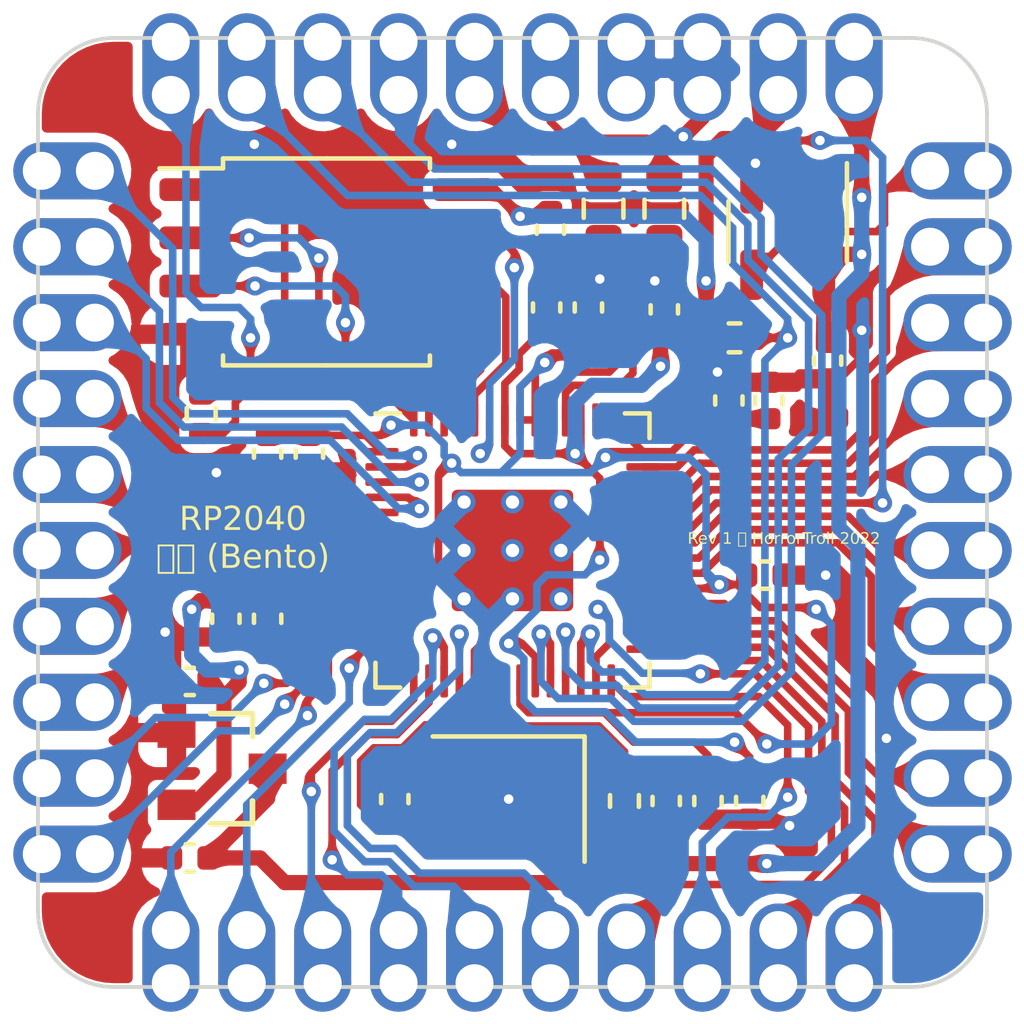
<source format=kicad_pcb>
(kicad_pcb (version 20220427) (generator pcbnew)
  (title_block (title "RP2040 Bento") (date "2022-08-10") (rev "1") (comment 1 "Copyright © 2022 HorrorTroll") (comment 2 "MIT License"))
  (layers (0 "F.Cu" signal) (31 "B.Cu" signal) (34 "B.Paste" user) (35 "F.Paste" user) (36 "B.SilkS" user "B.Silkscreen") (37 "F.SilkS" user "F.Silkscreen") (38 "B.Mask" user) (39 "F.Mask" user) (44 "Edge.Cuts" user))
  (net 0 "")
  (net 1 "GND")
  (net 2 "Net-(C14-Pad1)")
  (net 3 "+1V1")
  (net 4 "XTAL1")
  (net 5 "GPIO0")
  (net 6 "+5V")
  (net 7 "GPIO1")
  (net 8 "ARGB_3V3")
  (net 9 "GPIO2")
  (net 10 "GPIO3")
  (net 11 "GPIO4")
  (net 12 "GPIO5")
  (net 13 "GPIO6")
  (net 14 "GPIO7")
  (net 15 "GPIO8")
  (net 16 "GPIO9")
  (net 17 "GPIO10")
  (net 18 "GPIO11")
  (net 19 "GPIO12")
  (net 20 "GPIO13")
  (net 21 "GPIO14")
  (net 22 "GPIO15")
  (net 23 "GPIO16")
  (net 24 "GPIO17")
  (net 25 "GPIO18")
  (net 26 "GPIO19")
  (net 27 "GPIO20")
  (net 28 "GPIO21")
  (net 29 "GPIO22")
  (net 30 "GPIO23")
  (net 31 "GPIO24")
  (net 32 "ARGB_5V")
  (net 33 "GPIO26")
  (net 34 "GPIO27")
  (net 35 "GPIO28")
  (net 36 "GPIO29")
  (net 37 "/DM")
  (net 38 "/DP")
  (net 39 "XTAL2")
  (net 40 "D-")
  (net 41 "D+")
  (net 42 "+3V3")
  (net 43 "SWCLK")
  (net 44 "~{NRST}")
  (net 45 "SWDIO")
  (net 46 "/~{USB_BOOT}")
  (net 47 "FLASH_nCS")
  (net 48 "FLASH_SD1")
  (net 49 "FLASH_SD2")
  (net 50 "FLASH_SD0")
  (net 51 "FLASH_SCK")
  (net 52 "FLASH_SD3")
  (footprint "kbd:Pinouts_Castellated_Oval_01x10" (layer "F.Cu") (at 12.5 0.735 -90)
    (fp_text reference "J1" hide)
    (fp_text value "Conn_01x10_Male" hide)
  )
  (footprint "Capacitor_SMD:C_0402_1005Metric" (layer "F.Cu") (at 7.15 10.95 -90)
    (fp_text reference "C5" hide)
    (fp_text value "100n")
  )
  (footprint "Capacitor_SMD:C_0402_1005Metric" (layer "F.Cu") (at 13.5 5.05 -90)
    (fp_text reference "C15" hide)
    (fp_text value "100n")
  )
  (footprint "kbd:Pinouts_Castellated_Oval_01x10" (layer "F.Cu") (at 0.735 12.5)
    (fp_text reference "J2" hide)
    (fp_text value "Conn_01x10_Male" hide)
  )
  (footprint "Capacitor_SMD:C_0402_1005Metric" (layer "F.Cu") (at 17.65 20.1 -90)
    (fp_text reference "C2" hide)
    (fp_text value "100n")
  )
  (footprint "Capacitor_SMD:C_0402_1005Metric" (layer "F.Cu") (at 18.2 9.55 90)
    (fp_text reference "C7" hide)
    (fp_text value "100n")
  )
  (footprint "Resistor_SMD:R_0603_1608Metric" (layer "F.Cu") (at 14.9 4.5 90)
    (fp_text reference "R6" hide)
    (fp_text value "27R")
  )
  (footprint "Capacitor_SMD:C_0402_1005Metric" (layer "F.Cu") (at 4 21.6 180)
    (fp_text reference "C16" hide)
    (fp_text value "1u")
  )
  (footprint "Resistor_SMD:R_0402_1005Metric" (layer "F.Cu") (at 18.35 7.9)
    (fp_text reference "R1" hide)
    (fp_text value "10K")
  )
  (footprint "Package_SO:SOIC-8_5.23x5.23mm_P1.27mm" (layer "F.Cu") (at 7.6 5.9)
    (fp_text reference "U2" hide)
    (fp_text value "W25Q128JVSIQ")
  )
  (footprint "eec:Torex-XC6206P332MR" (layer "F.Cu") (at 4.85 19.25)
    (fp_text reference "RG1" hide)
    (fp_text value "XC6206P332MR" hide)
  )
  (footprint "Capacitor_SMD:C_0402_1005Metric" (layer "F.Cu") (at 6.05 15.3 -90)
    (fp_text reference "C4" hide)
    (fp_text value "100n")
  )
  (footprint "kbd:Pinouts_Castellated_Oval_01x10" (layer "F.Cu") (at 24.265 12.5 180)
    (fp_text reference "J3" hide)
    (fp_text value "Conn_01x10_Male" hide)
  )
  (footprint "josh-dfn-qfn:RP2040-QFN-56" (layer "F.Cu") (at 12.5 13.5)
    (fp_text reference "U1" hide)
    (fp_text value "RP2040")
  )
  (footprint "Crystal:Crystal_SMD_3225-4Pin_3.2x2.5mm" (layer "F.Cu") (at 12.4 20.05 180)
    (fp_text reference "Y1" hide)
    (fp_text value "12Mhz")
  )
  (footprint "Capacitor_SMD:C_0402_1005Metric" (layer "F.Cu") (at 19.25 9.55 90)
    (fp_text reference "C8" hide)
    (fp_text value "100n")
  )
  (footprint "Package_TO_SOT_SMD:SOT-23-5" (layer "F.Cu") (at 19.75 5.1 -90)
    (fp_text reference "U3" hide)
    (fp_text value "74LVC1G17")
  )
  (footprint "Resistor_SMD:R_0603_1608Metric" (layer "F.Cu") (at 16.5 4.5 90)
    (fp_text reference "R7" hide)
    (fp_text value "27R")
  )
  (footprint "Capacitor_SMD:C_0402_1005Metric" (layer "F.Cu") (at 14.5 7.1 90)
    (fp_text reference "C11" hide)
    (fp_text value "1u")
  )
  (footprint "Capacitor_SMD:C_0402_1005Metric" (layer "F.Cu") (at 16.55 20.1 90)
    (fp_text reference "C14" hide)
    (fp_text value "22p")
  )
  (footprint "Capacitor_SMD:C_0402_1005Metric" (layer "F.Cu") (at 4 16.95 180)
    (fp_text reference "C17" hide)
    (fp_text value "1u")
  )
  (footprint "Capacitor_SMD:C_0402_1005Metric" (layer "F.Cu") (at 6.05 10.95 -90)
    (fp_text reference "C6" hide)
    (fp_text value "100n")
  )
  (footprint "Capacitor_SMD:C_0402_1005Metric" (layer "F.Cu") (at 20.8 8.5 -90)
    (fp_text reference "C18" hide)
    (fp_text value "100n")
  )
  (footprint "Capacitor_SMD:C_0402_1005Metric" (layer "F.Cu") (at 9.4 20.05 90)
    (fp_text reference "C13" hide)
    (fp_text value "22p")
  )
  (footprint "Capacitor_SMD:C_0402_1005Metric" (layer "F.Cu") (at 18.75 20.1 -90)
    (fp_text reference "C12" hide)
    (fp_text value "1u")
  )
  (footprint "Capacitor_SMD:C_0402_1005Metric" (layer "F.Cu") (at 4.95 15.3 -90)
    (fp_text reference "C3" hide)
    (fp_text value "100n")
  )
  (footprint "Capacitor_SMD:C_0402_1005Metric" (layer "F.Cu") (at 13.4 7.1 90)
    (fp_text reference "C9" hide)
    (fp_text value "100n")
  )
  (footprint "Resistor_SMD:R_0402_1005Metric" (layer "F.Cu") (at 15.45 20.1 -90)
    (fp_text reference "R2" hide)
    (fp_text value "1K")
  )
  (footprint "Capacitor_SMD:C_0402_1005Metric" (layer "F.Cu") (at 19.15 14.15)
    (fp_text reference "C1" hide)
    (fp_text value "10u")
  )
  (footprint "kbd:Pinouts_Castellated_Oval_01x10" (layer "F.Cu") (at 12.5 24.265 90)
    (fp_text reference "J4" hide)
    (fp_text value "Conn_01x10_Male" hide)
  )
  (footprint "Resistor_SMD:R_0402_1005Metric" (layer "F.Cu") (at 4.3 9.9 -90)
    (fp_text reference "R3" hide)
    (fp_text value "1K")
  )
  (footprint "Capacitor_SMD:C_0402_1005Metric" (layer "F.Cu") (at 16.5 7.15 90)
    (fp_text reference "C10" hide)
    (fp_text value "100n")
  )
  (gr_line (start 2 0) (end 23 0) (stroke (width 0.1)) (layer "Edge.Cuts"))
  (gr_arc (start 23 0) (mid 24.414216 0.585783) (end 25 2) (stroke (width 0.1)) (layer "Edge.Cuts"))
  (gr_arc (start 0 2) (mid 0.585786 0.585786) (end 2 0) (stroke (width 0.1)) (layer "Edge.Cuts"))
  (gr_arc (start 25 23) (mid 24.414217 24.414216) (end 23 25) (stroke (width 0.1)) (layer "Edge.Cuts"))
  (gr_line (start 25 2) (end 25 23) (stroke (width 0.1)) (layer "Edge.Cuts"))
  (gr_line (start 2 25) (end 23 25) (stroke (width 0.1)) (layer "Edge.Cuts"))
  (gr_arc (start 2 25) (mid 0.585785 24.414215) (end 0 23) (stroke (width 0.1)) (layer "Edge.Cuts"))
  (gr_line (start 0 23) (end 0 2) (stroke (width 0.1)) (layer "Edge.Cuts"))
  (gr_text "弁当 (Bento)" (at 5.4 13.7) (layer "F.SilkS") (effects (font (size 0.625 0.625) (thickness 0.125))))
  (gr_text "Rev 1 Ⓒ HorrorTroll 2022" (at 19.65 13.2) (layer "F.SilkS") (effects (font (size 0.3 0.3) (thickness 0.0625))))
  (gr_text "RP2040" (at 5.4 12.7) (layer "F.SilkS") (effects (font (size 0.625 0.625) (thickness 0.125))))
  (segment (start 11.75 15.9) (end 11.75 15.3) (width 0.2) (layer "F.Cu") (net 1))
  (segment (start 13.7 6.32) (end 13.4 6.62) (width 0.4) (layer "F.Cu") (net 1))
  (segment (start 21.7 8.4) (end 21.7 7.7) (width 0.2) (layer "F.Cu") (net 1))
  (segment (start 16.25 6.42) (end 16.5 6.67) (width 0.2) (layer "F.Cu") (net 1))
  (segment (start 11.5 16.15) (end 11.75 15.9) (width 0.2) (layer "F.Cu") (net 1))
  (segment (start 13.5 20.9) (end 12.680623 20.9) (width 0.3) (layer "F.Cu") (net 1))
  (segment (start 13.7 5.53) (end 13.7 6.32) (width 0.4) (layer "F.Cu") (net 1))
  (segment (start 14.5 6.62) (end 14.53 6.62) (width 0.2) (layer "F.Cu") (net 1))
  (segment (start 11.5 16.9375) (end 11.5 16.15) (width 0.2) (layer "F.Cu") (net 1))
  (segment (start 21.12 8.98) (end 21.7 8.4) (width 0.2) (layer "F.Cu") (net 1))
  (segment (start 12.4 20.619377) (end 12.4 20.05) (width 0.3) (layer "F.Cu") (net 1))
  (segment (start 5.7 2.8) (end 6.1 2.8) (width 0.4) (layer "F.Cu") (net 1))
  (segment (start 17.5 1.5) (end 17.5 2.1) (width 0.4) (layer "F.Cu") (net 1))
  (segment (start 10.9 2.8) (end 6.1 2.8) (width 0.4) (layer "F.Cu") (net 1))
  (segment (start 14.53 6.62) (end 14.8 6.35) (width 0.2) (layer "F.Cu") (net 1))
  (segment (start 11.75 15.3) (end 11.225 14.775) (width 0.2) (layer "F.Cu") (net 1))
  (segment (start 4.95 15.78) (end 6.05 15.78) (width 0.4) (layer "F.Cu") (net 1))
  (segment (start 11.3 19.2) (end 9.77 19.2) (width 0.4) (layer "F.Cu") (net 1))
  (segment (start 16.622039 19.62) (end 17.582039 20.58) (width 0.3) (layer "F.Cu") (net 1))
  (segment (start 9.77 19.2) (end 9.4 19.57) (width 0.4) (layer "F.Cu") (net 1))
  (segment (start 17.582039 20.58) (end 17.65 20.58) (width 0.3) (layer "F.Cu") (net 1))
  (segment (start 11.3 19.2) (end 12.1 19.2) (width 0.3) (layer "F.Cu") (net 1))
  (segment (start 12.1 19.2) (end 12.4 19.5) (width 0.3) (layer "F.Cu") (net 1))
  (segment (start 16.25 6.4) (end 16.25 6.42) (width 0.2) (layer "F.Cu") (net 1))
  (segment (start 16.55 19.62) (end 16.622039 19.62) (width 0.3) (layer "F.Cu") (net 1))
  (segment (start 7.15 11.43) (end 6.05 11.43) (width 0.4) (layer "F.Cu") (net 1))
  (segment (start 18.47 9.07) (end 19.25 9.07) (width 0.4) (layer "F.Cu") (net 1))
  (segment (start 17.65 20.58) (end 18.75 20.58) (width 0.3) (layer "F.Cu") (net 1))
  (segment (start 13.4 6.62) (end 14.38 6.62) (width 0.4) (layer "F.Cu") (net 1))
  (segment (start 12.4 20.05) (end 12.4 19.5) (width 0.3) (layer "F.Cu") (net 1))
  (segment (start 4.82 15.85) (end 4.95 15.98) (width 0.2) (layer "F.Cu") (net 1))
  (segment (start 12.680623 20.9) (end 12.4 20.619377) (width 0.3) (layer "F.Cu") (net 1))
  (segment (start 17.5 2.1) (end 17 2.6) (width 0.4) (layer "F.Cu") (net 1))
  (segment (start 20.8 8.98) (end 21.12 8.98) (width 0.2) (layer "F.Cu") (net 1))
  (via (at 20.75 14.15) (size 0.5) (drill 0.25) (layers "F.Cu" "B.Cu") (net 1))
  (via (at 14.8 6.35) (size 0.5) (drill 0.25) (layers "F.Cu" "B.Cu") (net 1))
  (via (at 18.9 3.3) (size 0.5) (drill 0.25) (layers "F.Cu" "B.Cu") (net 1))
  (via (at 17.9 8.8) (size 0.5) (drill 0.25) (layers "F.Cu" "B.Cu") (net 1))
  (via (at 21.7 7.7) (size 0.5) (drill 0.25) (layers "F.Cu" "B.Cu") (net 1))
  (via (at 17 2.6) (size 0.5) (drill 0.25) (layers "F.Cu" "B.Cu") (net 1))
  (via (at 19.8 20.75) (size 0.5) (drill 0.25) (layers "F.Cu" "B.Cu") (net 1))
  (via (at 10.9 2.8) (size 0.5) (drill 0.25) (layers "F.Cu" "B.Cu") (net 1))
  (via (at 4.7 11.45) (size 0.5) (drill 0.25) (layers "F.Cu" "B.Cu") (net 1))
  (via (at 16.25 6.4) (size 0.5) (drill 0.25) (layers "F.Cu" "B.Cu") (net 1))
  (via (at 5.7 2.8) (size 0.5) (drill 0.25) (layers "F.Cu" "B.Cu") (net 1))
  (via (at 22.35 18.45) (size 0.5) (drill 0.25) (layers "F.Cu" "B.Cu") (net 1))
  (via (at 12.4 20.05) (size 0.5) (drill 0.25) (layers "F.Cu" "B.Cu") (net 1))
  (via (at 3.35 15.65) (size 0.5) (drill 0.25) (layers "F.Cu" "B.Cu") (net 1))
  (segment (start 16.8 2.8) (end 17 2.6) (width 0.4) (layer "B.Cu") (net 1))
  (segment (start 10.9 2.8) (end 16.8 2.8) (width 0.4) (layer "B.Cu") (net 1))
  (segment (start 15.45 20.61) (end 16.52 20.61) (width 0.2) (layer "F.Cu") (net 2))
  (segment (start 14.7 19.4) (end 14.7 20.5) (width 0.2) (layer "F.Cu") (net 2))
  (segment (start 14.7 20.5) (end 14.81 20.61) (width 0.2) (layer "F.Cu") (net 2))
  (segment (start 14.5 19.2) (end 14.7 19.4) (width 0.2) (layer "F.Cu") (net 2))
  (segment (start 16.52 20.61) (end 16.55 20.58) (width 0.2) (layer "F.Cu") (net 2))
  (segment (start 14.81 20.61) (end 15.45 20.61) (width 0.2) (layer "F.Cu") (net 2))
  (segment (start 13.5 19.2) (end 14.5 19.2) (width 0.2) (layer "F.Cu") (net 2))
  (segment (start 14.15 10.95) (end 14.15 10.956416) (width 0.2) (layer "F.Cu") (net 3))
  (segment (start 13.4 7.58) (end 13.4 7.6) (width 0.2) (layer "F.Cu") (net 3))
  (segment (start 12.5 10.95) (end 12.3 10.75) (width 0.2) (layer "F.Cu") (net 3))
  (segment (start 18.75 18.95) (end 18.75 19.62) (width 0.2) (layer "F.Cu") (net 3))
  (segment (start 16.4 8.65) (end 16.4 7.73) (width 0.4) (layer "F.Cu") (net 3))
  (segment (start 12.5 10.95) (end 14.15 10.95) (width 0.2) (layer "F.Cu") (net 3))
  (segment (start 14.3 10.8) (end 14.3 10.0625) (width 0.2) (layer "F.Cu") (net 3))
  (segment (start 12.3 9.105704) (end 12.3 10.0625) (width 0.2) (layer "F.Cu") (net 3))
  (segment (start 12.3 10.75) (end 12.3 10.0625) (width 0.2) (layer "F.Cu") (net 3))
  (segment (start 13.1 16.3) (end 12.75 15.95) (width 0.2) (layer "F.Cu") (net 3))
  (segment (start 14.15 10.95) (end 14.3 10.8) (width 0.2) (layer "F.Cu") (net 3))
  (segment (start 14.15 10.956416) (end 14.8 11.606416) (width 0.2) (layer "F.Cu") (net 3))
  (segment (start 18.35 18.55) (end 18.75 18.95) (width 0.2) (layer "F.Cu") (net 3))
  (segment (start 16.4 7.73) (end 16.5 7.63) (width 0.4) (layer "F.Cu") (net 3))
  (segment (start 13.4 7.6) (end 12.675 8.325) (width 0.2) (layer "F.Cu") (net 3))
  (segment (start 12.675 8.325) (end 12.675 8.730704) (width 0.2) (layer "F.Cu") (net 3))
  (segment (start 13.1 16.3) (end 13.1 16.9375) (width 0.2) (layer "F.Cu") (net 3))
  (segment (start 12.675 8.730704) (end 12.3 9.105704) (width 0.2) (layer "F.Cu") (net 3))
  (segment (start 12.4 15.95) (end 12.75 15.95) (width 0.2) (layer "F.Cu") (net 3))
  (segment (start 14.8 11.606416) (end 14.8 13.75) (width 0.2) (layer "F.Cu") (net 3))
  (via (at 16.4 8.65) (size 0.5) (drill 0.25) (layers "F.Cu" "B.Cu") (net 3))
  (via (at 14.8 13.75) (size 0.5) (drill 0.25) (layers "F.Cu" "B.Cu") (net 3))
  (via (at 14.15 10.95) (size 0.5) (drill 0.25) (layers "F.Cu" "B.Cu") (net 3))
  (via (at 18.35 18.55) (size 0.5) (drill 0.25) (layers "F.Cu" "B.Cu") (net 3))
  (via (at 12.4 15.95) (size 0.5) (drill 0.25) (layers "F.Cu" "B.Cu") (net 3))
  (segment (start 14.6 9.15) (end 14.15 9.6) (width 0.4) (layer "B.Cu") (net 3))
  (segment (start 14.8 13.75) (end 14.40775 14.14225) (width 0.2) (layer "B.Cu") (net 3))
  (segment (start 14.95 17.75) (end 15.75 18.55) (width 0.2) (layer "B.Cu") (net 3))
  (segment (start 15.9 9.15) (end 14.6 9.15) (width 0.4) (layer "B.Cu") (net 3))
  (segment (start 12.4 15.8) (end 12.4 15.95) (width 0.2) (layer "B.Cu") (net 3))
  (segment (start 13.40775 14.14225) (end 13.139667 14.410333) (width 0.2) (layer "B.Cu") (net 3))
  (segment (start 13.139667 14.410333) (end 13.139667 15.060333) (width 0.2) (layer "B.Cu") (net 3))
  (segment (start 15.75 18.55) (end 18.35 18.55) (width 0.2) (layer "B.Cu") (net 3))
  (segment (start 12.8 17.45) (end 13.1 17.75) (width 0.2) (layer "B.Cu") (net 3))
  (segment (start 12.4 15.95) (end 12.8 16.35) (width 0.2) (layer "B.Cu") (net 3))
  (segment (start 14.40775 14.14225) (end 13.40775 14.14225) (width 0.2) (layer "B.Cu") (net 3))
  (segment (start 14.15 9.6) (end 14.15 10.95) (width 0.4) (layer "B.Cu") (net 3))
  (segment (start 13.139667 15.060333) (end 12.4 15.8) (width 0.2) (layer "B.Cu") (net 3))
  (segment (start 12.8 16.35) (end 12.8 17.45) (width 0.2) (layer "B.Cu") (net 3))
  (segment (start 13.1 17.75) (end 14.95 17.75) (width 0.2) (layer "B.Cu") (net 3))
  (segment (start 16.4 8.65) (end 15.9 9.15) (width 0.4) (layer "B.Cu") (net 3))
  (segment (start 9.77 20.9) (end 11.3 20.9) (width 0.2) (layer "F.Cu") (net 4))
  (segment (start 8.5 19.05) (end 8.85 18.7) (width 0.2) (layer "F.Cu") (net 4))
  (segment (start 8.5 20.2) (end 8.5 19.05) (width 0.2) (layer "F.Cu") (net 4))
  (segment (start 11.9 17.85) (end 11.9 16.9375) (width 0.2) (layer "F.Cu") (net 4))
  (segment (start 11.654276 18.095724) (end 11.9 17.85) (width 0.2) (layer "F.Cu") (net 4))
  (segment (start 8.83 20.53) (end 8.5 20.2) (width 0.2) (layer "F.Cu") (net 4))
  (segment (start 8.85 18.7) (end 9.6 18.7) (width 0.2) (layer "F.Cu") (net 4))
  (segment (start 10.204276 18.095724) (end 11.654276 18.095724) (width 0.2) (layer "F.Cu") (net 4))
  (segment (start 9.4 20.53) (end 9.77 20.9) (width 0.2) (layer "F.Cu") (net 4))
  (segment (start 9.4 20.53) (end 8.83 20.53) (width 0.2) (layer "F.Cu") (net 4))
  (segment (start 9.6 18.7) (end 10.204276 18.095724) (width 0.2) (layer "F.Cu") (net 4))
  (segment (start 9.0625 11.3) (end 9.7 11.3) (width 0.2) (layer "F.Cu") (net 5))
  (segment (start 9.7 11.3) (end 10 11) (width 0.2) (layer "F.Cu") (net 5))
  (via (at 10 11) (size 0.5) (drill 0.25) (layers "F.Cu" "B.Cu") (net 5))
  (segment (start 3.54904 5.54904) (end 3.54904 9.460448) (width 0.2) (layer "B.Cu") (net 5))
  (segment (start 3.54904 9.460448) (end 3.988592 9.9) (width 0.2) (layer "B.Cu") (net 5))
  (segment (start 1.5 3.5) (end 3.54904 5.54904) (width 0.2) (layer "B.Cu") (net 5))
  (segment (start 3.988592 9.9) (end 8.15 9.9) (width 0.2) (layer "B.Cu") (net 5))
  (segment (start 8.15 9.9) (end 9.25 11) (width 0.2) (layer "B.Cu") (net 5))
  (segment (start 9.25 11) (end 10 11) (width 0.2) (layer "B.Cu") (net 5))
  (segment (start 6.5 22.25) (end 14.8 22.25) (width 0.4) (layer "F.Cu") (net 6))
  (segment (start 4.48 21.6) (end 6.05 20.03) (width 0.4) (layer "F.Cu") (net 6))
  (segment (start 4.48 21.6) (end 5.85 21.6) (width 0.4) (layer "F.Cu") (net 6))
  (segment (start 15.3 21.75) (end 19.2 21.75) (width 0.4) (layer "F.Cu") (net 6))
  (segment (start 6.05 20.03) (end 6.05 19.25) (width 0.4) (layer "F.Cu") (net 6))
  (segment (start 21.7 5.7) (end 21.2375 5.7) (width 0.4) (layer "F.Cu") (net 6))
  (segment (start 14.8 22.25) (end 15.3 21.75) (width 0.4) (layer "F.Cu") (net 6))
  (segment (start 20.7 7.92) (end 20.8 8.02) (width 0.4) (layer "F.Cu") (net 6))
  (segment (start 21.7 4.2) (end 21.7 1.7) (width 0.4) (layer "F.Cu") (net 6))
  (segment (start 5.85 21.6) (end 6.5 22.25) (width 0.4) (layer "F.Cu") (net 6))
  (segment (start 21.7 1.7) (end 21.5 1.5) (width 0.4) (layer "F.Cu") (net 6))
  (segment (start 20.7 6.2375) (end 20.7 7.92) (width 0.4) (layer "F.Cu") (net 6))
  (segment (start 21.2375 5.7) (end 20.7 6.2375) (width 0.4) (layer "F.Cu") (net 6))
  (via (at 21.7 4.2) (size 0.5) (drill 0.25) (layers "F.Cu" "B.Cu") (net 6))
  (via (at 21.7 5.7) (size 0.5) (drill 0.25) (layers "F.Cu" "B.Cu") (net 6))
  (via (at 19.2 21.75) (size 0.5) (drill 0.25) (layers "F.Cu" "B.Cu") (net 6))
  (segment (start 19.2 21.75) (end 20.6 21.75) (width 0.4) (layer "B.Cu") (net 6))
  (segment (start 21.6 20.75) (end 21.6 13.4) (width 0.4) (layer "B.Cu") (net 6))
  (segment (start 21.7 5.7) (end 21.7 4.2) (width 0.4) (layer "B.Cu") (net 6))
  (segment (start 21.6 13.4) (end 21.099039 12.899039) (width 0.4) (layer "B.Cu") (net 6))
  (segment (start 21.1 7.498078) (end 21.1 6.8) (width 0.4) (layer "B.Cu") (net 6))
  (segment (start 21.1 6.8) (end 21.7 6.2) (width 0.4) (layer "B.Cu") (net 6))
  (segment (start 21.099039 12.899039) (end 21.099039 7.499039) (width 0.4) (layer "B.Cu") (net 6))
  (segment (start 21.099039 7.499039) (end 21.1 7.498078) (width 0.4) (layer "B.Cu") (net 6))
  (segment (start 21.7 6.2) (end 21.7 5.7) (width 0.4) (layer "B.Cu") (net 6))
  (segment (start 20.6 21.75) (end 21.6 20.75) (width 0.4) (layer "B.Cu") (net 6))
  (segment (start 9.0625 11.7) (end 10.05 11.7) (width 0.2) (layer "F.Cu") (net 7))
  (via (at 10.05 11.7) (size 0.5) (drill 0.25) (layers "F.Cu" "B.Cu") (net 7))
  (segment (start 3.19952 9.605224) (end 3.843816 10.24952) (width 0.2) (layer "B.Cu") (net 7))
  (segment (start 1.5 5.5) (end 3.19952 7.19952) (width 0.2) (layer "B.Cu") (net 7))
  (segment (start 3.843816 10.24952) (end 8 10.24952) (width 0.2) (layer "B.Cu") (net 7))
  (segment (start 9.45048 11.7) (end 10.05 11.7) (width 0.2) (layer "B.Cu") (net 7))
  (segment (start 3.19952 7.19952) (end 3.19952 9.605224) (width 0.2) (layer "B.Cu") (net 7))
  (segment (start 8 10.24952) (end 9.45048 11.7) (width 0.2) (layer "B.Cu") (net 7))
  (segment (start 19.75 3.45) (end 19.75 3.5) (width 0.2) (layer "F.Cu") (net 8))
  (segment (start 19.75 3.05) (end 19.75 3.9625) (width 0.2) (layer "F.Cu") (net 8))
  (segment (start 17.865671 12.251441) (end 22.24856 12.25144) (width 0.2) (layer "F.Cu") (net 8))
  (segment (start 20.1 2.7) (end 19.75 3.05) (width 0.2) (layer "F.Cu") (net 8))
  (segment (start 20.6 2.7) (end 20.1 2.7) (width 0.2) (layer "F.Cu") (net 8))
  (segment (start 22.24856 12.25144) (end 22.25 12.25) (width 0.2) (layer "F.Cu") (net 8))
  (segment (start 17.217112 12.9) (end 17.865671 12.251441) (width 0.2) (layer "F.Cu") (net 8))
  (segment (start 15.9375 12.9) (end 17.217112 12.9) (width 0.2) (layer "F.Cu") (net 8))
  (via (at 20.6 2.7) (size 0.5) (drill 0.25) (layers "F.Cu" "B.Cu") (net 8))
  (via (at 22.25 12.25) (size 0.5) (drill 0.25) (layers "F.Cu" "B.Cu") (net 8))
  (segment (start 22.25 12.25) (end 22.25 3.15) (width 0.2) (layer "B.Cu") (net 8))
  (segment (start 21.8 2.7) (end 20.6 2.7) (width 0.2) (layer "B.Cu") (net 8))
  (segment (start 22.25 3.15) (end 21.8 2.7) (width 0.2) (layer "B.Cu") (net 8))
  (segment (start 10.05 12.4) (end 9.75 12.1) (width 0.2) (layer "F.Cu") (net 9))
  (segment (start 9.75 12.1) (end 9.0625 12.1) (width 0.2) (layer "F.Cu") (net 9))
  (via (at 10.05 12.4) (size 0.5) (drill 0.25) (layers "F.Cu" "B.Cu") (net 9))
  (segment (start 9.5 12.4) (end 10.05 12.4) (width 0.2) (layer "B.Cu") (net 9))
  (segment (start 1.5 7.5) (end 1.9 7.5) (width 0.2) (layer "B.Cu") (net 9))
  (segment (start 3.7 10.6) (end 4.35949 10.6) (width 0.2) (layer "B.Cu") (net 9))
  (segment (start 1.9 7.5) (end 2.85 8.45) (width 0.2) (layer "B.Cu") (net 9))
  (segment (start 7.69904 10.59904) (end 9.5 12.4) (width 0.2) (layer "B.Cu") (net 9))
  (segment (start 2.85 9.75) (end 3.7 10.6) (width 0.2) (layer "B.Cu") (net 9))
  (segment (start 2.85 8.45) (end 2.85 9.75) (width 0.2) (layer "B.Cu") (net 9))
  (segment (start 4.35949 10.6) (end 4.36045 10.59904) (width 0.2) (layer "B.Cu") (net 9))
  (segment (start 4.36045 10.59904) (end 7.69904 10.59904) (width 0.2) (layer "B.Cu") (net 9))
  (segment (start 1.5 9.5) (end 2.9 10.9) (width 0.2) (layer "F.Cu") (net 10))
  (segment (start 3.6 12.5) (end 9.0625 12.5) (width 0.2) (layer "F.Cu") (net 10))
  (segment (start 2.9 10.9) (end 2.9 11.8) (width 0.2) (layer "F.Cu") (net 10))
  (segment (start 2.9 11.8) (end 3.6 12.5) (width 0.2) (layer "F.Cu") (net 10))
  (segment (start 2.9 12.9) (end 9.0625 12.9) (width 0.2) (layer "F.Cu") (net 11))
  (segment (start 1.5 11.5) (end 2.9 12.9) (width 0.2) (layer "F.Cu") (net 11))
  (segment (start 1.7 13.3) (end 9.0625 13.3) (width 0.2) (layer "F.Cu") (net 12))
  (segment (start 1.5 13.5) (end 1.7 13.3) (width 0.2) (layer "F.Cu") (net 12))
  (segment (start 1.5 15.5) (end 3.3 13.7) (width 0.2) (layer "F.Cu") (net 13))
  (segment (start 3.3 13.7) (end 9.0625 13.7) (width 0.2) (layer "F.Cu") (net 13))
  (segment (start 2.8 14.75) (end 2.8 16.2) (width 0.2) (layer "F.Cu") (net 14))
  (segment (start 3.45 14.1) (end 2.8 14.75) (width 0.2) (layer "F.Cu") (net 14))
  (segment (start 9.0625 14.1) (end 3.45 14.1) (width 0.2) (layer "F.Cu") (net 14))
  (segment (start 2.8 16.2) (end 1.5 17.5) (width 0.2) (layer "F.Cu") (net 14))
  (segment (start 6.55 17) (end 6.95 16.6) (width 0.2) (layer "F.Cu") (net 15))
  (segment (start 6.95 15.344296) (end 7.394296 14.9) (width 0.2) (layer "F.Cu") (net 15))
  (segment (start 5.95 17) (end 6.55 17) (width 0.2) (layer "F.Cu") (net 15))
  (segment (start 6.95 16.6) (end 6.95 15.344296) (width 0.2) (layer "F.Cu") (net 15))
  (segment (start 7.394296 14.9) (end 9.0625 14.9) (width 0.2) (layer "F.Cu") (net 15))
  (via (at 5.95 17) (size 0.5) (drill 0.25) (layers "F.Cu" "B.Cu") (net 15))
  (segment (start 5.95 17) (end 5.04856 17.90144) (width 0.2) (layer "B.Cu") (net 15))
  (segment (start 1.5 19.5) (end 3.09856 17.90144) (width 0.2) (layer "B.Cu") (net 15))
  (segment (start 3.09856 17.90144) (end 5.04856 17.90144) (width 0.2) (layer "B.Cu") (net 15))
  (segment (start 7.29952 15.65) (end 7.29952 16.744775) (width 0.2) (layer "F.Cu") (net 16))
  (segment (start 7.29952 16.744775) (end 6.5 17.55) (width 0.2) (layer "F.Cu") (net 16))
  (segment (start 9.0625 15.3) (end 7.64952 15.3) (width 0.2) (layer "F.Cu") (net 16))
  (segment (start 7.64952 15.3) (end 7.29952 15.65) (width 0.2) (layer "F.Cu") (net 16))
  (via (at 6.5 17.55) (size 0.5) (drill 0.25) (layers "F.Cu" "B.Cu") (net 16))
  (segment (start 5.79904 18.25096) (end 6.5 17.55) (width 0.2) (layer "B.Cu") (net 16))
  (segment (start 4.74904 18.25096) (end 5.79904 18.25096) (width 0.2) (layer "B.Cu") (net 16))
  (segment (start 1.5 21.5) (end 4.74904 18.25096) (width 0.2) (layer "B.Cu") (net 16))
  (segment (start 7.64904 16.15096) (end 8.1 15.7) (width 0.2) (layer "F.Cu") (net 17))
  (segment (start 7.101441 17.44033) (end 7.64904 16.892731) (width 0.2) (layer "F.Cu") (net 17))
  (segment (start 7.1 17.85) (end 7.101441 17.44033) (width 0.2) (layer "F.Cu") (net 17))
  (segment (start 7.64904 16.892731) (end 7.64904 16.15096) (width 0.2) (layer "F.Cu") (net 17))
  (segment (start 8.1 15.7) (end 9.0625 15.7) (width 0.2) (layer "F.Cu") (net 17))
  (via (at 7.1 17.85) (size 0.5) (drill 0.25) (layers "F.Cu" "B.Cu") (net 17))
  (segment (start 7.1 17.85) (end 3.5 21.45) (width 0.2) (layer "B.Cu") (net 17))
  (segment (start 3.5 21.45) (end 3.5 23.5) (width 0.2) (layer "B.Cu") (net 17))
  (segment (start 8.2 16.5) (end 8.2 16.6) (width 0.2) (layer "F.Cu") (net 18))
  (segment (start 8.1 16.6) (end 8.2 16.5) (width 0.2) (layer "F.Cu") (net 18))
  (segment (start 9.0625 16.1) (end 8.6 16.1) (width 0.2) (layer "F.Cu") (net 18))
  (segment (start 8.6 16.1) (end 8.2 16.5) (width 0.2) (layer "F.Cu") (net 18))
  (segment (start 8.2 16.6) (end 8.1 16.6) (width 0.2) (layer "F.Cu") (net 18))
  (via (at 8.2 16.6) (size 0.5) (drill 0.25) (layers "F.Cu" "B.Cu") (net 18))
  (segment (start 5.5 20.205705) (end 5.5 23.5) (width 0.2) (layer "B.Cu") (net 18))
  (segment (start 8.2 17.505704) (end 8.2 16.6) (width 0.2) (layer "B.Cu") (net 18))
  (segment (start 5.5 20.205705) (end 8.2 17.505704) (width 0.2) (layer "B.Cu") (net 18))
  (segment (start 7.2 19.36141) (end 8.560448 18.000961) (width 0.2) (layer "F.Cu") (net 19))
  (segment (start 7.2 19.85) (end 7.2 19.36141) (width 0.2) (layer "F.Cu") (net 19))
  (segment (start 8.560448 18.000961) (end 9.310449 18.00096) (width 0.2) (layer "F.Cu") (net 19))
  (segment (start 9.9 17.411409) (end 9.9 16.9375) (width 0.2) (layer "F.Cu") (net 19))
  (segment (start 9.310449 18.00096) (end 9.9 17.411409) (width 0.2) (layer "F.Cu") (net 19))
  (via (at 7.2 19.85) (size 0.5) (drill 0.25) (layers "F.Cu" "B.Cu") (net 19))
  (segment (start 7.2 23.2) (end 7.5 23.5) (width 0.2) (layer "B.Cu") (net 19))
  (segment (start 7.2 19.85) (end 7.2 23.2) (width 0.2) (layer "B.Cu") (net 19))
  (segment (start 7.75 19.305705) (end 8.705225 18.35048) (width 0.2) (layer "F.Cu") (net 20))
  (segment (start 10.3 17.505705) (end 9.455225 18.35048) (width 0.2) (layer "F.Cu") (net 20))
  (segment (start 7.75 21.65) (end 7.75 19.305705) (width 0.2) (layer "F.Cu") (net 20))
  (segment (start 9.455225 18.35048) (end 8.705225 18.35048) (width 0.2) (layer "F.Cu") (net 20))
  (segment (start 10.3 16.9375) (end 10.3 17.505705) (width 0.2) (layer "F.Cu") (net 20))
  (via (at 7.75 21.65) (size 0.5) (drill 0.25) (layers "F.Cu" "B.Cu") (net 20))
  (segment (start 9.04904 22.04904) (end 8.14904 22.04904) (width 0.2) (layer "B.Cu") (net 20))
  (segment (start 8.14904 22.04904) (end 7.75 21.65) (width 0.2) (layer "B.Cu") (net 20))
  (segment (start 9.5 22.5) (end 9.5 23.5) (width 0.2) (layer "B.Cu") (net 20))
  (segment (start 9.5 22.5) (end 9.04904 22.04904) (width 0.2) (layer "B.Cu") (net 20))
  (segment (start 10.45 15.8) (end 10.4 15.8) (width 0.2) (layer "F.Cu") (net 21))
  (segment (start 10.4 15.75) (end 10.45 15.8) (width 0.2) (layer "F.Cu") (net 21))
  (segment (start 10.7 16.9375) (end 10.7 16.05) (width 0.2) (layer "F.Cu") (net 21))
  (segment (start 10.4 15.8) (end 10.4 15.75) (width 0.2) (layer "F.Cu") (net 21))
  (segment (start 10.7 16.05) (end 10.45 15.8) (width 0.2) (layer "F.Cu") (net 21))
  (via (at 10.4 15.8) (size 0.5) (drill 0.25) (layers "F.Cu" "B.Cu") (net 21))
  (segment (start 8.605225 17.95048) (end 9.305224 17.95048) (width 0.2) (layer "B.Cu") (net 21))
  (segment (start 8.605223 21.699519) (end 7.80048 20.894776) (width 0.2) (layer "B.Cu") (net 21))
  (segment (start 10.94952 22.34952) (end 9.905223 22.349519) (width 0.2) (layer "B.Cu") (net 21))
  (segment (start 7.80048 20.894776) (end 7.800481 18.755223) (width 0.2) (layer "B.Cu") (net 21))
  (segment (start 10.4 16.855704) (end 10.4 15.8) (width 0.2) (layer "B.Cu") (net 21))
  (segment (start 9.905223 22.349519) (end 9.255224 21.69952) (width 0.2) (layer "B.Cu") (net 21))
  (segment (start 10.94952 22.34952) (end 11.5 22.9) (width 0.2) (layer "B.Cu") (net 21))
  (segment (start 9.305224 17.95048) (end 10.4 16.855704) (width 0.2) (layer "B.Cu") (net 21))
  (segment (start 7.800481 18.755223) (end 8.605225 17.95048) (width 0.2) (layer "B.Cu") (net 21))
  (segment (start 11.5 22.9) (end 11.5 23.5) (width 0.2) (layer "B.Cu") (net 21))
  (segment (start 9.255224 21.69952) (end 8.605223 21.699519) (width 0.2) (layer "B.Cu") (net 21))
  (segment (start 11.1 16.9375) (end 11.1 15.7) (width 0.2) (layer "F.Cu") (net 22))
  (via (at 11.1 15.7) (size 0.5) (drill 0.25) (layers "F.Cu" "B.Cu") (net 22))
  (segment (start 8.75 18.3) (end 8.15 18.9) (width 0.2) (layer "B.Cu") (net 22))
  (segment (start 8.75 21.35) (end 9.4 21.35) (width 0.2) (layer "B.Cu") (net 22))
  (segment (start 11.1 15.7) (end 11.1 16.65) (width 0.2) (layer "B.Cu") (net 22))
  (segment (start 11.1 16.65) (end 9.45 18.3) (width 0.2) (layer "B.Cu") (net 22))
  (segment (start 9.45 18.3) (end 8.75 18.3) (width 0.2) (layer "B.Cu") (net 22))
  (segment (start 8.15 20.75) (end 8.75 21.35) (width 0.2) (layer "B.Cu") (net 22))
  (segment (start 13.5 22.7) (end 13.5 23.5) (width 0.2) (layer "B.Cu") (net 22))
  (segment (start 8.15 18.9) (end 8.15 20.75) (width 0.2) (layer "B.Cu") (net 22))
  (segment (start 10.05 22) (end 12.8 22) (width 0.2) (layer "B.Cu") (net 22))
  (segment (start 9.4 21.35) (end 10.05 22) (width 0.2) (layer "B.Cu") (net 22))
  (segment (start 12.8 22) (end 13.5 22.7) (width 0.2) (layer "B.Cu") (net 22))
  (segment (start 16.7 22.3) (end 20.2 22.3) (width 0.2) (layer "F.Cu") (net 23))
  (segment (start 15.05 15.95) (end 15.05 15.35) (width 0.2) (layer "F.Cu") (net 23))
  (segment (start 20.9 21.6) (end 20.9 20.444296) (width 0.2) (layer "F.Cu") (net 23))
  (segment (start 20.2 22.3) (end 20.9 21.6) (width 0.2) (layer "F.Cu") (net 23))
  (segment (start 20.9 20.444296) (end 20.3 19.844296) (width 0.2) (layer "F.Cu") (net 23))
  (segment (start 20.3 19.844296) (end 20.3 18.155704) (width 0.2) (layer "F.Cu") (net 23))
  (segment (start 18.894296 16.75) (end 17.45 16.75) (width 0.2) (layer "F.Cu") (net 23))
  (segment (start 14.75 15.05) (end 15.05 15.35) (width 0.2) (layer "F.Cu") (net 23))
  (segment (start 14.7 16.3) (end 15.05 15.95) (width 0.2) (layer "F.Cu") (net 23))
  (segment (start 14.7 16.9375) (end 14.7 16.3) (width 0.2) (layer "F.Cu") (net 23))
  (segment (start 15.5 23.5) (end 16.7 22.3) (width 0.2) (layer "F.Cu") (net 23))
  (segment (start 20.3 18.155704) (end 18.894296 16.75) (width 0.2) (layer "F.Cu") (net 23))
  (via (at 17.45 16.75) (size 0.5) (drill 0.25) (layers "F.Cu" "B.Cu") (net 23))
  (via (at 14.75 15.05) (size 0.5) (drill 0.25) (layers "F.Cu" "B.Cu") (net 23))
  (segment (start 15.05 15.35) (end 15.05 15.868073) (width 0.2) (layer "B.Cu") (net 23))
  (segment (start 17.431926 16.734037) (end 17.415963 16.734037) (width 0.2) (layer "B.Cu") (net 23))
  (segment (start 14.75 15.05) (end 15.05 15.35) (width 0.2) (layer "B.Cu") (net 23))
  (segment (start 17.4 16.734037) (end 17.45 16.75) (width 0.2) (layer "B.Cu") (net 23))
  (segment (start 17.45 16.75) (end 17.431926 16.734037) (width 0.2) (layer "B.Cu") (net 23))
  (segment (start 15.05 15.868073) (end 15.915964 16.734037) (width 0.2) (layer "B.Cu") (net 23))
  (segment (start 15.915964 16.734037) (end 17.4 16.734037) (width 0.2) (layer "B.Cu") (net 23))
  (segment (start 19.75 18.1) (end 19.75 20) (width 0.2) (layer "F.Cu") (net 24))
  (segment (start 15.1 16.9375) (end 15.5125 17.35) (width 0.2) (layer "F.Cu") (net 24))
  (segment (start 15.5125 17.35) (end 19 17.35) (width 0.2) (layer "F.Cu") (net 24))
  (segment (start 19 17.35) (end 19.75 18.1) (width 0.2) (layer "F.Cu") (net 24))
  (via (at 19.75 20) (size 0.5) (drill 0.25) (layers "F.Cu" "B.Cu") (net 24))
  (segment (start 17.5 21.2) (end 17.5 23.5) (width 0.2) (layer "B.Cu") (net 24))
  (segment (start 18.175 20.525) (end 17.5 21.2) (width 0.2) (layer "B.Cu") (net 24))
  (segment (start 19.225 20.525) (end 18.175 20.525) (width 0.2) (layer "B.Cu") (net 24))
  (segment (start 19.75 20) (end 19.225 20.525) (width 0.2) (layer "B.Cu") (net 24))
  (segment (start 18.10048 16.40048) (end 19.039071 16.40048) (width 0.2) (layer "F.Cu") (net 25))
  (segment (start 15.9375 16.1) (end 17.8 16.1) (width 0.2) (layer "F.Cu") (net 25))
  (segment (start 17.8 16.1) (end 18.10048 16.40048) (width 0.2) (layer "F.Cu") (net 25))
  (segment (start 20.64952 18.010929) (end 20.64952 19.69952) (width 0.2) (layer "F.Cu") (net 25))
  (segment (start 20.64952 19.69952) (end 21.24952 20.299521) (width 0.2) (layer "F.Cu") (net 25))
  (segment (start 19.039071 16.40048) (end 20.64952 18.010929) (width 0.2) (layer "F.Cu") (net 25))
  (segment (start 19.5 23.5) (end 21.24952 21.75048) (width 0.2) (layer "F.Cu") (net 25))
  (segment (start 21.24952 20.299521) (end 21.24952 21.75048) (width 0.2) (layer "F.Cu") (net 25))
  (segment (start 15.9375 15.7) (end 17.894295 15.7) (width 0.2) (layer "F.Cu") (net 26))
  (segment (start 22.05 20.6) (end 22.05 22.95) (width 0.2) (layer "F.Cu") (net 26))
  (segment (start 19.183846 16.05096) (end 19.241444 16.108556) (width 0.2) (layer "F.Cu") (net 26))
  (segment (start 21.5 23.5) (end 22.05 22.95) (width 0.2) (layer "F.Cu") (net 26))
  (segment (start 17.894295 15.7) (end 18.245255 16.05096) (width 0.2) (layer "F.Cu") (net 26))
  (segment (start 20.99904 17.866153) (end 20.99904 19.54904) (width 0.2) (layer "F.Cu") (net 26))
  (segment (start 18.245255 16.05096) (end 19.183846 16.05096) (width 0.2) (layer "F.Cu") (net 26))
  (segment (start 20.99904 19.54904) (end 22.05 20.6) (width 0.2) (layer "F.Cu") (net 26))
  (segment (start 19.241444 16.108556) (end 20.99904 17.866153) (width 0.2) (layer "F.Cu") (net 26))
  (segment (start 17.98859 15.3) (end 18.39003 15.70144) (width 0.2) (layer "F.Cu") (net 27))
  (segment (start 19.328621 15.70144) (end 19.388591 15.761409) (width 0.2) (layer "F.Cu") (net 27))
  (segment (start 21.34856 19.34856) (end 23.5 21.5) (width 0.2) (layer "F.Cu") (net 27))
  (segment (start 21.34856 19.34856) (end 21.34856 17.721378) (width 0.2) (layer "F.Cu") (net 27))
  (segment (start 19.388591 15.761409) (end 21.34856 17.721378) (width 0.2) (layer "F.Cu") (net 27))
  (segment (start 15.9375 15.3) (end 17.98859 15.3) (width 0.2) (layer "F.Cu") (net 27))
  (segment (start 18.39003 15.70144) (end 19.328621 15.70144) (width 0.2) (layer "F.Cu") (net 27))
  (segment (start 22.2 19.5) (end 23.5 19.5) (width 0.2) (layer "F.Cu") (net 28))
  (segment (start 15.9375 14.9) (end 18.082885 14.9) (width 0.2) (layer "F.Cu") (net 28))
  (segment (start 18.534805 15.35192) (end 19.473396 15.35192) (width 0.2) (layer "F.Cu") (net 28))
  (segment (start 19.473396 15.35192) (end 21.69808 17.576603) (width 0.2) (layer "F.Cu") (net 28))
  (segment (start 21.69808 17.576603) (end 21.69808 18.99808) (width 0.2) (layer "F.Cu") (net 28))
  (segment (start 18.082885 14.9) (end 18.534805 15.35192) (width 0.2) (layer "F.Cu") (net 28))
  (segment (start 21.69808 18.99808) (end 22.2 19.5) (width 0.2) (layer "F.Cu") (net 28))
  (segment (start 21.061408 13.3) (end 21.95048 14.189072) (width 0.2) (layer "F.Cu") (net 29))
  (segment (start 17.5 14.1) (end 18.3 13.3) (width 0.2) (layer "F.Cu") (net 29))
  (segment (start 15.9375 14.1) (end 17.5 14.1) (width 0.2) (layer "F.Cu") (net 29))
  (segment (start 18.3 13.3) (end 21.061408 13.3) (width 0.2) (layer "F.Cu") (net 29))
  (segment (start 21.95048 15.95048) (end 23.5 17.5) (width 0.2) (layer "F.Cu") (net 29))
  (segment (start 21.95048 14.189072) (end 21.95048 15.95048) (width 0.2) (layer "F.Cu") (net 29))
  (segment (start 21.206184 12.95048) (end 22.3 14.044296) (width 0.2) (layer "F.Cu") (net 30))
  (segment (start 15.9375 13.7) (end 17.405704 13.7) (width 0.2) (layer "F.Cu") (net 30))
  (segment (start 17.405704 13.7) (end 18.155223 12.950481) (width 0.2) (layer "F.Cu") (net 30))
  (segment (start 22.75 15.5) (end 23.5 15.5) (width 0.2) (layer "F.Cu") (net 30))
  (segment (start 22.3 14.044296) (end 22.3 15.05) (width 0.2) (layer "F.Cu") (net 30))
  (segment (start 22.3 15.05) (end 22.75 15.5) (width 0.2) (layer "F.Cu") (net 30))
  (segment (start 18.155223 12.950481) (end 21.206184 12.95048) (width 0.2) (layer "F.Cu") (net 30))
  (segment (start 15.9375 13.3) (end 17.311408 13.3) (width 0.2) (layer "F.Cu") (net 31))
  (segment (start 18.010448 12.60096) (end 21.35096 12.60096) (width 0.2) (layer "F.Cu") (net 31))
  (segment (start 21.35096 12.60096) (end 22.25 13.5) (width 0.2) (layer "F.Cu") (net 31))
  (segment (start 17.311408 13.3) (end 18.010448 12.60096) (width 0.2) (layer "F.Cu") (net 31))
  (segment (start 22.25 13.5) (end 23.5 13.5) (width 0.2) (layer "F.Cu") (net 31))
  (segment (start 22.1 5.1) (end 19.9375 5.1) (width 0.2) (layer "F.Cu") (net 32))
  (segment (start 19.9375 5.1) (end 18.8 6.2375) (width 0.2) (layer "F.Cu") (net 32))
  (segment (start 22.3 4.9) (end 22.1 5.1) (width 0.2) (layer "F.Cu") (net 32))
  (segment (start 22.85 3.5) (end 23.5 3.5) (width 0.2) (layer "F.Cu") (net 32))
  (segment (start 22.3 4.9) (end 22.3 4.05) (width 0.2) (layer "F.Cu") (net 32))
  (segment (start 22.3 4.05) (end 22.85 3.5) (width 0.2) (layer "F.Cu") (net 32))
  (segment (start 17.720894 11.901922) (end 17.122816 12.5) (width 0.2) (layer "F.Cu") (net 33))
  (segment (start 22.1 11.5) (end 23.5 11.5) (width 0.2) (layer "F.Cu") (net 33))
  (segment (start 18.15192 11.90192) (end 17.720894 11.901922) (width 0.2) (layer "F.Cu") (net 33))
  (segment (start 21.69808 11.90192) (end 18.15192 11.90192) (width 0.2) (layer "F.Cu") (net 33))
  (segment (start 22.1 11.5) (end 21.69808 11.90192) (width 0.2) (layer "F.Cu") (net 33))
  (segment (start 17.122816 12.5) (end 15.9375 12.5) (width 0.2) (layer "F.Cu") (net 33))
  (segment (start 17.02852 12.1) (end 15.9375 12.1) (width 0.2) (layer "F.Cu") (net 34))
  (segment (start 17.57612 11.5524) (end 17.02852 12.1) (width 0.2) (layer "F.Cu") (net 34))
  (segment (start 23.5 9.5) (end 23.5 9.55) (width 0.2) (layer "F.Cu") (net 34))
  (segment (start 21.4976 11.5524) (end 17.57612 11.5524) (width 0.2) (layer "F.Cu") (net 34))
  (segment (start 23.5 9.55) (end 21.4976 11.5524) (width 0.2) (layer "F.Cu") (net 34))
  (segment (start 17.437104 11.20288) (end 21.34712 11.20288) (width 0.2) (layer "F.Cu") (net 35))
  (segment (start 17.434224 11.2) (end 17.437104 11.20288) (width 0.2) (layer "F.Cu") (net 35))
  (segment (start 23.5 7.6) (end 23.5 7.5) (width 0.2) (layer "F.Cu") (net 35))
  (segment (start 22.05 9.05) (end 22.05 10.5) (width 0.2) (layer "F.Cu") (net 35))
  (segment (start 22.05 9.05) (end 23.5 7.6) (width 0.2) (layer "F.Cu") (net 35))
  (segment (start 16.934224 11.7) (end 17.434224 11.2) (width 0.2) (layer "F.Cu") (net 35))
  (segment (start 21.34712 11.20288) (end 22.05 10.5) (width 0.2) (layer "F.Cu") (net 35))
  (segment (start 15.9375 11.7) (end 16.934224 11.7) (width 0.2) (layer "F.Cu") (net 35))
  (segment (start 21.70048 10.355224) (end 21.205223 10.850481) (width 0.2) (layer "F.Cu") (net 36))
  (segment (start 23.5 5.6) (end 23.5 5.5) (width 0.2) (layer "F.Cu") (net 36))
  (segment (start 16.839928 11.3) (end 15.9375 11.3) (width 0.2) (layer "F.Cu") (net 36))
  (segment (start 22.35 8.255704) (end 21.70048 8.905224) (width 0.2) (layer "F.Cu") (net 36))
  (segment (start 17.289447 10.850481) (end 16.839928 11.3) (width 0.2) (layer "F.Cu") (net 36))
  (segment (start 22.35 6.75) (end 22.35 8.255704) (width 0.2) (layer "F.Cu") (net 36))
  (segment (start 21.205223 10.850481) (end 17.289447 10.850481) (width 0.2) (layer "F.Cu") (net 36))
  (segment (start 22.35 6.75) (end 23.5 5.6) (width 0.2) (layer "F.Cu") (net 36))
  (segment (start 21.70048 8.905224) (end 21.70048 10.355224) (width 0.2) (layer "F.Cu") (net 36))
  (segment (start 13.5 2.2) (end 13.942868 2.642868) (width 0.2) (layer "F.Cu") (net 37))
  (segment (start 16.5 3.1) (end 16.5 3.675) (width 0.2) (layer "F.Cu") (net 37))
  (segment (start 16.042868 2.642868) (end 16.5 3.1) (width 0.2) (layer "F.Cu") (net 37))
  (segment (start 13.942868 2.642868) (end 16.042868 2.642868) (width 0.2) (layer "F.Cu") (net 37))
  (segment (start 13.5 1.5) (end 13.5 2.2) (width 0.2) (layer "F.Cu") (net 37))
  (segment (start 11.5 1.5) (end 13 3) (width 0.2) (layer "F.Cu") (net 38))
  (segment (start 13 3) (end 14.225 3) (width 0.2) (layer "F.Cu") (net 38))
  (segment (start 14.225 3) (end 14.9 3.675) (width 0.2) (layer "F.Cu") (net 38))
  (segment (start 15.45 19.59) (end 15.45 18.8) (width 0.2) (layer "F.Cu") (net 39))
  (segment (start 14.774854 18.124854) (end 15.45 18.8) (width 0.2) (layer "F.Cu") (net 39))
  (segment (start 12.65 18.1) (end 12.674854 18.124854) (width 0.2) (layer "F.Cu") (net 39))
  (segment (start 12.674854 18.124854) (end 14.774854 18.124854) (width 0.2) (layer "F.Cu") (net 39))
  (segment (start 15.45 18.95) (end 15.45 19.275) (width 0.2) (layer "F.Cu") (net 39))
  (segment (start 12.65 18.1) (end 12.3 17.75) (width 0.2) (layer "F.Cu") (net 39))
  (segment (start 12.3 17.75) (end 12.3 16.9375) (width 0.2) (layer "F.Cu") (net 39))
  (segment (start 13.9 9.35) (end 13.9 10.0625) (width 0.2) (layer "F.Cu") (net 40))
  (segment (start 14.1 9.15) (end 13.9 9.35) (width 0.2) (layer "F.Cu") (net 40))
  (segment (start 16.5 5.325) (end 15.672126 6.152874) (width 0.2) (layer "F.Cu") (net 40))
  (segment (start 15.672126 8.827874) (end 15.35 9.15) (width 0.2) (layer "F.Cu") (net 40))
  (segment (start 15.35 9.15) (end 14.1 9.15) (width 0.2) (layer "F.Cu") (net 40))
  (segment (start 15.672126 6.152874) (end 15.672126 8.827874) (width 0.2) (layer "F.Cu") (net 40))
  (segment (start 13.5 9.25) (end 13.5 10.0625) (width 0.2) (layer "F.Cu") (net 41))
  (segment (start 14.9 5.325) (end 15.322606 5.747606) (width 0.2) (layer "F.Cu") (net 41))
  (segment (start 13.94952 8.80048) (end 13.5 9.25) (width 0.2) (layer "F.Cu") (net 41))
  (segment (start 15.322606 5.747606) (end 15.322606 8.527394) (width 0.2) (layer "F.Cu") (net 41))
  (segment (start 15.04952 8.80048) (end 13.94952 8.80048) (width 0.2) (layer "F.Cu") (net 41))
  (segment (start 15.322606 8.527394) (end 15.04952 8.80048) (width 0.2) (layer "F.Cu") (net 41))
  (segment (start 17.85 14.5) (end 17.95 14.4) (width 0.2) (layer "F.Cu") (net 42))
  (segment (start 15.9375 10.9) (end 15.1 10.0625) (width 0.2) (layer "F.Cu") (net 42))
  (segment (start 13.1 8.8) (end 12.7 9.2) (width 0.2) (layer "F.Cu") (net 42))
  (segment (start 14.924666 17.775334) (end 15.399332 18.25) (width 0.2) (layer "F.Cu") (net 42))
  (segment (start 9.03 10.47) (end 9.3 10.2) (width 0.2) (layer "F.Cu") (net 42))
  (segment (start 11.845 3.845) (end 12.7 4.7) (width 0.3) (layer "F.Cu") (net 42))
  (segment (start 14.5 8.001922) (end 14.150961 8.350961) (width 0.3) (layer "F.Cu") (net 42))
  (segment (start 13.37 4.7) (end 13.5 4.57) (width 0.3) (layer "F.Cu") (net 42))
  (segment (start 15.1 10.9) (end 14.95 11.05) (width 0.2) (layer "F.Cu") (net 42))
  (segment (start 6.05 10.47) (end 7.15 10.47) (width 0.4) (layer "F.Cu") (net 42))
  (segment (start 4.9 19.4) (end 4.1 20.2) (width 0.4) (layer "F.Cu") (net 42))
  (segment (start 8.6325 10.47) (end 9.03 10.47) (width 0.2) (layer "F.Cu") (net 42))
  (segment (start 19.0224 15.0024) (end 20.4524 15.0024) (width 0.2) (layer "F.Cu") (net 42))
  (segment (start 9.0625 14.5) (end 9.95 14.5) (width 0.2) (layer "F.Cu") (net 42))
  (segment (start 17.1 8.64) (end 17.84 7.9) (width 0.2) (layer "F.Cu") (net 42))
  (segment (start 9.95 14.5) (end 10.55 13.9) (width 0.2) (layer "F.Cu") (net 42))
  (segment (start 12.7 10.0625) (end 13.1 10.0625) (width 0.2) (layer "F.Cu") (net 42))
  (segment (start 8.6325 10.47) (end 9.0625 10.9) (width 0.2) (layer "F.Cu") (net 42))
  (segment (start 17.3 18.55) (end 17.65 18.9) (width 0.2) (layer "F.Cu") (net 42))
  (segment (start 12.7 16.9375) (end 12.7 17.55) (width 0.2) (layer "F.Cu") (net 42))
  (segment (start 16.7 10.9) (end 15.9375 10.9) (width 0.2) (layer "F.Cu") (net 42))
  (segment (start 20.4524 15.0024) (end 20.5 15.05) (width 0.2) (layer "F.Cu") (net 42))
  (segment (start 17.65 18.9) (end 17.65 19.62) (width 0.2) (layer "F.Cu") (net 42))
  (segment (start 4.9 17.37) (end 5.3 16.97) (width 0.4) (layer "F.Cu") (net 42))
  (segment (start 4.9 17.37) (end 4.9 19.4) (width 0.4) (layer "F.Cu") (net 42))
  (segment (start 7.15 10.47) (end 8.6325 10.47) (width 0.2) (layer "F.Cu") (net 42))
  (segment (start 15.1 10.0625) (end 17.5375 10.0625) (width 0.2) (layer "F.Cu") (net 42))
  (segment (start 15.399332 18.255036) (end 15.694296 18.55) (width 0.2) (layer "F.Cu") (net 42))
  (segment (start 13.35 8.55) (end 13.1 8.8) (width 0.2) (layer "F.Cu") (net 42))
  (segment (start 19.5 2.1) (end 19.5 1.5) (width 0.4) (layer "F.Cu") (net 42))
  (segment (start 16.6625 10.0625) (end 17.1 9.625) (width 0.2) (layer "F.Cu") (net 42))
  (segment (start 11.6625 3.845) (end 11.845 3.845) (width 0.3) (layer "F.Cu") (net 42))
  (segment (start 6.05 14.82) (end 4.95 14.82) (width 0.4) (layer "F.Cu") (net 42))
  (segment (start 4.28 14.82) (end 4.05 15.05) (width 0.4) (layer "F.Cu") (net 42))
  (segment (start 18.1675 10.0625) (end 18.2 10.03) (width 0.2) (layer "F.Cu") (net 42))
  (segment (start 18.42 14.4) (end 19.0224 15.0024) (width 0.2) (layer "F.Cu") (net 42))
  (segment (start 10.55 11.55) (end 10.55 13.9) (width 0.2) (layer "F.Cu") (net 42))
  (segment (start 14.5 7.58) (end 14.5 8.001922) (width 0.3) (layer "F.Cu") (net 42))
  (segment (start 12.7 4.7) (end 13.37 4.7) (width 0.3) (layer "F.Cu") (net 42))
  (segment (start 6.98 14.82) (end 7.3 14.5) (width 0.2) (layer "F.Cu") (net 42))
  (segment (start 6.05 14.82) (end 6.98 14.82) (width 0.2) (layer "F.Cu") (net 42))
  (segment (start 15.694296 18.55) (end 17.3 18.55) (width 0.2) (layer "F.Cu") (net 42))
  (segment (start 14.7 10.0625) (end 15.1 10.0625) (width 0.2) (layer "F.Cu") (net 42))
  (segment (start 18.049572 2.650428) (end 18.949572 2.650428) (width 0.4) (layer "F.Cu") (net 42))
  (segment (start 12.7 17.55) (end 12.925334 17.775334) (width 0.2) (layer "F.Cu") (net 42))
  (segment (start 18.42 14.4) (end 18.67 14.15) (width 0.2) (layer "F.Cu") (net 42))
  (segment (start 18.375334 17.775334) (end 19.2 18.6) (width 0.2) (layer "F.Cu") (net 42))
  (segment (start 16.7 10.9) (end 17.5375 10.0625) (width 0.2) (layer "F.Cu") (net 42))
  (segment (start 4.28 14.82) (end 4.95 14.82) (width 0.4) (layer "F.Cu") (net 42))
  (segment (start 13.1 8.8) (end 13.1 10.0625) (width 0.2) (layer "F.Cu") (net 42))
  (segment (start 17.6 3.1) (end 18.049572 2.650428) (width 0.4) (layer "F.Cu") (net 42))
  (segment (start 17.1 9.625) (end 17.1 8.64) (width 0.2) (layer "F.Cu") (net 42))
  (segment (start 17.95 14.4) (end 18.42 14.4) (width 0.2) (layer "F.Cu") (net 42))
  (segment (start 14.150961 8.350961) (end 13.549039 8.350961) (width 0.3) (layer "F.Cu") (net 42))
  (segment (start 18.949572 2.650428) (end 19.5 2.1) (width 0.4) (layer "F.Cu") (net 42))
  (segment (start 10.9 11.2) (end 10.55 11.55) (width 0.2) (layer "F.Cu") (net 42))
  (segment (start 13.549039 8.350961) (end 13.35 8.55) (width 0.3) (layer "F.Cu") (net 42))
  (segment (start 4.1 20.2) (end 3.65 20.2) (width 0.4) (layer "F.Cu") (net 42))
  (segment (start 5.3 16.97) (end 5.3 16.65) (width 0.4) (layer "F.Cu") (net 42))
  (segment (start 19.25 10.03) (end 18.2 10.03) (width 0.4) (layer "F.Cu") (net 42))
  (segment (start 17.6 6.4) (end 17.6 3.1) (width 0.4) (layer "F.Cu") (net 42))
  (segment (start 15.9375 10.9) (end 15.1 10.9) (width 0.2) (layer "F.Cu") (net 42))
  (segment (start 15.399332 18.25) (end 15.399332 18.255036) (width 0.2) (layer "F.Cu") (net 42))
  (segment (start 12.925334 17.775334) (end 14.924666 17.775334) (width 0.2) (layer "F.Cu") (net 42))
  (segment (start 15.9375 14.5) (end 17.85 14.5) (width 0.2) (layer "F.Cu") (net 42))
  (segment (start 17.5375 10.0625) (end 18.1675 10.0625) (width 0.2) (layer "F.Cu") (net 42))
  (segment (start 7.3 14.5) (end 9.0625 14.5) (width 0.2) (layer "F.Cu") (net 42))
  (segment (start 14.924666 17.775334) (end 18.375334 17.775334) (width 0.2) (layer "F.Cu") (net 42))
  (segment (start 17.6 7.66) (end 17.6 6.4) (width 0.4) (layer "F.Cu") (net 42))
  (segment (start 17.84 7.9) (end 17.6 7.66) (width 0.4) (layer "F.Cu") (net 42))
  (segment (start 12.7 9.2) (end 12.7 10.0625) (width 0.2) (layer "F.Cu") (net 42))
  (segment (start 4.48 16.95) (end 4.9 17.37) (width 0.4) (layer "F.Cu") (net 42))
  (via (at 13.35 8.55) (size 0.5) (drill 0.25) (layers "F.Cu" "B.Cu") (net 42))
  (via (at 19.2 18.6) (size 0.5) (drill 0.25) (layers "F.Cu" "B.Cu") (net 42))
  (via (at 14.95 11.05) (size 0.5) (drill 0.25) (layers "F.Cu" "B.Cu") (net 42))
  (via (at 5.3 16.65) (size 0.5) (drill 0.25) (layers "F.Cu" "B.Cu") (net 42))
  (via (at 9.3 10.2) (size 0.5) (drill 0.25) (layers "F.Cu" "B.Cu") (net 42))
  (via (at 10.9 11.2) (size 0.5) (drill 0.25) (layers "F.Cu" "B.Cu") (net 42))
  (via (at 17.6 6.4) (size 0.5) (drill 0.25) (layers "F.Cu" "B.Cu") (net 42))
  (via (at 20.5 15.05) (size 0.5) (drill 0.25) (layers "F.Cu" "B.Cu") (net 42))
  (via (at 17.95 14.4) (size 0.5) (drill 0.25) (layers "F.Cu" "B.Cu") (net 42))
  (via (at 12.7 4.7) (size 0.5) (drill 0.25) (layers "F.Cu" "B.Cu") (net 42))
  (via (at 4.05 15.05) (size 0.5) (drill 0.25) (layers "F.Cu" "B.Cu") (net 42))
  (segment (start 12.7 10.95) (end 12.7 9.2) (width 0.2) (layer "B.Cu") (net 42))
  (segment (start 12.200489 11.449511) (end 12.7 10.95) (width 0.2) (layer "B.Cu") (net 42))
  (segment (start 17.6 14.05) (end 17.6 11.5) (width 0.2) (layer "B.Cu") (net 42))
  (segment (start 10.2 10.2) (end 10.7 10.7) (width 0.2) (layer "B.Cu") (net 42))
  (segment (start 4.05 16.25) (end 4.45 16.65) (width 0.4) (layer "B.Cu") (net 42))
  (segment (start 17 4.7) (end 17.6 5.3) (width 0.4) (layer "B.Cu") (net 42))
  (segment (start 11.149511 11.449511) (end 12.200489 11.449511) (width 0.2) (layer "B.Cu") (net 42))
  (segment (start 19.2 18.6) (end 20.344295 18.6) (width 0.2) (layer "B.Cu") (net 42))
  (segment (start 17.6 5.3) (end 17.6 6.4) (width 0.4) (layer "B.Cu") (net 42))
  (segment (start 20.9 15.45) (end 20.9 18.044295) (width 0.2) (layer "B.Cu") (net 42))
  (segment (start 10.7 11) (end 11.149511 11.449511) (width 0.2) (layer "B.Cu") (net 42))
  (segment (start 9.3 10.2) (end 10.2 10.2) (width 0.2) (layer "B.Cu") (net 42))
  (segment (start 14.550489 11.449511) (end 14.95 11.05) (width 0.2) (layer "B.Cu") (net 42))
  (segment (start 4.45 16.65) (end 5.3 16.65) (width 0.4) (layer "B.Cu") (net 42))
  (segment (start 20.9 18.044295) (end 20.344295 18.6) (width 0.2) (layer "B.Cu") (net 42))
  (segment (start 10.7 10.7) (end 10.7 11) (width 0.2) (layer "B.Cu") (net 42))
  (segment (start 12.7 9.2) (end 13.35 8.55) (width 0.2) (layer "B.Cu") (net 42))
  (segment (start 17.15 11.05) (end 14.95 11.05) (width 0.2) (layer "B.Cu") (net 42))
  (segment (start 20.9 15.45) (end 20.5 15.05) (width 0.2) (layer "B.Cu") (net 42))
  (segment (start 12.200489 11.449511) (end 14.550489 11.449511) (width 0.2) (layer "B.Cu") (net 42))
  (segment (start 4.05 15.05) (end 4.05 16.25) (width 0.4) (layer "B.Cu") (net 42))
  (segment (start 17.95 14.4) (end 17.6 14.05) (width 0.2) (layer "B.Cu") (net 42))
  (segment (start 17.6 11.5) (end 17.15 11.05) (width 0.2) (layer "B.Cu") (net 42))
  (segment (start 12.7 4.7) (end 17 4.7) (width 0.4) (layer "B.Cu") (net 42))
  (segment (start 13.5 15.95) (end 13.5 16.9375) (width 0.2) (layer "F.Cu") (net 43))
  (segment (start 13.15 15.7) (end 13.2 15.75) (width 0.2) (layer "F.Cu") (net 43))
  (segment (start 13.25 15.7) (end 13.5 15.95) (width 0.2) (layer "F.Cu") (net 43))
  (segment (start 13.25 15.7) (end 13.15 15.7) (width 0.2) (layer "F.Cu") (net 43))
  (via (at 13.25 15.7) (size 0.5) (drill 0.25) (layers "F.Cu" "B.Cu") (net 43))
  (segment (start 19.04952 4.76093) (end 19.04952 5.705224) (width 0.2) (layer "B.Cu") (net 43))
  (segment (start 13.70048 17.40048) (end 13.25 16.95) (width 0.2) (layer "B.Cu") (net 43))
  (segment (start 13.25 16.95) (end 13.25 15.7) (width 0.2) (layer "B.Cu") (net 43))
  (segment (start 20.649519 7.305223) (end 20.64952 10.439071) (width 0.2) (layer "B.Cu") (net 43))
  (segment (start 17.738593 3.450001) (end 19.04952 4.76093) (width 0.2) (layer "B.Cu") (net 43))
  (segment (start 19.84904 16.68955) (end 18.538594 17.999998) (width 0.2) (layer "B.Cu") (net 43))
  (segment (start 19.84904 11.239552) (end 19.84904 16.68955) (width 0.2) (layer "B.Cu") (net 43))
  (segment (start 9.5 2.5) (end 10.45 3.45) (width 0.2) (layer "B.Cu") (net 43))
  (segment (start 10.45 3.45) (end 17.738593 3.450001) (width 0.2) (layer "B.Cu") (net 43))
  (segment (start 15.09952 17.405224) (end 15.09952 17.40048) (width 0.2) (layer "B.Cu") (net 43))
  (segment (start 15.09952 17.40048) (end 13.70048 17.40048) (width 0.2) (layer "B.Cu") (net 43))
  (segment (start 20.64952 10.439071) (end 19.84904 11.239552) (width 0.2) (layer "B.Cu") (net 43))
  (segment (start 9.5 1.5) (end 9.5 2.5) (width 0.2) (layer "B.Cu") (net 43))
  (segment (start 18.538594 17.999998) (end 15.694296 18) (width 0.2) (layer "B.Cu") (net 43))
  (segment (start 19.04952 5.705224) (end 20.649519 7.305223) (width 0.2) (layer "B.Cu") (net 43))
  (segment (start 15.694296 18) (end 15.09952 17.405224) (width 0.2) (layer "B.Cu") (net 43))
  (segment (start 18.86 7.9) (end 19.75 7.9) (width 0.2) (layer "F.Cu") (net 44))
  (segment (start 14.3 15.95) (end 14.55 15.7) (width 0.2) (layer "F.Cu") (net 44))
  (segment (start 14.3 16.9375) (end 14.3 15.95) (width 0.2) (layer "F.Cu") (net 44))
  (via (at 14.55 15.7) (size 0.5) (drill 0.25) (layers "F.Cu" "B.Cu") (net 44))
  (via (at 19.75 7.9) (size 0.5) (drill 0.25) (layers "F.Cu" "B.Cu") (net 44))
  (segment (start 15.988591 17.30096) (end 18.24904 17.30096) (width 0.2) (layer "B.Cu") (net 44))
  (segment (start 19.15 8.5) (end 19.75 7.9) (width 0.2) (layer "B.Cu") (net 44))
  (segment (start 5.506416 1.5) (end 5.5 1.5) (width 0.2) (layer "B.Cu") (net 44))
  (segment (start 17.449039 4.149039) (end 8.155455 4.149039) (width 0.2) (layer "B.Cu") (net 44))
  (segment (start 14.85144 16.70144) (end 15.389072 16.701441) (width 0.2) (layer "B.Cu") (net 44))
  (segment (start 18.3 5) (end 17.449039 4.149039) (width 0.2) (layer "B.Cu") (net 44))
  (segment (start 19.15 16.4) (end 19.15 8.5) (width 0.2) (layer "B.Cu") (net 44))
  (segment (start 14.55 16.4) (end 14.85144 16.70144) (width 0.2) (layer "B.Cu") (net 44))
  (segment (start 15.389072 16.701441) (end 15.988591 17.30096) (width 0.2) (layer "B.Cu") (net 44))
  (segment (start 8.155455 4.149039) (end 5.506416 1.5) (width 0.2) (layer "B.Cu") (net 44))
  (segment (start 19.75 7.9) (end 19.75 7.394296) (width 0.2) (layer "B.Cu") (net 44))
  (segment (start 18.24904 17.30096) (end 19.15 16.4) (width 0.2) (layer "B.Cu") (net 44))
  (segment (start 18.3 5.944296) (end 18.3 5) (width 0.2) (layer "B.Cu") (net 44))
  (segment (start 14.55 15.7) (end 14.55 16.4) (width 0.2) (layer "B.Cu") (net 44))
  (segment (start 19.75 7.394296) (end 18.3 5.944296) (width 0.2) (layer "B.Cu") (net 44))
  (segment (start 13.9 16.9375) (end 13.9 15.65) (width 0.2) (layer "F.Cu") (net 45))
  (via (at 13.9 15.65) (size 0.5) (drill 0.25) (layers "F.Cu" "B.Cu") (net 45))
  (segment (start 9.799519 3.799519) (end 7.5 1.5) (width 0.2) (layer "B.Cu") (net 45))
  (segment (start 20.3 7.45) (end 18.7 5.85) (width 0.2) (layer "B.Cu") (net 45))
  (segment (start 18.7 4.905705) (end 17.593816 3.79952) (width 0.2) (layer "B.Cu") (net 45))
  (segment (start 18.7 5.85) (end 18.7 4.905705) (width 0.2) (layer "B.Cu") (net 45))
  (segment (start 14.35096 17.05096) (end 15.244295 17.05096) (width 0.2) (layer "B.Cu") (net 45))
  (segment (start 15.244295 17.05096) (end 15.843815 17.65048) (width 0.2) (layer "B.Cu") (net 45))
  (segment (start 13.9 16.6) (end 14.35096 17.05096) (width 0.2) (layer "B.Cu") (net 45))
  (segment (start 18.393817 17.650479) (end 19.49952 16.544775) (width 0.2) (layer "B.Cu") (net 45))
  (segment (start 19.49952 16.544775) (end 19.49952 11.094776) (width 0.2) (layer "B.Cu") (net 45))
  (segment (start 15.843815 17.65048) (end 18.393817 17.650479) (width 0.2) (layer "B.Cu") (net 45))
  (segment (start 13.9 15.65) (end 13.9 16.6) (width 0.2) (layer "B.Cu") (net 45))
  (segment (start 20.3 10.294296) (end 20.3 7.45) (width 0.2) (layer "B.Cu") (net 45))
  (segment (start 19.49952 11.094776) (end 20.3 10.294296) (width 0.2) (layer "B.Cu") (net 45))
  (segment (start 17.593816 3.79952) (end 9.799519 3.799519) (width 0.2) (layer "B.Cu") (net 45))
  (segment (start 4.3 9.39) (end 4.91 9.39) (width 0.2) (layer "F.Cu") (net 46))
  (segment (start 4.91 9.39) (end 5.6 8.7) (width 0.2) (layer "F.Cu") (net 46))
  (segment (start 5.6 8.7) (end 5.6 7.9) (width 0.2) (layer "F.Cu") (net 46))
  (via (at 5.6 7.9) (size 0.5) (drill 0.25) (layers "F.Cu" "B.Cu") (net 46))
  (segment (start 5.3 7.1) (end 4.3 7.1) (width 0.2) (layer "B.Cu") (net 46))
  (segment (start 5.6 7.4) (end 5.3 7.1) (width 0.2) (layer "B.Cu") (net 46))
  (segment (start 3.89856 1.89856) (end 3.5 1.5) (width 0.2) (layer "B.Cu") (net 46))
  (segment (start 5.6 7.9) (end 5.6 7.4) (width 0.2) (layer "B.Cu") (net 46))
  (segment (start 4.3 7.1) (end 3.89856 6.69856) (width 0.2) (layer "B.Cu") (net 46))
  (segment (start 3.89856 6.69856) (end 3.89856 1.89856) (width 0.2) (layer "B.Cu") (net 46))
  (segment (start 5.50048 9.29952) (end 7.09952 9.29952) (width 0.2) (layer "F.Cu") (net 47))
  (segment (start 5.795 3.995) (end 4 3.995) (width 0.2) (layer "F.Cu") (net 47))
  (segment (start 4.89 10.41) (end 5.2 10.1) (width 0.2) (layer "F.Cu") (net 47))
  (segment (start 6.5 4.7) (end 5.795 3.995) (width 0.2) (layer "F.Cu") (net 47))
  (segment (start 4.3 10.41) (end 4.89 10.41) (width 0.2) (layer "F.Cu") (net 47))
  (segment (start 9.13702 9.29952) (end 7.09952 9.29952) (width 0.2) (layer "F.Cu") (net 47))
  (segment (start 5.2 9.6) (end 5.50048 9.29952) (width 0.2) (layer "F.Cu") (net 47))
  (segment (start 9.13702 9.29952) (end 9.9 10.0625) (width 0.2) (layer "F.Cu") (net 47))
  (segment (start 6.5 8.7) (end 6.5 4.7) (width 0.2) (layer "F.Cu") (net 47))
  (segment (start 5.2 10.1) (end 5.2 9.6) (width 0.2) (layer "F.Cu") (net 47))
  (segment (start 7.09952 9.29952) (end 6.5 8.7) (width 0.2) (layer "F.Cu") (net 47))
  (segment (start 7.4 8.5) (end 7.4 5.8) (width 0.2) (layer "F.Cu") (net 48))
  (segment (start 5.561337 5.265776) (end 5.465776 5.265) (width 0.2) (layer "F.Cu") (net 48))
  (segment (start 9.9 8.95) (end 7.85 8.95) (width 0.2) (layer "F.Cu") (net 48))
  (segment (start 7.85 8.95) (end 7.4 8.5) (width 0.2) (layer "F.Cu") (net 48))
  (segment (start 10.3 10.0625) (end 10.3 9.35) (width 0.2) (layer "F.Cu") (net 48))
  (segment (start 5.465776 5.265) (end 5.465 5.265) (width 0.2) (layer "F.Cu") (net 48))
  (segment (start 5.464224 5.265) (end 5.561337 5.265776) (width 0.2) (layer "F.Cu") (net 48))
  (segment (start 4 5.265) (end 5.464224 5.265) (width 0.2) (layer "F.Cu") (net 48))
  (segment (start 10.3 9.35) (end 9.9 8.95) (width 0.2) (layer "F.Cu") (net 48))
  (via (at 5.561337 5.265776) (size 0.5) (drill 0.25) (layers "F.Cu" "B.Cu") (net 48))
  (via (at 7.4 5.8) (size 0.5) (drill 0.25) (layers "F.Cu" "B.Cu") (net 48))
  (segment (start 5.561337 5.265776) (end 6.865776 5.265776) (width 0.2) (layer "B.Cu") (net 48))
  (segment (start 6.865776 5.265776) (end 7.4 5.8) (width 0.2) (layer "B.Cu") (net 48))
  (segment (start 5.717785 6.533998) (end 5.636002 6.535) (width 0.2) (layer "F.Cu") (net 49))
  (segment (start 8.377852 8.577852) (end 8.1 8.3) (width 0.2) (layer "F.Cu") (net 49))
  (segment (start 5.633998 6.535) (end 5.717785 6.533998) (width 0.2) (layer "F.Cu") (net 49))
  (segment (start 10.7 10.0625) (end 10.7 9.255704) (width 0.2) (layer "F.Cu") (net 49))
  (segment (start 5.636002 6.535) (end 5.635 6.535) (width 0.2) (layer "F.Cu") (net 49))
  (segment (start 8.1 8.3) (end 8.1 7.5) (width 0.2) (layer "F.Cu") (net 49))
  (segment (start 4 6.535) (end 5.633998 6.535) (width 0.2) (layer "F.Cu") (net 49))
  (segment (start 10.022148 8.577852) (end 8.377852 8.577852) (width 0.2) (layer "F.Cu") (net 49))
  (segment (start 10.7 9.255704) (end 10.022148 8.577852) (width 0.2) (layer "F.Cu") (net 49))
  (via (at 8.1 7.5) (size 0.5) (drill 0.25) (layers "F.Cu" "B.Cu") (net 49))
  (via (at 5.717785 6.533998) (size 0.5) (drill 0.25) (layers "F.Cu" "B.Cu") (net 49))
  (segment (start 8.1 6.8) (end 8.1 7.5) (width 0.2) (layer "B.Cu") (net 49))
  (segment (start 7.833998 6.533998) (end 8.1 6.8) (width 0.2) (layer "B.Cu") (net 49))
  (segment (start 5.717785 6.533998) (end 7.833998 6.533998) (width 0.2) (layer "B.Cu") (net 49))
  (segment (start 11.1 10.0625) (end 11.1 9.3) (width 0.2) (layer "F.Cu") (net 50))
  (segment (start 11.6625 8.7375) (end 11.6625 7.655) (width 0.2) (layer "F.Cu") (net 50))
  (segment (start 11.1 9.3) (end 11.6625 8.7375) (width 0.2) (layer "F.Cu") (net 50))
  (segment (start 11.885 6.385) (end 12.325481 6.825481) (width 0.2) (layer "F.Cu") (net 51))
  (segment (start 12.325481 8.574519) (end 11.5 9.4) (width 0.2) (layer "F.Cu") (net 51))
  (segment (start 12.325481 6.825481) (end 12.325481 8.574519) (width 0.2) (layer "F.Cu") (net 51))
  (segment (start 11.6625 6.385) (end 11.885 6.385) (width 0.2) (layer "F.Cu") (net 51))
  (segment (start 11.5 9.4) (end 11.5 10.0625) (width 0.2) (layer "F.Cu") (net 51))
  (segment (start 12.55 5.65) (end 12.55 6.05) (width 0.2) (layer "F.Cu") (net 52))
  (segment (start 11.9 10.7) (end 11.9 10.0625) (width 0.2) (layer "F.Cu") (net 52))
  (segment (start 11.6625 5.115) (end 12.015 5.115) (width 0.2) (layer "F.Cu") (net 52))
  (segment (start 11.65 10.95) (end 11.9 10.7) (width 0.2) (layer "F.Cu") (net 52))
  (segment (start 12.015 5.115) (end 12.55 5.65) (width 0.2) (layer "F.Cu") (net 52))
  (via (at 12.55 6.05) (size 0.5) (drill 0.25) (layers "F.Cu" "B.Cu") (net 52))
  (via (at 11.65 10.95) (size 0.5) (drill 0.25) (layers "F.Cu" "B.Cu") (net 52))
  (segment (start 12.55 6.05) (end 12.55 8.45) (width 0.2) (layer "B.Cu") (net 52))
  (segment (start 11.9 9.1) (end 11.9 10.65) (width 0.2) (layer "B.Cu") (net 52))
  (segment (start 11.9 10.65) (end 11.65 10.9) (width 0.2) (layer "B.Cu") (net 52))
  (segment (start 11.65 10.95) (end 11.6 10.95) (width 0.2) (layer "B.Cu") (net 52))
  (segment (start 11.65 10.9) (end 11.65 10.95) (width 0.2) (layer "B.Cu") (net 52))
  (segment (start 12.55 8.45) (end 11.9 9.1) (width 0.2) (layer "B.Cu") (net 52))
  (segment (start 11.6 10.95) (end 11.65 10.9) (width 0.2) (layer "B.Cu") (net 52))
  (zone (net 42) (net_name "+3V3") (layer "F.Cu") (name "$teardrop_padvia$") (priority 30065) (connect_pads yes (clearance 0)) (min_thickness 0.0254) (fill yes (thermal_gap 0.508) (thermal_bridge_width 0.508) (island_removal_mode 1) (island_area_min 10))
    (polygon (pts (xy 7.74 10.37) (xy 7.666714 10.357731) (xy 7.59343 10.334662) (xy 7.520145 10.300793) (xy 7.44686 10.256125) (xy 7.373576 10.200657) (xy 7.149 10.47) (xy 7.373576 10.739343) (xy 7.44686 10.683874) (xy 7.520145 10.639205) (xy 7.59343 10.605336) (xy 7.666714 10.582268) (xy 7.74 10.57)))
  )
  (zone (net 42) (net_name "+3V3") (layer "F.Cu") (name "$teardrop_padvia$") (priority 30047) (connect_pads yes (clearance 0)) (min_thickness 0.0254) (fill yes (thermal_gap 0.508) (thermal_bridge_width 0.508) (island_removal_mode 1) (island_area_min 10))
    (polygon (pts (xy 17.4 7.36382) (xy 17.433999 7.47437) (xy 17.467999 7.58912) (xy 17.501999 7.70807) (xy 17.535999 7.831221) (xy 17.57 7.958572) (xy 17.84 7.901) (xy 17.993994 7.583778) (xy 17.955195 7.548186) (xy 17.916396 7.508394) (xy 17.877597 7.464402) (xy 17.838798 7.416211) (xy 17.8 7.36382)))
  )
  (zone (net 3) (net_name "+1V1") (layer "F.Cu") (name "$teardrop_padvia$") (priority 30089) (connect_pads yes (clearance 0)) (min_thickness 0.0254) (fill yes (thermal_gap 0.508) (thermal_bridge_width 0.508) (island_removal_mode 1) (island_area_min 10))
    (polygon (pts (xy 14.7 13.25) (xy 14.694186 13.354804) (xy 14.677319 13.427582) (xy 14.650262 13.488392) (xy 14.613878 13.557288) (xy 14.56903 13.654329) (xy 14.8 13.751) (xy 15.03097 13.654329) (xy 14.986121 13.557288) (xy 14.949737 13.488392) (xy 14.92268 13.427582) (xy 14.905813 13.354804) (xy 14.9 13.25)))
  )
  (zone (net 48) (net_name "FLASH_SD1") (layer "F.Cu") (name "$teardrop_padvia$") (priority 30031) (connect_pads yes (clearance 0)) (min_thickness 0.0254) (fill yes (thermal_gap 0.508) (thermal_bridge_width 0.508) (island_removal_mode 1) (island_area_min 10))
    (polygon (pts (xy 5.1 5.165) (xy 5.02148 5.151283) (xy 4.94296 5.125566) (xy 4.864441 5.08785) (xy 4.785922 5.038134) (xy 4.707403 4.976418) (xy 3.999 5.265) (xy 4.707403 5.553582) (xy 4.785922 5.491865) (xy 4.864441 5.442148) (xy 4.94296 5.404432) (xy 5.02148 5.378716) (xy 5.1 5.365)))
  )
  (zone (net 51) (net_name "FLASH_SCK") (layer "F.Cu") (name "$teardrop_padvia$") (priority 30037) (connect_pads yes (clearance 0)) (min_thickness 0.0254) (fill yes (thermal_gap 0.508) (thermal_bridge_width 0.508) (island_removal_mode 1) (island_area_min 10))
    (polygon (pts (xy 12.282842 6.641421) (xy 12.225667 6.61075) (xy 12.168492 6.568249) (xy 12.111318 6.513918) (xy 12.054143 6.447755) (xy 11.996969 6.369763) (xy 11.199293 6.534293) (xy 11.85 6.835) (xy 11.908284 6.806805) (xy 11.966568 6.787492) (xy 12.024852 6.77706) (xy 12.083136 6.77551) (xy 12.141421 6.782842)))
  )
  (zone (net 25) (net_name "GPIO18") (layer "F.Cu") (name "$teardrop_padvia$") (priority 30004) (connect_pads yes (clearance 0)) (min_thickness 0.0254) (fill yes (thermal_gap 0.508) (thermal_bridge_width 0.508) (island_removal_mode 1) (island_area_min 10))
    (polygon (pts (xy 20.459976 22.398603) (xy 20.210578 22.5683) (xy 19.96118 22.698997) (xy 19.711782 22.790695) (xy 19.462384 22.843392) (xy 19.212987 22.85709) (xy 19.499293 23.500707) (xy 20.25 23.81066) (xy 20.320279 23.478532) (xy 20.390558 23.185405) (xy 20.460837 22.931278) (xy 20.531117 22.716151) (xy 20.601397 22.540024)))
  )
  (zone (net 49) (net_name "FLASH_SD2") (layer "F.Cu") (name "$teardrop_padvia$") (priority 30101) (connect_pads yes (clearance 0)) (min_thickness 0.0254) (fill yes (thermal_gap 0.508) (thermal_bridge_width 0.508) (island_removal_mode 1) (island_area_min 10))
    (polygon (pts (xy 8.2 8) (xy 8.205813 7.895195) (xy 8.22268 7.822416) (xy 8.249737 7.761607) (xy 8.286121 7.69271) (xy 8.33097 7.595671) (xy 8.1 7.499) (xy 7.86903 7.595671) (xy 7.913878 7.69271) (xy 7.950262 7.761607) (xy 7.977319 7.822416) (xy 7.994186 7.895195) (xy 8 8)))
  )
  (zone (net 42) (net_name "+3V3") (layer "F.Cu") (name "$teardrop_padvia$") (priority 30026) (connect_pads yes (clearance 0)) (min_thickness 0.0254) (fill yes (thermal_gap 0.508) (thermal_bridge_width 0.508) (island_removal_mode 1) (island_area_min 10))
    (polygon (pts (xy 12.318198 4.106066) (xy 12.254558 4.074782) (xy 12.190918 4.034498) (xy 12.127279 3.985214) (xy 12.063639 3.92693) (xy 12 3.859647) (xy 11.199293 3.994293) (xy 11.170684 4.295) (xy 11.35776 4.281639) (xy 11.544836 4.277278) (xy 11.731913 4.281918) (xy 11.918989 4.295558) (xy 12.106066 4.318198)))
  )
  (zone (net 42) (net_name "+3V3") (layer "F.Cu") (name "$teardrop_padvia$") (priority 30059) (connect_pads yes (clearance 0)) (min_thickness 0.0254) (fill yes (thermal_gap 0.508) (thermal_bridge_width 0.508) (island_removal_mode 1) (island_area_min 10))
    (polygon (pts (xy 5.314142 17.2387) (xy 5.399921 17.138186) (xy 5.443048 17.054544) (xy 5.464968 16.971856) (xy 5.487126 16.874204) (xy 5.53097 16.745671) (xy 5.300707 16.649293) (xy 5.05 16.65) (xy 5.058455 16.730242) (xy 5.074619 16.792648) (xy 5.084684 16.845518) (xy 5.074846 16.897154) (xy 5.0313 16.955858)))
  )
  (zone (net 49) (net_name "FLASH_SD2") (layer "F.Cu") (name "$teardrop_padvia$") (priority 30106) (connect_pads yes (clearance 0)) (min_thickness 0.0254) (fill yes (thermal_gap 0.508) (thermal_bridge_width 0.508) (island_removal_mode 1) (island_area_min 10))
    (polygon (pts (xy 5.217984 6.635) (xy 5.322694 6.640718) (xy 5.395455 6.657355) (xy 5.456275 6.684128) (xy 5.525158 6.720259) (xy 5.622114 6.764968) (xy 5.718785 6.533998) (xy 5.622114 6.303028) (xy 5.525078 6.347989) (xy 5.45624 6.384623) (xy 5.395507 6.411973) (xy 5.322785 6.429084) (xy 5.217984 6.435)))
  )
  (zone (net 42) (net_name "+3V3") (layer "F.Cu") (name "$teardrop_padvia$") (priority 30062) (connect_pads yes (clearance 0)) (min_thickness 0.0254) (fill yes (thermal_gap 0.508) (thermal_bridge_width 0.508) (island_removal_mode 1) (island_area_min 10))
    (polygon (pts (xy 17.55 19.06) (xy 17.514 19.149094) (xy 17.478 19.227389) (xy 17.442 19.294884) (xy 17.406 19.351579) (xy 17.37 19.397475) (xy 17.65 19.621) (xy 17.93 19.397475) (xy 17.894 19.351579) (xy 17.858 19.294884) (xy 17.822 19.227389) (xy 17.786 19.149094) (xy 17.75 19.06)))
  )
  (zone (net 30) (net_name "GPIO23") (layer "F.Cu") (name "$teardrop_padvia$") (priority 30019) (connect_pads yes (clearance 0)) (min_thickness 0.0254) (fill yes (thermal_gap 0.508) (thermal_bridge_width 0.508) (island_removal_mode 1) (island_area_min 10))
    (polygon (pts (xy 22.22929 15.120711) (xy 22.387366 15.230332) (xy 22.545442 15.376105) (xy 22.703518 15.558029) (xy 22.861594 15.776103) (xy 23.01967 16.03033) (xy 23.500707 15.500707) (xy 23.55 14.75) (xy 23.314141 14.86794) (xy 23.078284 14.949839) (xy 22.842426 14.995697) (xy 22.606568 15.005514) (xy 22.370711 14.97929)))
  )
  (zone (net 42) (net_name "+3V3") (layer "F.Cu") (name "$teardrop_padvia$") (priority 30044) (connect_pads yes (clearance 0)) (min_thickness 0.0254) (fill yes (thermal_gap 0.508) (thermal_bridge_width 0.508) (island_removal_mode 1) (island_area_min 10))
    (polygon (pts (xy 5.54 14.62) (xy 5.456 14.613599) (xy 5.372 14.602399) (xy 5.288 14.586399) (xy 5.204 14.565599) (xy 5.12 14.54) (xy 4.949 14.82) (xy 5.12 15.1) (xy 5.204 15.074399) (xy 5.288 15.053599) (xy 5.372 15.037599) (xy 5.456 15.026399) (xy 5.54 15.02)))
  )
  (zone (net 15) (net_name "GPIO8") (layer "F.Cu") (name "$teardrop_padvia$") (priority 30099) (connect_pads yes (clearance 0)) (min_thickness 0.0254) (fill yes (thermal_gap 0.508) (thermal_bridge_width 0.508) (island_removal_mode 1) (island_area_min 10))
    (polygon (pts (xy 6.45 16.9) (xy 6.345195 16.894186) (xy 6.272416 16.877319) (xy 6.211607 16.850262) (xy 6.14271 16.813878) (xy 6.045671 16.76903) (xy 5.949 17) (xy 6.045671 17.23097) (xy 6.14271 17.186121) (xy 6.211607 17.149737) (xy 6.272416 17.12268) (xy 6.345195 17.105813) (xy 6.45 17.1)))
  )
  (zone (net 10) (net_name "GPIO3") (layer "F.Cu") (name "$teardrop_padvia$") (priority 30012) (connect_pads yes (clearance 0)) (min_thickness 0.0254) (fill yes (thermal_gap 0.508) (thermal_bridge_width 0.508) (island_removal_mode 1) (island_area_min 10))
    (polygon (pts (xy 2.601397 10.459976) (xy 2.509699 10.288578) (xy 2.418002 10.07818) (xy 2.326304 9.828782) (xy 2.234607 9.540384) (xy 2.14291 9.212987) (xy 1.499293 9.499293) (xy 1.18934 10.25) (xy 1.443467 10.242279) (xy 1.697594 10.273558) (xy 1.951721 10.343837) (xy 2.205848 10.453117) (xy 2.459976 10.601397)))
  )
  (zone (net 6) (net_name "+5V") (layer "F.Cu") (name "$teardrop_padvia$") (priority 30068) (connect_pads yes (clearance 0)) (min_thickness 0.0254) (fill yes (thermal_gap 0.508) (thermal_bridge_width 0.508) (island_removal_mode 1) (island_area_min 10))
    (polygon (pts (xy 21.352404 5.867937) (xy 21.402344 5.834465) (xy 21.446196 5.836149) (xy 21.49027 5.860873) (xy 21.540877 5.896519) (xy 21.604329 5.93097) (xy 21.700707 5.699293) (xy 21.604329 5.46903) (xy 21.470218 5.502734) (xy 21.362609 5.499398) (xy 21.268578 5.490816) (xy 21.175204 5.508783) (xy 21.069563 5.585096)))
  )
  (zone (net 19) (net_name "GPIO12") (layer "F.Cu") (name "$teardrop_padvia$") (priority 30087) (connect_pads yes (clearance 0)) (min_thickness 0.0254) (fill yes (thermal_gap 0.508) (thermal_bridge_width 0.508) (island_removal_mode 1) (island_area_min 10))
    (polygon (pts (xy 7.137358 19.282632) (xy 7.061056 19.377473) (xy 7.02921 19.458533) (xy 7.018683 19.539342) (xy 7.006336 19.633431) (xy 6.96903 19.754329) (xy 7.199293 19.850707) (xy 7.43097 19.754329) (xy 7.376079 19.667816) (xy 7.310309 19.602529) (xy 7.256766 19.547471) (xy 7.238554 19.491645) (xy 7.278778 19.424052)))
  )
  (zone (net 6) (net_name "+5V") (layer "F.Cu") (name "$teardrop_padvia$") (priority 30028) (connect_pads yes (clearance 0)) (min_thickness 0.0254) (fill yes (thermal_gap 0.508) (thermal_bridge_width 0.508) (island_removal_mode 1) (island_area_min 10))
    (polygon (pts (xy 20.9 7.2) (xy 20.917716 7.10948) (xy 20.935432 7.02496) (xy 20.953148 6.946441) (xy 20.970865 6.873922) (xy 20.988582 6.807403) (xy 20.7 6.2365) (xy 20.411418 6.807403) (xy 20.429134 6.873922) (xy 20.44685 6.946441) (xy 20.464566 7.02496) (xy 20.482283 7.10948) (xy 20.5 7.2)))
  )
  (zone (net 42) (net_name "+3V3") (layer "F.Cu") (name "$teardrop_padvia$") (priority 30060) (connect_pads yes (clearance 0)) (min_thickness 0.0254) (fill yes (thermal_gap 0.508) (thermal_bridge_width 0.508) (island_removal_mode 1) (island_area_min 10))
    (polygon (pts (xy 4.454732 14.62) (xy 4.323173 14.630806) (xy 4.233912 14.660381) (xy 4.16039 14.704456) (xy 4.076048 14.758761) (xy 3.954329 14.81903) (xy 4.049 15.05) (xy 4.226777 15.226777) (xy 4.277494 15.163488) (xy 4.309705 15.106984) (xy 4.339351 15.061447) (xy 4.382379 15.031058) (xy 4.454732 15.02)))
  )
  (zone (net 44) (net_name "~{NRST}") (layer "F.Cu") (name "$teardrop_padvia$") (priority 30077) (connect_pads yes (clearance 0)) (min_thickness 0.0254) (fill yes (thermal_gap 0.508) (thermal_bridge_width 0.508) (island_removal_mode 1) (island_area_min 10))
    (polygon (pts (xy 19.4 7.8) (xy 19.339489 7.786399) (xy 19.278978 7.762599) (xy 19.218468 7.728599) (xy 19.157958 7.684399) (xy 19.097448 7.63) (xy 18.859 7.9) (xy 19.097448 8.17) (xy 19.157958 8.115599) (xy 19.218468 8.071399) (xy 19.278978 8.037399) (xy 19.339489 8.013599) (xy 19.4 8)))
  )
  (zone (net 17) (net_name "GPIO10") (layer "F.Cu") (name "$teardrop_padvia$") (priority 30112) (connect_pads yes (clearance 0)) (min_thickness 0.0254) (fill yes (thermal_gap 0.508) (thermal_bridge_width 0.508) (island_removal_mode 1) (island_area_min 10))
    (polygon (pts (xy 7.09448 17.305871) (xy 7.012107 17.398396) (xy 6.966117 17.473613) (xy 6.938769 17.547414) (xy 6.91232 17.635689) (xy 6.86903 17.754329) (xy 7.099293 17.850707) (xy 7.33097 17.754329) (xy 7.286556 17.676291) (xy 7.238208 17.614837) (xy 7.20256 17.561698) (xy 7.196245 17.508606) (xy 7.2359 17.447291)))
  )
  (zone (net 4) (net_name "XTAL1") (layer "F.Cu") (name "$teardrop_padvia$") (priority 30061) (connect_pads yes (clearance 0)) (min_thickness 0.0254) (fill yes (thermal_gap 0.508) (thermal_bridge_width 0.508) (island_removal_mode 1) (island_area_min 10))
    (polygon (pts (xy 9.881725 20.8) (xy 9.847379 20.744717) (xy 9.813034 20.678634) (xy 9.778689 20.601752) (xy 9.744344 20.51407) (xy 9.71 20.415588) (xy 9.399 20.53) (xy 9.304035 20.81) (xy 9.419572 20.826399) (xy 9.53511 20.853599) (xy 9.650648 20.891599) (xy 9.766186 20.940399) (xy 9.881725 21)))
  )
  (zone (net 42) (net_name "+3V3") (layer "F.Cu") (name "$teardrop_padvia$") (priority 30064) (connect_pads yes (clearance 0)) (min_thickness 0.0254) (fill yes (thermal_gap 0.508) (thermal_bridge_width 0.508) (island_removal_mode 1) (island_area_min 10))
    (polygon (pts (xy 6.64 14.72) (xy 6.566714 14.707731) (xy 6.49343 14.684662) (xy 6.420145 14.650793) (xy 6.34686 14.606125) (xy 6.273576 14.550657) (xy 6.049 14.82) (xy 6.273576 15.089343) (xy 6.34686 15.033874) (xy 6.420145 14.989205) (xy 6.49343 14.955336) (xy 6.566714 14.932268) (xy 6.64 14.92)))
  )
  (zone (net 42) (net_name "+3V3") (layer "F.Cu") (name "$teardrop_padvia$") (priority 30115) (connect_pads yes (clearance 0)) (min_thickness 0.0254) (fill yes (thermal_gap 0.508) (thermal_bridge_width 0.508) (island_removal_mode 1) (island_area_min 10))
    (polygon (pts (xy 20.009468 15.1024) (xy 20.11452 15.11301) (xy 20.18441 15.141375) (xy 20.24126 15.182291) (xy 20.307192 15.230557) (xy 20.404329 15.28097) (xy 20.501 15.05) (xy 20.404329 14.81903) (xy 20.311047 14.857352) (xy 20.242916 14.881734) (xy 20.181939 14.895292) (xy 20.110121 14.901142) (xy 20.009468 14.9024)))
  )
  (zone (net 42) (net_name "+3V3") (layer "F.Cu") (name "$teardrop_padvia$") (priority 30054) (connect_pads yes (clearance 0)) (min_thickness 0.0254) (fill yes (thermal_gap 0.508) (thermal_bridge_width 0.508) (island_removal_mode 1) (island_area_min 10))
    (polygon (pts (xy 17.8 6.9) (xy 17.8052 6.77564) (xy 17.8176 6.68782) (xy 17.8324 6.612179) (xy 17.8448 6.524358) (xy 17.85 6.4) (xy 17.6 6.399) (xy 17.35 6.4) (xy 17.3552 6.524358) (xy 17.3676 6.612179) (xy 17.3824 6.68782) (xy 17.3948 6.77564) (xy 17.4 6.9)))
  )
  (zone (net 32) (net_name "ARGB_5V") (layer "F.Cu") (name "$teardrop_padvia$") (priority 30020) (connect_pads yes (clearance 0)) (min_thickness 0.0254) (fill yes (thermal_gap 0.508) (thermal_bridge_width 0.508) (island_removal_mode 1) (island_area_min 10))
    (polygon (pts (xy 22.4 4.081163) (xy 22.629999 4.045191) (xy 22.859999 4.044089) (xy 23.089999 4.077856) (xy 23.319999 4.146493) (xy 23.55 4.25) (xy 23.5 3.499) (xy 23.01967 2.96967) (xy 22.855735 3.269968) (xy 22.691801 3.531266) (xy 22.527867 3.753565) (xy 22.363933 3.936864) (xy 22.2 4.081163)))
  )
  (zone (net 42) (net_name "+3V3") (layer "F.Cu") (name "$teardrop_padvia$") (priority 30114) (connect_pads yes (clearance 0)) (min_thickness 0.0254) (fill yes (thermal_gap 0.508) (thermal_bridge_width 0.508) (island_removal_mode 1) (island_area_min 10))
    (polygon (pts (xy 8.911837 10.57) (xy 9.036486 10.564787) (xy 9.12391 10.548802) (xy 9.197392 10.52152) (xy 9.280217 10.482417) (xy 9.395671 10.43097) (xy 9.301 10.2) (xy 9.06903 10.104329) (xy 9.044817 10.186715) (xy 9.032632 10.259446) (xy 9.016834 10.317551) (xy 8.981783 10.356059) (xy 8.911837 10.37)))
  )
  (zone (net 6) (net_name "+5V") (layer "F.Cu") (name "$teardrop_padvia$") (priority 30036) (connect_pads yes (clearance 0)) (min_thickness 0.0254) (fill yes (thermal_gap 0.508) (thermal_bridge_width 0.508) (island_removal_mode 1) (island_area_min 10))
    (polygon (pts (xy 4.787579 21.009578) (xy 4.708866 21.075262) (xy 4.630155 21.136146) (xy 4.551443 21.192231) (xy 4.472731 21.243515) (xy 4.39402 21.29) (xy 4.479293 21.600707) (xy 4.76 21.715979) (xy 4.822084 21.621667) (xy 4.884168 21.532155) (xy 4.946253 21.447444) (xy 5.008337 21.367532) (xy 5.070422 21.292421)))
  )
  (zone (net 6) (net_name "+5V") (layer "F.Cu") (name "$teardrop_padvia$") (priority 30000) (connect_pads yes (clearance 0)) (min_thickness 0.0254) (fill yes (thermal_gap 0.508) (thermal_bridge_width 0.508) (island_removal_mode 1) (island_area_min 10))
    (polygon (pts (xy 21.9 2.910218) (xy 21.958581 2.609576) (xy 22.017163 2.341935) (xy 22.075745 2.107294) (xy 22.134327 1.905653) (xy 22.19291 1.737013) (xy 21.5 1.499) (xy 20.80709 1.737013) (xy 20.945672 1.905653) (xy 21.084254 2.107294) (xy 21.222836 2.341935) (xy 21.361418 2.609576) (xy 21.5 2.910218)))
  )
  (zone (net 3) (net_name "+1V1") (layer "F.Cu") (name "$teardrop_padvia$") (priority 30049) (connect_pads yes (clearance 0)) (min_thickness 0.0254) (fill yes (thermal_gap 0.508) (thermal_bridge_width 0.508) (island_removal_mode 1) (island_area_min 10))
    (polygon (pts (xy 16.6 8.19) (xy 16.627586 8.120349) (xy 16.655173 8.055499) (xy 16.68276 7.995449) (xy 16.710347 7.940198) (xy 16.737934 7.889749) (xy 16.5 7.629) (xy 16.190239 7.7712) (xy 16.19219 7.84536) (xy 16.194143 7.92432) (xy 16.196095 8.00808) (xy 16.198047 8.09664) (xy 16.2 8.19)))
  )
  (zone (net 45) (net_name "SWDIO") (layer "F.Cu") (name "$teardrop_padvia$") (priority 30098) (connect_pads yes (clearance 0)) (min_thickness 0.0254) (fill yes (thermal_gap 0.508) (thermal_bridge_width 0.508) (island_removal_mode 1) (island_area_min 10))
    (polygon (pts (xy 14 16.15) (xy 14.005813 16.045195) (xy 14.02268 15.972416) (xy 14.049737 15.911607) (xy 14.086121 15.84271) (xy 14.13097 15.745671) (xy 13.9 15.649) (xy 13.66903 15.745671) (xy 13.713878 15.84271) (xy 13.750262 15.911607) (xy 13.777319 15.972416) (xy 13.794186 16.045195) (xy 13.8 16.15)))
  )
  (zone (net 42) (net_name "+3V3") (layer "F.Cu") (name "$teardrop_padvia$") (priority 30120) (connect_pads yes (clearance 0)) (min_thickness 0.0254) (fill yes (thermal_gap 0.508) (thermal_bridge_width 0.508) (island_removal_mode 1) (island_area_min 10))
    (polygon (pts (xy 18.42 14.3) (xy 18.322513 14.293663) (xy 18.255335 14.275752) (xy 18.199467 14.247912) (xy 18.135912 14.211789) (xy 18.045671 14.16903) (xy 17.949 14.4) (xy 18.045671 14.63097) (xy 18.135912 14.58821) (xy 18.199467 14.552087) (xy 18.255335 14.524247) (xy 18.322513 14.506336) (xy 18.42 14.5)))
  )
  (zone (net 2) (net_name "Net-(C14-Pad1)") (layer "F.Cu") (name "$teardrop_padvia$") (priority 30066) (connect_pads yes (clearance 0)) (min_thickness 0.0254) (fill yes (thermal_gap 0.508) (thermal_bridge_width 0.508) (island_removal_mode 1) (island_area_min 10))
    (polygon (pts (xy 15.96 20.71) (xy 16.033284 20.716268) (xy 16.106569 20.733336) (xy 16.179854 20.761205) (xy 16.253138 20.799874) (xy 16.326424 20.849343) (xy 16.551 20.58) (xy 16.325805 20.311071) (xy 16.252644 20.372456) (xy 16.179483 20.423042) (xy 16.106322 20.462828) (xy 16.033161 20.491814) (xy 15.96 20.51)))
  )
  (zone (net 42) (net_name "+3V3") (layer "F.Cu") (name "$teardrop_padvia$") (priority 30043) (connect_pads yes (clearance 0)) (min_thickness 0.0254) (fill yes (thermal_gap 0.508) (thermal_bridge_width 0.508) (island_removal_mode 1) (island_area_min 10))
    (polygon (pts (xy 5.46 15.02) (xy 5.544 15.026399) (xy 5.628 15.037599) (xy 5.712 15.053599) (xy 5.796 15.074399) (xy 5.88 15.1) (xy 6.051 14.82) (xy 5.88 14.54) (xy 5.796 14.565599) (xy 5.712 14.586399) (xy 5.628 14.602399) (xy 5.544 14.613599) (xy 5.46 14.62)))
  )
  (zone (net 42) (net_name "+3V3") (layer "F.Cu") (name "$teardrop_padvia$") (priority 30045) (connect_pads yes (clearance 0)) (min_thickness 0.0254) (fill yes (thermal_gap 0.508) (thermal_bridge_width 0.508) (island_removal_mode 1) (island_area_min 10))
    (polygon (pts (xy 6.56 10.67) (xy 6.644 10.676399) (xy 6.728 10.687599) (xy 6.812 10.703599) (xy 6.896 10.724399) (xy 6.98 10.75) (xy 7.151 10.47) (xy 6.98 10.19) (xy 6.896 10.215599) (xy 6.812 10.236399) (xy 6.728 10.252399) (xy 6.644 10.263599) (xy 6.56 10.27)))
  )
  (zone (net 38) (net_name "/DP") (layer "F.Cu") (name "$teardrop_padvia$") (priority 30006) (connect_pads yes (clearance 0)) (min_thickness 0.0254) (fill yes (thermal_gap 0.508) (thermal_bridge_width 0.508) (island_removal_mode 1) (island_area_min 10))
    (polygon (pts (xy 12.601397 2.459976) (xy 12.531117 2.283848) (xy 12.460837 2.068721) (xy 12.390558 1.814594) (xy 12.320279 1.521467) (xy 12.25 1.18934) (xy 11.499293 1.499293) (xy 11.212987 2.14291) (xy 11.462384 2.156607) (xy 11.711782 2.209304) (xy 11.96118 2.301002) (xy 12.210578 2.431699) (xy 12.459976 2.601397)))
  )
  (zone (net 42) (net_name "+3V3") (layer "F.Cu") (name "$teardrop_padvia$") (priority 30119) (connect_pads yes (clearance 0)) (min_thickness 0.0254) (fill yes (thermal_gap 0.508) (thermal_bridge_width 0.508) (island_removal_mode 1) (island_area_min 10))
    (polygon (pts (xy 18.723784 14.562363) (xy 18.760826 14.519636) (xy 18.797868 14.483935) (xy 18.83491 14.455262) (xy 18.871952 14.433615) (xy 18.908995 14.418995) (xy 18.669293 14.149293) (xy 18.400657 14.373576) (xy 18.436997 14.418017) (xy 18.473339 14.473258) (xy 18.50968 14.5393) (xy 18.546021 14.616142) (xy 18.582363 14.703784)))
  )
  (zone (net 6) (net_name "+5V") (layer "F.Cu") (name "$teardrop_padvia$") (priority 30050) (connect_pads yes (clearance 0)) (min_thickness 0.0254) (fill yes (thermal_gap 0.508) (thermal_bridge_width 0.508) (island_removal_mode 1) (island_area_min 10))
    (polygon (pts (xy 21.5 3.7) (xy 21.4948 3.824358) (xy 21.4824 3.912179) (xy 21.4676 3.98782) (xy 21.4552 4.07564) (xy 21.45 4.2) (xy 21.7 4.201) (xy 21.95 4.2) (xy 21.9448 4.07564) (xy 21.9324 3.98782) (xy 21.9176 3.912179) (xy 21.9052 3.824358) (xy 21.9 3.7)))
  )
  (zone (net 38) (net_name "/DP") (layer "F.Cu") (name "$teardrop_padvia$") (priority 30023) (connect_pads yes (clearance 0)) (min_thickness 0.0254) (fill yes (thermal_gap 0.508) (thermal_bridge_width 0.508) (island_removal_mode 1) (island_area_min 10))
    (polygon (pts (xy 14.174985 3.091406) (xy 14.224987 3.190261) (xy 14.27499 3.307117) (xy 14.324993 3.441973) (xy 14.374996 3.594829) (xy 14.425 3.765685) (xy 14.900707 3.675707) (xy 15.065685 3.275) (xy 14.915829 3.245996) (xy 14.765973 3.198993) (xy 14.616117 3.13399) (xy 14.466261 3.050987) (xy 14.316406 2.949985)))
  )
  (zone (net 6) (net_name "+5V") (layer "F.Cu") (name "$teardrop_padvia$") (priority 30034) (connect_pads yes (clearance 0)) (min_thickness 0.0254) (fill yes (thermal_gap 0.508) (thermal_bridge_width 0.508) (island_removal_mode 1) (island_area_min 10))
    (polygon (pts (xy 21.07071 5.583947) (xy 21.040375 5.595116) (xy 21.010042 5.601726) (xy 20.979708 5.603775) (xy 20.949374 5.601264) (xy 20.919041 5.594194) (xy 20.699293 6.238207) (xy 21 6.361764) (xy 21.07071 6.250768) (xy 21.141421 6.145774) (xy 21.212131 6.046779) (xy 21.282842 5.953784) (xy 21.353553 5.86679)))
  )
  (zone (net 4) (net_name "XTAL1") (layer "F.Cu") (name "$teardrop_padvia$") (priority 30076) (connect_pads yes (clearance 0)) (min_thickness 0.0254) (fill yes (thermal_gap 0.508) (thermal_bridge_width 0.508) (island_removal_mode 1) (island_area_min 10))
    (polygon (pts (xy 8.745148 20.586568) (xy 8.831402 20.607523) (xy 8.917658 20.639278) (xy 9.003913 20.681833) (xy 9.090168 20.735188) (xy 9.176424 20.799343) (xy 9.400707 20.530707) (xy 9.176424 20.260657) (xy 9.118452 20.31817) (xy 9.060481 20.365375) (xy 9.00251 20.402274) (xy 8.944538 20.428864) (xy 8.886568 20.445148)))
  )
  (zone (net 42) (net_name "+3V3") (layer "F.Cu") (name "$teardrop_padvia$") (priority 30074) (connect_pads yes (clearance 0)) (min_thickness 0.0254) (fill yes (thermal_gap 0.508) (thermal_bridge_width 0.508) (island_removal_mode 1) (island_area_min 10))
    (polygon (pts (xy 13.767556 8.200961) (xy 13.636421 8.203566) (xy 13.543209 8.2135) (xy 13.464243 8.233938) (xy 13.375842 8.268056) (xy 13.254329 8.31903) (xy 13.349 8.55) (xy 13.526777 8.726777) (xy 13.580788 8.658475) (xy 13.614414 8.596871) (xy 13.645111 8.546836) (xy 13.690339 8.513241) (xy 13.767556 8.500961)))
  )
  (zone (net 42) (net_name "+3V3") (layer "F.Cu") (name "$teardrop_padvia$") (priority 30046) (connect_pads yes (clearance 0)) (min_thickness 0.0254) (fill yes (thermal_gap 0.508) (thermal_bridge_width 0.508) (island_removal_mode 1) (island_area_min 10))
    (polygon (pts (xy 18.79 9.83) (xy 18.706 9.823599) (xy 18.622 9.812399) (xy 18.537999 9.796399) (xy 18.454 9.775599) (xy 18.37 9.75) (xy 18.199 10.03) (xy 18.37 10.31) (xy 18.454 10.284399) (xy 18.538 10.263599) (xy 18.621999 10.247599) (xy 18.706 10.236399) (xy 18.79 10.23)))
  )
  (zone (net 14) (net_name "GPIO7") (layer "F.Cu") (name "$teardrop_padvia$") (priority 30009) (connect_pads yes (clearance 0)) (min_thickness 0.0254) (fill yes (thermal_gap 0.508) (thermal_bridge_width 0.508) (island_removal_mode 1) (island_area_min 10))
    (polygon (pts (xy 2.459976 16.398603) (xy 2.205848 16.546882) (xy 1.951721 16.656161) (xy 1.697594 16.72644) (xy 1.443467 16.75772) (xy 1.18934 16.75) (xy 1.499293 17.500707) (xy 2.14291 17.787013) (xy 2.234607 17.459615) (xy 2.326304 17.171217) (xy 2.418002 16.921819) (xy 2.509699 16.711421) (xy 2.601397 16.540024)))
  )
  (zone (net 42) (net_name "+3V3") (layer "F.Cu") (name "$teardrop_padvia$") (priority 30038) (connect_pads yes (clearance 0)) (min_thickness 0.0254) (fill yes (thermal_gap 0.508) (thermal_bridge_width 0.508) (island_removal_mode 1) (island_area_min 10))
    (polygon (pts (xy 5.04142 17.228578) (xy 4.985135 17.159266) (xy 4.928851 17.085154) (xy 4.872567 17.006242) (xy 4.816283 16.922531) (xy 4.76 16.83402) (xy 4.479293 16.949293) (xy 4.39402 17.26) (xy 4.466931 17.300683) (xy 4.539842 17.346167) (xy 4.612754 17.396451) (xy 4.685666 17.451535) (xy 4.758578 17.51142)))
  )
  (zone (net 3) (net_name "+1V1") (layer "F.Cu") (name "$teardrop_padvia$") (priority 30103) (connect_pads yes (clearance 0)) (min_thickness 0.0254) (fill yes (thermal_gap 0.508) (thermal_bridge_width 0.508) (island_removal_mode 1) (island_area_min 10))
    (polygon (pts (xy 18.774264 18.832843) (xy 18.704266 18.754623) (xy 18.66473 18.691234) (xy 18.640864 18.629104) (xy 18.617874 18.554659) (xy 18.58097 18.454329) (xy 18.349293 18.549293) (xy 18.254329 18.78097) (xy 18.354659 18.817874) (xy 18.429104 18.840864) (xy 18.491234 18.86473) (xy 18.554623 18.904266) (xy 18.632843 18.974264)))
  )
  (zone (net 42) (net_name "+3V3") (layer "F.Cu") (name "$teardrop_padvia$") (priority 30086) (connect_pads yes (clearance 0)) (min_thickness 0.0254) (fill yes (thermal_gap 0.508) (thermal_bridge_width 0.508) (island_removal_mode 1) (island_area_min 10))
    (polygon (pts (xy 10.65 11.555026) (xy 10.669663 11.478356) (xy 10.722816 11.452268) (xy 10.800705 11.452109) (xy 10.894575 11.453227) (xy 10.995671 11.43097) (xy 10.9 11.199) (xy 10.66903 11.104329) (xy 10.609432 11.216036) (xy 10.55051 11.290814) (xy 10.499484 11.354808) (xy 10.463574 11.434164) (xy 10.45 11.555026)))
  )
  (zone (net 24) (net_name "GPIO17") (layer "F.Cu") (name "$teardrop_padvia$") (priority 30094) (connect_pads yes (clearance 0)) (min_thickness 0.0254) (fill yes (thermal_gap 0.508) (thermal_bridge_width 0.508) (island_removal_mode 1) (island_area_min 10))
    (polygon (pts (xy 19.65 19.5) (xy 19.644186 19.604804) (xy 19.627319 19.677582) (xy 19.600262 19.738392) (xy 19.563878 19.807288) (xy 19.51903 19.904329) (xy 19.75 20.001) (xy 19.98097 19.904329) (xy 19.936121 19.807288) (xy 19.899737 19.738392) (xy 19.87268 19.677582) (xy 19.855813 19.604804) (xy 19.85 19.5)))
  )
  (zone (net 31) (net_name "GPIO24") (layer "F.Cu") (name "$teardrop_padvia$") (priority 30017) (connect_pads yes (clearance 0)) (min_thickness 0.0254) (fill yes (thermal_gap 0.508) (thermal_bridge_width 0.508) (island_removal_mode 1) (island_area_min 10))
    (polygon (pts (xy 22.037868 13.42929) (xy 22.282891 13.504014) (xy 22.527915 13.617738) (xy 22.772939 13.770461) (xy 23.017963 13.962186) (xy 23.262987 14.19291) (xy 23.500707 13.500707) (xy 23.262987 12.80709) (xy 23.046247 12.974378) (xy 22.829507 13.1061) (xy 22.612768 13.202256) (xy 22.396029 13.262845) (xy 22.17929 13.287868)))
  )
  (zone (net 29) (net_name "GPIO22") (layer "F.Cu") (name "$teardrop_padvia$") (priority 30008) (connect_pads yes (clearance 0)) (min_thickness 0.0254) (fill yes (thermal_gap 0.508) (thermal_bridge_width 0.508) (island_removal_mode 1) (island_area_min 10))
    (polygon (pts (xy 22.398603 16.540024) (xy 22.4903 16.711421) (xy 22.581997 16.921819) (xy 22.673695 17.171217) (xy 22.765392 17.459615) (xy 22.85709 17.787013) (xy 23.500707 17.500707) (xy 23.81066 16.75) (xy 23.556532 16.75772) (xy 23.302405 16.72644) (xy 23.048278 16.656161) (xy 22.794151 16.546882) (xy 22.540024 16.398603)))
  )
  (zone (net 32) (net_name "ARGB_5V") (layer "F.Cu") (name "$teardrop_padvia$") (priority 30039) (connect_pads yes (clearance 0)) (min_thickness 0.0254) (fill yes (thermal_gap 0.508) (thermal_bridge_width 0.508) (island_removal_mode 1) (island_area_min 10))
    (polygon (pts (xy 19.241421 5.654658) (xy 19.196944 5.656391) (xy 19.152468 5.651212) (xy 19.107992 5.639119) (xy 19.063516 5.620113) (xy 19.019041 5.594194) (xy 18.799293 6.238207) (xy 19.1 6.361764) (xy 19.156568 6.224626) (xy 19.213136 6.099489) (xy 19.269704 5.986352) (xy 19.326273 5.885215) (xy 19.382842 5.796079)))
  )
  (zone (net 43) (net_name "SWCLK") (layer "F.Cu") (name "$teardrop_padvia$") (priority 30085) (connect_pads yes (clearance 0)) (min_thickness 0.0254) (fill yes (thermal_gap 0.508) (thermal_bridge_width 0.508) (island_removal_mode 1) (island_area_min 10))
    (polygon (pts (xy 13.6 16.096448) (xy 13.596921 15.970508) (xy 13.586002 15.881217) (xy 13.564719 15.805684) (xy 13.53055 15.721017) (xy 13.48097 15.604329) (xy 13.25 15.699) (xy 13.073223 15.876777) (xy 13.160664 15.934179) (xy 13.248387 15.95754) (xy 13.325067 15.974166) (xy 13.379379 16.011366) (xy 13.4 16.096448)))
  )
  (zone (net 34) (net_name "GPIO27") (layer "F.Cu") (name "$teardrop_padvia$") (priority 30003) (connect_pads yes (clearance 0)) (min_thickness 0.0254) (fill yes (thermal_gap 0.508) (thermal_bridge_width 0.508) (island_removal_mode 1) (island_area_min 10))
    (polygon (pts (xy 22.560051 10.63137) (xy 22.812309 10.477095) (xy 23.064567 10.361821) (xy 23.316825 10.285547) (xy 23.569083 10.248273) (xy 23.821342 10.25) (xy 23.500707 9.499293) (xy 22.85709 9.212987) (xy 22.769397 9.546379) (xy 22.681705 9.840771) (xy 22.594013 10.096164) (xy 22.506321 10.312556) (xy 22.41863 10.489949)))
  )
  (zone (net 2) (net_name "Net-(C14-Pad1)") (layer "F.Cu") (name "$teardrop_padvia$") (priority 30073) (connect_pads yes (clearance 0)) (min_thickness 0.0254) (fill yes (thermal_gap 0.508) (thermal_bridge_width 0.508) (island_removal_mode 1) (island_area_min 10))
    (polygon (pts (xy 16.04 20.51) (xy 15.969332 20.498454) (xy 15.898664 20.47671) (xy 15.827996 20.444765) (xy 15.757329 20.40262) (xy 15.686662 20.350276) (xy 15.449 20.61) (xy 15.686662 20.869724) (xy 15.757329 20.817378) (xy 15.827996 20.775234) (xy 15.898664 20.743289) (xy 15.969332 20.721544) (xy 16.04 20.71)))
  )
  (zone (net 4) (net_name "XTAL1") (layer "F.Cu") (name "$teardrop_padvia$") (priority 30021) (connect_pads yes (clearance 0)) (min_thickness 0.0254) (fill yes (thermal_gap 0.508) (thermal_bridge_width 0.508) (island_removal_mode 1) (island_area_min 10))
    (polygon (pts (xy 10 21) (xy 10.12 21.053138) (xy 10.24 21.129707) (xy 10.36 21.229707) (xy 10.48 21.353138) (xy 10.6 21.5) (xy 11.301 20.9) (xy 10.6 20.3) (xy 10.48 20.446861) (xy 10.36 20.570291) (xy 10.24 20.670291) (xy 10.12 20.746861) (xy 10 20.8)))
  )
  (zone (net 2) (net_name "Net-(C14-Pad1)") (layer "F.Cu") (name "$teardrop_padvia$") (priority 30070) (connect_pads yes (clearance 0)) (min_thickness 0.0254) (fill yes (thermal_gap 0.508) (thermal_bridge_width 0.508) (island_removal_mode 1) (island_area_min 10))
    (polygon (pts (xy 14.86 20.71) (xy 14.930667 20.721544) (xy 15.001334 20.743289) (xy 15.072002 20.775234) (xy 15.14267 20.817378) (xy 15.213338 20.869724) (xy 15.451 20.61) (xy 15.213338 20.350276) (xy 15.14267 20.40262) (xy 15.072002 20.444765) (xy 15.001334 20.47671) (xy 14.930667 20.498454) (xy 14.86 20.51)))
  )
  (zone (net 48) (net_name "FLASH_SD1") (layer "F.Cu") (name "$teardrop_padvia$") (priority 30100) (connect_pads yes (clearance 0)) (min_thickness 0.0254) (fill yes (thermal_gap 0.508) (thermal_bridge_width 0.508) (island_removal_mode 1) (island_area_min 10))
    (polygon (pts (xy 7.5 6.3) (xy 7.505813 6.195195) (xy 7.52268 6.122416) (xy 7.549737 6.061607) (xy 7.586121 5.99271) (xy 7.63097 5.895671) (xy 7.4 5.799) (xy 7.16903 5.895671) (xy 7.213878 5.99271) (xy 7.250262 6.061607) (xy 7.277319 6.122416) (xy 7.294186 6.195195) (xy 7.3 6.3)))
  )
  (zone (net 42) (net_name "+3V3") (layer "F.Cu") (name "$teardrop_padvia$") (priority 30121) (connect_pads yes (clearance 0)) (min_thickness 0.0254) (fill yes (thermal_gap 0.508) (thermal_bridge_width 0.508) (island_removal_mode 1) (island_area_min 10))
    (polygon (pts (xy 13.170712 8.870709) (xy 13.225748 8.827421) (xy 13.273193 8.810883) (xy 13.320617 8.807015) (xy 13.375586 8.801737) (xy 13.445671 8.78097) (xy 13.350707 8.549293) (xy 13.11903 8.454329) (xy 13.098262 8.524412) (xy 13.092984 8.579382) (xy 13.089115 8.626805) (xy 13.072578 8.674251) (xy 13.029291 8.729288)))
  )
  (zone (net 23) (net_name "GPIO16") (layer "F.Cu") (name "$teardrop_padvia$") (priority 30005) (connect_pads yes (clearance 0)) (min_thickness 0.0254) (fill yes (thermal_gap 0.508) (thermal_bridge_width 0.508) (island_removal_mode 1) (island_area_min 10))
    (polygon (pts (xy 16.459976 22.398603) (xy 16.210578 22.5683) (xy 15.96118 22.698997) (xy 15.711782 22.790695) (xy 15.462384 22.843392) (xy 15.212987 22.85709) (xy 15.499293 23.500707) (xy 16.25 23.81066) (xy 16.320279 23.478532) (xy 16.390558 23.185405) (xy 16.460837 22.931278) (xy 16.531117 22.716151) (xy 16.601397 22.540024)))
  )
  (zone (net 48) (net_name "FLASH_SD1") (layer "F.Cu") (name "$teardrop_padvia$") (priority 30104) (connect_pads yes (clearance 0)) (min_thickness 0.0254) (fill yes (thermal_gap 0.508) (thermal_bridge_width 0.508) (island_removal_mode 1) (island_area_min 10))
    (polygon (pts (xy 5.061491 5.365) (xy 5.166293 5.370892) (xy 5.239027 5.387948) (xy 5.299777 5.415232) (xy 5.368629 5.451809) (xy 5.465666 5.496746) (xy 5.562337 5.265776) (xy 5.465666 5.034806) (xy 5.368691 5.079545) (xy 5.299804 5.115733) (xy 5.238988 5.142571) (xy 5.166222 5.159259) (xy 5.061491 5.165)))
  )
  (zone (net 42) (net_name "+3V3") (layer "F.Cu") (name "$teardrop_padvia$") (priority 30040) (connect_pads yes (clearance 0)) (min_thickness 0.0254) (fill yes (thermal_gap 0.508) (thermal_bridge_width 0.508) (island_removal_mode 1) (island_area_min 10))
    (polygon (pts (xy 18.66 10.23) (xy 18.744 10.236399) (xy 18.828 10.247599) (xy 18.911999 10.263599) (xy 18.996 10.284399) (xy 19.08 10.31) (xy 19.251 10.03) (xy 19.08 9.75) (xy 18.996 9.775599) (xy 18.912 9.796399) (xy 18.827999 9.812399) (xy 18.744 9.823599) (xy 18.66 9.83)))
  )
  (zone (net 36) (net_name "GPIO29") (layer "F.Cu") (name "$teardrop_padvia$") (priority 30001) (connect_pads yes (clearance 0)) (min_thickness 0.0254) (fill yes (thermal_gap 0.508) (thermal_bridge_width 0.508) (island_removal_mode 1) (island_area_min 10))
    (polygon (pts (xy 22.590024 6.651397) (xy 22.838464 6.493117) (xy 23.086904 6.373838) (xy 23.335345 6.293558) (xy 23.583786 6.252279) (xy 23.832227 6.25) (xy 23.500707 5.499293) (xy 22.85709 5.212987) (xy 22.775392 5.550384) (xy 22.693694 5.848782) (xy 22.611997 6.10818) (xy 22.5303 6.328578) (xy 22.448603 6.509976)))
  )
  (zone (net 13) (net_name "GPIO6") (layer "F.Cu") (name "$teardrop_padvia$") (priority 30010) (connect_pads yes (clearance 0)) (min_thickness 0.0254) (fill yes (thermal_gap 0.508) (thermal_bridge_width 0.508) (island_removal_mode 1) (island_area_min 10))
    (polygon (pts (xy 2.459976 14.398603) (xy 2.205848 14.546882) (xy 1.951721 14.656161) (xy 1.697594 14.72644) (xy 1.443467 14.75772) (xy 1.18934 14.75) (xy 1.499293 15.500707) (xy 2.14291 15.787013) (xy 2.234607 15.459615) (xy 2.326304 15.171217) (xy 2.418002 14.921819) (xy 2.509699 14.711421) (xy 2.601397 14.540024)))
  )
  (zone (net 20) (net_name "GPIO13") (layer "F.Cu") (name "$teardrop_padvia$") (priority 30092) (connect_pads yes (clearance 0)) (min_thickness 0.0254) (fill yes (thermal_gap 0.508) (thermal_bridge_width 0.508) (island_removal_mode 1) (island_area_min 10))
    (polygon (pts (xy 7.65 21.15) (xy 7.644186 21.254804) (xy 7.627319 21.327582) (xy 7.600262 21.388392) (xy 7.563878 21.457288) (xy 7.51903 21.554329) (xy 7.75 21.651) (xy 7.98097 21.554329) (xy 7.936121 21.457288) (xy 7.899737 21.388392) (xy 7.87268 21.327582) (xy 7.855813 21.254804) (xy 7.85 21.15)))
  )
  (zone (net 6) (net_name "+5V") (layer "F.Cu") (name "$teardrop_padvia$") (priority 30027) (connect_pads yes (clearance 0)) (min_thickness 0.0254) (fill yes (thermal_gap 0.508) (thermal_bridge_width 0.508) (island_removal_mode 1) (island_area_min 10))
    (polygon (pts (xy 6.177279 20.185563) (xy 6.230481 20.05445) (xy 6.283683 19.935337) (xy 6.336885 19.828225) (xy 6.390088 19.733112) (xy 6.443291 19.65) (xy 6.050707 19.249293) (xy 5.643152 19.65) (xy 5.693408 19.67916) (xy 5.743665 19.719013) (xy 5.793922 19.769557) (xy 5.844179 19.830793) (xy 5.894437 19.902721)))
  )
  (zone (net 12) (net_name "GPIO5") (layer "F.Cu") (name "$teardrop_padvia$") (priority 30018) (connect_pads yes (clearance 0)) (min_thickness 0.0254) (fill yes (thermal_gap 0.508) (thermal_bridge_width 0.508) (island_removal_mode 1) (island_area_min 10))
    (polygon (pts (xy 2.910218 13.2) (xy 2.675576 13.195652) (xy 2.440935 13.154188) (xy 2.206294 13.075606) (xy 1.971653 12.959906) (xy 1.737013 12.80709) (xy 1.499 13.5) (xy 1.98033 14.03033) (xy 2.166307 13.83686) (xy 2.352284 13.677093) (xy 2.538262 13.551027) (xy 2.72424 13.458662) (xy 2.910218 13.4)))
  )
  (zone (net 3) (net_name "+1V1") (layer "F.Cu") (name "$teardrop_padvia$") (priority 30057) (connect_pads yes (clearance 0)) (min_thickness 0.0254) (fill yes (thermal_gap 0.508) (thermal_bridge_width 0.508) (island_removal_mode 1) (island_area_min 10))
    (polygon (pts (xy 13.033699 8.107722) (xy 13.130897 8.036577) (xy 13.228095 7.976233) (xy 13.325293 7.926688) (xy 13.422491 7.887944) (xy 13.51969 7.86) (xy 13.400707 7.579293) (xy 13.09 7.499069) (xy 13.050455 7.614115) (xy 13.01091 7.718361) (xy 12.971366 7.811808) (xy 12.931822 7.894454) (xy 12.892278 7.966301)))
  )
  (zone (net 37) (net_name "/DM") (layer "F.Cu") (name "$teardrop_padvia$") (priority 30032) (connect_pads yes (clearance 0)) (min_thickness 0.0254) (fill yes (thermal_gap 0.508) (thermal_bridge_width 0.508) (island_removal_mode 1) (island_area_min 10))
    (polygon (pts (xy 16.270191 3.011612) (xy 16.224197 3.115984) (xy 16.178203 3.206855) (xy 16.13221 3.284225) (xy 16.086217 3.348094) (xy 16.040224 3.398463) (xy 16.500707 3.675707) (xy 16.825077 3.284961) (xy 16.742383 3.237145) (xy 16.65969 3.17176) (xy 16.576997 3.088806) (xy 16.494304 2.988283) (xy 16.411612 2.870191)))
  )
  (zone (net 42) (net_name "+3V3") (layer "F.Cu") (name "$teardrop_padvia$") (priority 30052) (connect_pads yes (clearance 0)) (min_thickness 0.0254) (fill yes (thermal_gap 0.508) (thermal_bridge_width 0.508) (island_removal_mode 1) (island_area_min 10))
    (polygon (pts (xy 17.4 5.9) (xy 17.3948 6.024358) (xy 17.3824 6.112179) (xy 17.3676 6.18782) (xy 17.3552 6.27564) (xy 17.35 6.4) (xy 17.6 6.401) (xy 17.85 6.4) (xy 17.8448 6.27564) (xy 17.8324 6.18782) (xy 17.8176 6.112179) (xy 17.8052 6.024358) (xy 17.8 5.9)))
  )
  (zone (net 42) (net_name "+3V3") (layer "F.Cu") (name "$teardrop_padvia$") (priority 30069) (connect_pads yes (clearance 0)) (min_thickness 0.0254) (fill yes (thermal_gap 0.508) (thermal_bridge_width 0.508) (island_removal_mode 1) (island_area_min 10))
    (polygon (pts (xy 14.50843 8.205623) (xy 14.553986 8.117077) (xy 14.599544 8.036332) (xy 14.645101 7.963387) (xy 14.690658 7.898242) (xy 14.736216 7.840897) (xy 14.500707 7.579293) (xy 14.200657 7.773576) (xy 14.219785 7.80317) (xy 14.238913 7.839959) (xy 14.258041 7.883942) (xy 14.27717 7.93512) (xy 14.296299 7.993492)))
  )
  (zone (net 49) (net_name "FLASH_SD2") (layer "F.Cu") (name "$teardrop_padvia$") (priority 30029) (connect_pads yes (clearance 0)) (min_thickness 0.0254) (fill yes (thermal_gap 0.508) (thermal_bridge_width 0.508) (island_removal_mode 1) (island_area_min 10))
    (polygon (pts (xy 5.1 6.435) (xy 5.02148 6.421283) (xy 4.94296 6.395566) (xy 4.864441 6.35785) (xy 4.785922 6.308134) (xy 4.707403 6.246418) (xy 3.999 6.535) (xy 4.707403 6.823582) (xy 4.785922 6.761865) (xy 4.864441 6.712148) (xy 4.94296 6.674432) (xy 5.02148 6.648716) (xy 5.1 6.635)))
  )
  (zone (net 18) (net_name "GPIO11") (layer "F.Cu") (name "$teardrop_padvia$") (priority 30080) (connect_pads yes (clearance 0)) (min_thickness 0.0254) (fill yes (thermal_gap 0.508) (thermal_bridge_width 0.508) (island_removal_mode 1) (island_area_min 10))
    (polygon (pts (xy 8.422897 16.135682) (xy 8.331196 16.215719) (xy 8.257144 16.261962) (xy 8.188974 16.296941) (xy 8.114922 16.343184) (xy 8.023223 16.423223) (xy 8.199293 16.600707) (xy 8.43097 16.695671) (xy 8.462205 16.589125) (xy 8.469489 16.5054) (xy 8.474491 16.433091) (xy 8.498878 16.360793) (xy 8.564318 16.277103)))
  )
  (zone (net 3) (net_name "+1V1") (layer "F.Cu") (name "$teardrop_padvia$") (priority 30063) (connect_pads yes (clearance 0)) (min_thickness 0.0254) (fill yes (thermal_gap 0.508) (thermal_bridge_width 0.508) (island_removal_mode 1) (island_area_min 10))
    (polygon (pts (xy 18.65 19.06) (xy 18.614 19.149094) (xy 18.578 19.227389) (xy 18.541999 19.294884) (xy 18.506 19.351579) (xy 18.47 19.397475) (xy 18.75 19.621) (xy 19.03 19.397475) (xy 18.994 19.351579) (xy 18.958 19.294884) (xy 18.921999 19.227389) (xy 18.886 19.149094) (xy 18.85 19.06)))
  )
  (zone (net 42) (net_name "+3V3") (layer "F.Cu") (name "$teardrop_padvia$") (priority 30118) (connect_pads yes (clearance 0)) (min_thickness 0.0254) (fill yes (thermal_gap 0.508) (thermal_bridge_width 0.508) (island_removal_mode 1) (island_area_min 10))
    (polygon (pts (xy 15.394669 10.8) (xy 15.28439 10.8) (xy 15.206128 10.8) (xy 15.138539 10.8) (xy 15.060277 10.8) (xy 14.95 10.8) (xy 14.949 11.05) (xy 15.126777 11.226777) (xy 15.185441 11.15554) (xy 15.22414 11.093342) (xy 15.260295 11.044086) (xy 15.311331 11.011671) (xy 15.394669 11)))
  )
  (zone (net 42) (net_name "+3V3") (layer "F.Cu") (name "$teardrop_padvia$") (priority 30088) (connect_pads yes (clearance 0)) (min_thickness 0.0254) (fill yes (thermal_gap 0.508) (thermal_bridge_width 0.508) (island_removal_mode 1) (island_area_min 10))
    (polygon (pts (xy 18.775736 18.317157) (xy 18.845732 18.395376) (xy 18.885268 18.458764) (xy 18.909135 18.520895) (xy 18.932124 18.595339) (xy 18.96903 18.695671) (xy 19.200707 18.600707) (xy 19.295671 18.36903) (xy 19.195339 18.332124) (xy 19.120895 18.309135) (xy 19.058764 18.285268) (xy 18.995376 18.245732) (xy 18.917157 18.175736)))
  )
  (zone (net 23) (net_name "GPIO16") (layer "F.Cu") (name "$teardrop_padvia$") (priority 30111) (connect_pads yes (clearance 0)) (min_thickness 0.0254) (fill yes (thermal_gap 0.508) (thermal_bridge_width 0.508) (island_removal_mode 1) (island_area_min 10))
    (polygon (pts (xy 15.15 15.425737) (xy 15.141619 15.302766) (xy 15.118098 15.218254) (xy 15.081864 15.148087) (xy 15.035345 15.06815) (xy 14.98097 14.954329) (xy 14.75 15.049) (xy 14.654329 15.28097) (xy 14.743475 15.304412) (xy 14.824101 15.311733) (xy 14.889721 15.321811) (xy 14.933849 15.35352) (xy 14.95 15.425737)))
  )
  (zone (net 6) (net_name "+5V") (layer "F.Cu") (name "$teardrop_padvia$") (priority 30051) (connect_pads yes (clearance 0)) (min_thickness 0.0254) (fill yes (thermal_gap 0.508) (thermal_bridge_width 0.508) (island_removal_mode 1) (island_area_min 10))
    (polygon (pts (xy 18.7 21.95) (xy 18.824358 21.9552) (xy 18.912179 21.9676) (xy 18.98782 21.9824) (xy 19.07564 21.9948) (xy 19.2 22) (xy 19.201 21.75) (xy 19.2 21.5) (xy 19.07564 21.5052) (xy 18.98782 21.5176) (xy 18.912179 21.5324) (xy 18.824358 21.5448) (xy 18.7 21.55)))
  )
  (zone (net 35) (net_name "GPIO28") (layer "F.Cu") (name "$teardrop_padvia$") (priority 30002) (connect_pads yes (clearance 0)) (min_thickness 0.0254) (fill yes (thermal_gap 0.508) (thermal_bridge_width 0.508) (island_removal_mode 1) (island_area_min 10))
    (polygon (pts (xy 22.590024 8.651397) (xy 22.838464 8.493117) (xy 23.086904 8.373838) (xy 23.335345 8.293558) (xy 23.583786 8.252279) (xy 23.832227 8.25) (xy 23.500707 7.499293) (xy 22.85709 7.212987) (xy 22.775392 7.550384) (xy 22.693694 7.848782) (xy 22.611997 8.10818) (xy 22.5303 8.328578) (xy 22.448603 8.509976)))
  )
  (zone (net 3) (net_name "+1V1") (layer "F.Cu") (name "$teardrop_padvia$") (priority 30117) (connect_pads yes (clearance 0)) (min_thickness 0.0254) (fill yes (thermal_gap 0.508) (thermal_bridge_width 0.508) (island_removal_mode 1) (island_area_min 10))
    (polygon (pts (xy 14.2 10.505331) (xy 14.188328 10.588668) (xy 14.155913 10.639703) (xy 14.106656 10.675858) (xy 14.044459 10.714557) (xy 13.973223 10.773223) (xy 14.15 10.951) (xy 14.4 10.95) (xy 14.4 10.839721) (xy 14.4 10.761459) (xy 14.4 10.69387) (xy 14.4 10.615608) (xy 14.4 10.505331)))
  )
  (zone (net 11) (net_name "GPIO4") (layer "F.Cu") (name "$teardrop_padvia$") (priority 30011) (connect_pads yes (clearance 0)) (min_thickness 0.0254) (fill yes (thermal_gap 0.508) (thermal_bridge_width 0.508) (island_removal_mode 1) (island_area_min 10))
    (polygon (pts (xy 2.601397 12.459976) (xy 2.509699 12.288578) (xy 2.418002 12.07818) (xy 2.326304 11.828782) (xy 2.234607 11.540384) (xy 2.14291 11.212987) (xy 1.499293 11.499293) (xy 1.18934 12.25) (xy 1.443467 12.242279) (xy 1.697594 12.273558) (xy 1.951721 12.343837) (xy 2.205848 12.453117) (xy 2.459976 12.601397)))
  )
  (zone (net 23) (net_name "GPIO16") (layer "F.Cu") (name "$teardrop_padvia$") (priority 30096) (connect_pads yes (clearance 0)) (min_thickness 0.0254) (fill yes (thermal_gap 0.508) (thermal_bridge_width 0.508) (island_removal_mode 1) (island_area_min 10))
    (polygon (pts (xy 17.95 16.65) (xy 17.845195 16.644186) (xy 17.772416 16.627319) (xy 17.711607 16.600262) (xy 17.64271 16.563878) (xy 17.545671 16.51903) (xy 17.449 16.75) (xy 17.545671 16.98097) (xy 17.64271 16.936121) (xy 17.711607 16.899737) (xy 17.772416 16.87268) (xy 17.845195 16.855813) (xy 17.95 16.85)))
  )
  (zone (net 47) (net_name "FLASH_nCS") (layer "F.Cu") (name "$teardrop_padvia$") (priority 30030) (connect_pads yes (clearance 0)) (min_thickness 0.0254) (fill yes (thermal_gap 0.508) (thermal_bridge_width 0.508) (island_removal_mode 1) (island_area_min 10))
    (polygon (pts (xy 5.1 3.895) (xy 5.02148 3.881283) (xy 4.94296 3.855566) (xy 4.864441 3.81785) (xy 4.785922 3.768134) (xy 4.707403 3.706418) (xy 3.999 3.995) (xy 4.707403 4.283582) (xy 4.785922 4.221865) (xy 4.864441 4.172148) (xy 4.94296 4.134432) (xy 5.02148 4.108716) (xy 5.1 4.095)))
  )
  (zone (net 9) (net_name "GPIO2") (layer "F.Cu") (name "$teardrop_padvia$") (priority 30109) (connect_pads yes (clearance 0)) (min_thickness 0.0254) (fill yes (thermal_gap 0.508) (thermal_bridge_width 0.508) (island_removal_mode 1) (island_area_min 10))
    (polygon (pts (xy 9.674263 12.2) (xy 9.746479 12.21615) (xy 9.778188 12.260278) (xy 9.788265 12.325898) (xy 9.795587 12.406524) (xy 9.81903 12.495671) (xy 10.051 12.4) (xy 10.145671 12.16903) (xy 10.031848 12.114654) (xy 9.951911 12.068135) (xy 9.881745 12.031901) (xy 9.797233 12.00838) (xy 9.674263 12)))
  )
  (zone (net 40) (net_name "D-") (layer "F.Cu") (name "$teardrop_padvia$") (priority 30024) (connect_pads yes (clearance 0)) (min_thickness 0.0254) (fill yes (thermal_gap 0.508) (thermal_bridge_width 0.508) (island_removal_mode 1) (island_area_min 10))
    (polygon (pts (xy 15.916406 6.050015) (xy 16.066261 5.949011) (xy 16.216117 5.866008) (xy 16.365973 5.801005) (xy 16.515829 5.754002) (xy 16.665685 5.725) (xy 16.500707 5.324293) (xy 16.025 5.234314) (xy 15.974996 5.40517) (xy 15.924993 5.558026) (xy 15.87499 5.692882) (xy 15.824987 5.809738) (xy 15.774985 5.908594)))
  )
  (zone (net 22) (net_name "GPIO15") (layer "F.Cu") (name "$teardrop_padvia$") (priority 30102) (connect_pads yes (clearance 0)) (min_thickness 0.0254) (fill yes (thermal_gap 0.508) (thermal_bridge_width 0.508) (island_removal_mode 1) (island_area_min 10))
    (polygon (pts (xy 11.2 16.2) (xy 11.205813 16.095195) (xy 11.22268 16.022416) (xy 11.249737 15.961607) (xy 11.286121 15.89271) (xy 11.33097 15.795671) (xy 11.1 15.699) (xy 10.86903 15.795671) (xy 10.913878 15.89271) (xy 10.950262 15.961607) (xy 10.977319 16.022416) (xy 10.994186 16.095195) (xy 11 16.2)))
  )
  (zone (net 42) (net_name "+3V3") (layer "F.Cu") (name "$teardrop_padvia$") (priority 30078) (connect_pads yes (clearance 0)) (min_thickness 0.0254) (fill yes (thermal_gap 0.508) (thermal_bridge_width 0.508) (island_removal_mode 1) (island_area_min 10))
    (polygon (pts (xy 12.240381 4.452513) (xy 12.312568 4.525897) (xy 12.361122 4.581426) (xy 12.396447 4.634577) (xy 12.428947 4.700832) (xy 12.46903 4.795671) (xy 12.700707 4.700707) (xy 12.795671 4.46903) (xy 12.700832 4.428947) (xy 12.634577 4.396447) (xy 12.581426 4.361122) (xy 12.525897 4.312568) (xy 12.452513 4.240381)))
  )
  (zone (net 16) (net_name "GPIO9") (layer "F.Cu") (name "$teardrop_padvia$") (priority 30105) (connect_pads yes (clearance 0)) (min_thickness 0.0254) (fill yes (thermal_gap 0.508) (thermal_bridge_width 0.508) (island_removal_mode 1) (island_area_min 10))
    (polygon (pts (xy 6.781209 17.124858) (xy 6.70346 17.195026) (xy 6.640426 17.234826) (xy 6.578579 17.258958) (xy 6.504389 17.282125) (xy 6.404329 17.31903) (xy 6.499296 17.550709) (xy 6.73097 17.645671) (xy 6.767837 17.545144) (xy 6.790606 17.470492) (xy 6.814158 17.408113) (xy 6.853373 17.344408) (xy 6.923132 17.265775)))
  )
  (zone (net 42) (net_name "+3V3") (layer "F.Cu") (name "$teardrop_padvia$") (priority 30081) (connect_pads yes (clearance 0)) (min_thickness 0.0254) (fill yes (thermal_gap 0.508) (thermal_bridge_width 0.508) (island_removal_mode 1) (island_area_min 10))
    (polygon (pts (xy 17.471923 14.6) (xy 17.590861 14.6052) (xy 17.674815 14.6176) (xy 17.747107 14.6324) (xy 17.831061 14.6448) (xy 17.95 14.65) (xy 17.951 14.4) (xy 17.854329 14.16903) (xy 17.756756 14.225875) (xy 17.694901 14.287259) (xy 17.643592 14.343317) (xy 17.577656 14.384185) (xy 17.471923 14.4)))
  )
  (zone (net 3) (net_name "+1V1") (layer "F.Cu") (name "$teardrop_padvia$") (priority 30082) (connect_pads yes (clearance 0)) (min_thickness 0.0254) (fill yes (thermal_gap 0.508) (thermal_bridge_width 0.508) (island_removal_mode 1) (island_area_min 10))
    (polygon (pts (xy 12.926776 15.985355) (xy 12.835616 15.898168) (xy 12.765046 15.842136) (xy 12.696945 15.803065) (xy 12.613193 15.76676) (xy 12.495671 15.71903) (xy 12.399293 15.949293) (xy 12.4 16.2) (xy 12.502075 16.179071) (xy 12.58043 16.134284) (xy 12.646283 16.09264) (xy 12.710852 16.081137) (xy 12.785355 16.126776)))
  )
  (zone (net 42) (net_name "+3V3") (layer "F.Cu") (name "$teardrop_padvia$") (priority 30079) (connect_pads yes (clearance 0)) (min_thickness 0.0254) (fill yes (thermal_gap 0.508) (thermal_bridge_width 0.508) (island_removal_mode 1) (island_area_min 10))
    (polygon (pts (xy 13.2 4.55) (xy 13.097063 4.549153) (xy 13.023466 4.544222) (xy 12.960904 4.531616) (xy 12.891073 4.507748) (xy 12.795671 4.46903) (xy 12.699 4.7) (xy 12.795671 4.93097) (xy 12.891073 4.89225) (xy 12.960904 4.868382) (xy 13.023466 4.855777) (xy 13.097063 4.850846) (xy 13.2 4.85)))
  )
  (zone (net 27) (net_name "GPIO20") (layer "F.Cu") (name "$teardrop_padvia$") (priority 30007) (connect_pads yes (clearance 0)) (min_thickness 0.0254) (fill yes (thermal_gap 0.508) (thermal_bridge_width 0.508) (island_removal_mode 1) (island_area_min 10))
    (polygon (pts (xy 22.398603 20.540024) (xy 22.4903 20.711421) (xy 22.581997 20.921819) (xy 22.673695 21.171217) (xy 22.765392 21.459615) (xy 22.85709 21.787013) (xy 23.500707 21.500707) (xy 23.81066 20.75) (xy 23.556532 20.75772) (xy 23.302405 20.72644) (xy 23.048278 20.656161) (xy 22.794151 20.546882) (xy 22.540024 20.398603)))
  )
  (zone (net 8) (net_name "ARGB_3V3") (layer "F.Cu") (name "$teardrop_padvia$") (priority 30107) (connect_pads yes (clearance 0)) (min_thickness 0.0254) (fill yes (thermal_gap 0.508) (thermal_bridge_width 0.508) (island_removal_mode 1) (island_area_min 10))
    (polygon (pts (xy 21.750287 12.35144) (xy 21.854956 12.357116) (xy 21.927709 12.373652) (xy 21.988532 12.400302) (xy 22.05741 12.436323) (xy 22.154329 12.48097) (xy 22.250999 12.25) (xy 22.154329 12.01903) (xy 22.057295 12.06404) (xy 21.988482 12.100783) (xy 21.927782 12.128262) (xy 21.855086 12.145479) (xy 21.750286 12.151441)))
  )
  (zone (net 46) (net_name "/~{USB_BOOT}") (layer "F.Cu") (name "$teardrop_padvia$") (priority 30072) (connect_pads yes (clearance 0)) (min_thickness 0.0254) (fill yes (thermal_gap 0.508) (thermal_bridge_width 0.508) (island_removal_mode 1) (island_area_min 10))
    (polygon (pts (xy 4.89 9.29) (xy 4.819332 9.278454) (xy 4.748664 9.25671) (xy 4.677996 9.224765) (xy 4.607329 9.18262) (xy 4.536662 9.130276) (xy 4.299 9.39) (xy 4.536662 9.649724) (xy 4.607329 9.597378) (xy 4.677996 9.555234) (xy 4.748664 9.523289) (xy 4.819332 9.501544) (xy 4.89 9.49)))
  )
  (zone (net 5) (net_name "GPIO0") (layer "F.Cu") (name "$teardrop_padvia$") (priority 30110) (connect_pads yes (clearance 0)) (min_thickness 0.0254) (fill yes (thermal_gap 0.508) (thermal_bridge_width 0.508) (island_removal_mode 1) (island_area_min 10))
    (polygon (pts (xy 9.624263 11.4) (xy 9.747233 11.391619) (xy 9.831745 11.368098) (xy 9.901911 11.331864) (xy 9.981848 11.285345) (xy 10.095671 11.23097) (xy 10.001 11) (xy 9.76903 10.904329) (xy 9.745587 10.993475) (xy 9.738265 11.074101) (xy 9.728188 11.139721) (xy 9.696479 11.183849) (xy 9.624263 11.2)))
  )
  (zone (net 42) (net_name "+3V3") (layer "F.Cu") (name "$teardrop_padvia$") (priority 30041) (connect_pads yes (clearance 0)) (min_thickness 0.0254) (fill yes (thermal_gap 0.508) (thermal_bridge_width 0.508) (island_removal_mode 1) (island_area_min 10))
    (polygon (pts (xy 4.36 15.02) (xy 4.444 15.026399) (xy 4.528 15.037599) (xy 4.612 15.053599) (xy 4.696 15.074399) (xy 4.78 15.1) (xy 4.951 14.82) (xy 4.78 14.54) (xy 4.696 14.565599) (xy 4.612 14.586399) (xy 4.527999 14.602399) (xy 4.444 14.613599) (xy 4.36 14.62)))
  )
  (zone (net 3) (net_name "+1V1") (layer "F.Cu") (name "$teardrop_padvia$") (priority 30108) (connect_pads yes (clearance 0)) (min_thickness 0.0254) (fill yes (thermal_gap 0.508) (thermal_bridge_width 0.508) (island_removal_mode 1) (island_area_min 10))
    (polygon (pts (xy 14.570418 11.235413) (xy 14.500754 11.156874) (xy 14.462183 11.092888) (xy 14.439499 11.030063) (xy 14.417497 10.955007) (xy 14.38097 10.854329) (xy 14.149293 10.949293) (xy 14.054329 11.18097) (xy 14.153938 11.218053) (xy 14.227531 11.241811) (xy 14.288786 11.266614) (xy 14.351381 11.306831) (xy 14.428997 11.376834)))
  )
  (zone (net 52) (net_name "FLASH_SD3") (layer "F.Cu") (name "$teardrop_padvia$") (priority 30083) (connect_pads yes (clearance 0)) (min_thickness 0.0254) (fill yes (thermal_gap 0.508) (thermal_bridge_width 0.508) (island_removal_mode 1) (island_area_min 10))
    (polygon (pts (xy 11.8 10.553552) (xy 11.779379 10.638633) (xy 11.725067 10.675832) (xy 11.648387 10.692458) (xy 11.560664 10.715819) (xy 11.473223 10.773223) (xy 11.65 10.951) (xy 11.88097 11.045671) (xy 11.93055 10.928981) (xy 11.964719 10.844315) (xy 11.986002 10.768781) (xy 11.996921 10.67949) (xy 12 10.553552)))
  )
  (zone (net 44) (net_name "~{NRST}") (layer "F.Cu") (name "$teardrop_padvia$") (priority 30084) (connect_pads yes (clearance 0)) (min_thickness 0.0254) (fill yes (thermal_gap 0.508) (thermal_bridge_width 0.508) (island_removal_mode 1) (island_area_min 10))
    (polygon (pts (xy 14.4 16.096448) (xy 14.42062 16.011366) (xy 14.474932 15.974166) (xy 14.551611 15.95754) (xy 14.639334 15.934179) (xy 14.726777 15.876777) (xy 14.55 15.699) (xy 14.31903 15.604329) (xy 14.269449 15.721017) (xy 14.235279 15.805684) (xy 14.213997 15.881217) (xy 14.203078 15.970508) (xy 14.2 16.096448)))
  )
  (zone (net 47) (net_name "FLASH_nCS") (layer "F.Cu") (name "$teardrop_padvia$") (priority 30071) (connect_pads yes (clearance 0)) (min_thickness 0.0254) (fill yes (thermal_gap 0.508) (thermal_bridge_width 0.508) (island_removal_mode 1) (island_area_min 10))
    (polygon (pts (xy 4.89 10.31) (xy 4.819332 10.298454) (xy 4.748664 10.27671) (xy 4.677996 10.244765) (xy 4.607329 10.20262) (xy 4.536662 10.150276) (xy 4.299 10.41) (xy 4.536662 10.669724) (xy 4.607329 10.617378) (xy 4.677996 10.575234) (xy 4.748664 10.543289) (xy 4.819332 10.521544) (xy 4.89 10.51)))
  )
  (zone (net 42) (net_name "+3V3") (layer "F.Cu") (name "$teardrop_padvia$") (priority 30042) (connect_pads yes (clearance 0)) (min_thickness 0.0254) (fill yes (thermal_gap 0.508) (thermal_bridge_width 0.508) (island_removal_mode 1) (island_area_min 10))
    (polygon (pts (xy 6.64 10.27) (xy 6.556 10.263599) (xy 6.472 10.252399) (xy 6.388 10.236399) (xy 6.304 10.215599) (xy 6.22 10.19) (xy 6.049 10.47) (xy 6.22 10.75) (xy 6.304 10.724399) (xy 6.388 10.703599) (xy 6.472 10.687599) (xy 6.556 10.676399) (xy 6.64 10.67)))
  )
  (zone (net 42) (net_name "+3V3") (layer "F.Cu") (name "$teardrop_padvia$") (priority 30055) (connect_pads yes (clearance 0)) (min_thickness 0.0254) (fill yes (thermal_gap 0.508) (thermal_bridge_width 0.508) (island_removal_mode 1) (island_area_min 10))
    (polygon (pts (xy 12.91 4.85) (xy 13.034286 4.8344) (xy 13.158573 4.8266) (xy 13.28286 4.826599) (xy 13.407147 4.8344) (xy 13.531434 4.85) (xy 13.501 4.57) (xy 13.221847 4.344711) (xy 13.159477 4.401368) (xy 13.097108 4.450226) (xy 13.034738 4.491284) (xy 12.972369 4.524542) (xy 12.91 4.55)))
  )
  (zone (net 52) (net_name "FLASH_SD3") (layer "F.Cu") (name "$teardrop_padvia$") (priority 30113) (connect_pads yes (clearance 0)) (min_thickness 0.0254) (fill yes (thermal_gap 0.508) (thermal_bridge_width 0.508) (island_removal_mode 1) (island_area_min 10))
    (polygon (pts (xy 12.408579 5.65) (xy 12.448161 5.71065) (xy 12.44299 5.763371) (xy 12.409074 5.8162) (xy 12.362418 5.877173) (xy 12.31903 5.954329) (xy 12.550707 6.050707) (xy 12.78097 5.954329) (xy 12.737101 5.835956) (xy 12.709289 5.748358) (xy 12.680314 5.67537) (xy 12.632957 5.600832) (xy 12.55 5.508579)))
  )
  (zone (net 41) (net_name "D+") (layer "F.Cu") (name "$teardrop_padvia$") (priority 30025) (connect_pads yes (clearance 0)) (min_thickness 0.0254) (fill yes (thermal_gap 0.508) (thermal_bridge_width 0.508) (island_removal_mode 1) (island_area_min 10))
    (polygon (pts (xy 15.422606 6.075278) (xy 15.413084 5.966731) (xy 15.403563 5.840185) (xy 15.394042 5.695639) (xy 15.38452 5.533093) (xy 15.375 5.352547) (xy 14.9 5.324) (xy 14.666627 5.725) (xy 14.777822 5.759055) (xy 14.889018 5.81111) (xy 15.000214 5.881166) (xy 15.111409 5.969222) (xy 15.222606 6.075278)))
  )
  (zone (net 33) (net_name "GPIO26") (layer "F.Cu") (name "$teardrop_padvia$") (priority 30015) (connect_pads yes (clearance 0)) (min_thickness 0.0254) (fill yes (thermal_gap 0.508) (thermal_bridge_width 0.508) (island_removal_mode 1) (island_area_min 10))
    (polygon (pts (xy 22.135355 11.606066) (xy 22.360881 11.647162) (xy 22.586407 11.726395) (xy 22.811933 11.843764) (xy 23.03746 11.999269) (xy 23.262987 12.19291) (xy 23.500707 11.499293) (xy 23.262987 10.80709) (xy 23.009176 11.016601) (xy 22.755365 11.187112) (xy 22.501554 11.318623) (xy 22.247744 11.411134) (xy 21.993934 11.464645)))
  )
  (zone (net 26) (net_name "GPIO19") (layer "F.Cu") (name "$teardrop_padvia$") (priority 30013) (connect_pads yes (clearance 0)) (min_thickness 0.0254) (fill yes (thermal_gap 0.508) (thermal_bridge_width 0.508) (island_removal_mode 1) (island_area_min 10))
    (polygon (pts (xy 21.95 22.270205) (xy 21.753933 22.494137) (xy 21.557867 22.681049) (xy 21.361801 22.830942) (xy 21.165735 22.943816) (xy 20.96967 23.01967) (xy 21.5 23.501) (xy 22.25 23.55) (xy 22.229999 23.371061) (xy 22.209999 23.153613) (xy 22.189999 22.897654) (xy 22.169999 22.603185) (xy 22.15 22.270205)))
  )
  (zone (net 39) (net_name "XTAL2") (layer "F.Cu") (name "$teardrop_padvia$") (priority 30075) (connect_pads yes (clearance 0)) (min_thickness 0.0254) (fill yes (thermal_gap 0.508) (thermal_bridge_width 0.508) (island_removal_mode 1) (island_area_min 10))
    (polygon (pts (xy 15.35 19.05) (xy 15.315999 19.13091) (xy 15.281999 19.20162) (xy 15.247999 19.26213) (xy 15.213999 19.312441) (xy 15.18 19.352552) (xy 15.45 19.591) (xy 15.72 19.352552) (xy 15.685999 19.312441) (xy 15.651999 19.26213) (xy 15.617999 19.20162) (xy 15.583999 19.13091) (xy 15.55 19.05)))
  )
  (zone (net 7) (net_name "GPIO1") (layer "F.Cu") (name "$teardrop_padvia$") (priority 30090) (connect_pads yes (clearance 0)) (min_thickness 0.0254) (fill yes (thermal_gap 0.508) (thermal_bridge_width 0.508) (island_removal_mode 1) (island_area_min 10))
    (polygon (pts (xy 9.55 11.8) (xy 9.654804 11.805813) (xy 9.727582 11.82268) (xy 9.788392 11.849737) (xy 9.857288 11.886121) (xy 9.954329 11.93097) (xy 10.051 11.7) (xy 9.954329 11.46903) (xy 9.857288 11.513878) (xy 9.788392 11.550262) (xy 9.727582 11.577319) (xy 9.654804 11.594186) (xy 9.55 11.6)))
  )
  (zone (net 42) (net_name "+3V3") (layer "F.Cu") (name "$teardrop_padvia$") (priority 30067) (connect_pads yes (clearance 0)) (min_thickness 0.0254) (fill yes (thermal_gap 0.508) (thermal_bridge_width 0.508) (island_removal_mode 1) (island_area_min 10))
    (polygon (pts (xy 17.61 10.1625) (xy 17.683284 10.168268) (xy 17.756569 10.184836) (xy 17.829854 10.212205) (xy 17.903138 10.250374) (xy 17.976424 10.299343) (xy 18.201 10.03) (xy 17.974354 9.76204) (xy 17.901482 9.823732) (xy 17.828612 9.874624) (xy 17.755741 9.914716) (xy 17.68287 9.944008) (xy 17.61 9.9625)))
  )
  (zone (net 3) (net_name "+1V1") (layer "F.Cu") (name "$teardrop_padvia$") (priority 30093) (connect_pads yes (clearance 0)) (min_thickness 0.0254) (fill yes (thermal_gap 0.508) (thermal_bridge_width 0.508) (island_removal_mode 1) (island_area_min 10))
    (polygon (pts (xy 13.65 11.05) (xy 13.754804 11.055813) (xy 13.827582 11.07268) (xy 13.888392 11.099737) (xy 13.957288 11.136121) (xy 14.054329 11.18097) (xy 14.151 10.95) (xy 14.054329 10.71903) (xy 13.957288 10.763878) (xy 13.888392 10.800262) (xy 13.827582 10.827319) (xy 13.754804 10.844186) (xy 13.65 10.85)))
  )
  (zone (net 28) (net_name "GPIO21") (layer "F.Cu") (name "$teardrop_padvia$") (priority 30016) (connect_pads yes (clearance 0)) (min_thickness 0.0254) (fill yes (thermal_gap 0.508) (thermal_bridge_width 0.508) (island_removal_mode 1) (island_area_min 10))
    (polygon (pts (xy 22.023224 19.464645) (xy 22.271176 19.532298) (xy 22.519128 19.638951) (xy 22.767081 19.784604) (xy 23.015034 19.969257) (xy 23.262987 20.19291) (xy 23.500707 19.500707) (xy 23.262987 18.80709) (xy 23.043318 18.98313) (xy 22.82365 19.122764) (xy 22.603981 19.225991) (xy 22.384313 19.292811) (xy 22.164645 19.323224)))
  )
  (zone (net 42) (net_name "+3V3") (layer "F.Cu") (name "$teardrop_padvia$") (priority 30058) (connect_pads yes (clearance 0)) (min_thickness 0.0254) (fill yes (thermal_gap 0.508) (thermal_bridge_width 0.508) (island_removal_mode 1) (island_area_min 10))
    (polygon (pts (xy 17.469305 8.412116) (xy 17.555811 8.353292) (xy 17.642317 8.304669) (xy 17.728823 8.266246) (xy 17.81533 8.238022) (xy 17.901837 8.22) (xy 17.840707 7.899293) (xy 17.57 7.788162) (xy 17.521576 7.905068) (xy 17.473153 8.011774) (xy 17.42473 8.108281) (xy 17.376307 8.194588) (xy 17.327884 8.270695)))
  )
  (zone (net 8) (net_name "ARGB_3V3") (layer "F.Cu") (name "$teardrop_padvia$") (priority 30033) (connect_pads yes (clearance 0)) (min_thickness 0.0254) (fill yes (thermal_gap 0.508) (thermal_bridge_width 0.508) (island_removal_mode 1) (island_area_min 10))
    (polygon (pts (xy 19.714645 2.943934) (xy 19.665982 3.054698) (xy 19.61732 3.153462) (xy 19.568658 3.240227) (xy 19.519995 3.314992) (xy 19.471334 3.377757) (xy 19.749293 3.963207) (xy 20.038582 3.392597) (xy 20.002078 3.35259) (xy 19.965575 3.301862) (xy 19.929072 3.240414) (xy 19.892568 3.168245) (xy 19.856066 3.085355)))
  )
  (zone (net 52) (net_name "FLASH_SD3") (layer "F.Cu") (name "$teardrop_padvia$") (priority 30035) (connect_pads yes (clearance 0)) (min_thickness 0.0254) (fill yes (thermal_gap 0.508) (thermal_bridge_width 0.508) (island_removal_mode 1) (island_area_min 10))
    (polygon (pts (xy 12.287236 5.245814) (xy 12.221002 5.222438) (xy 12.154768 5.187062) (xy 12.088534 5.139686) (xy 12.0223 5.08031) (xy 11.956066 5.008934) (xy 11.199293 5.264293) (xy 11.956066 5.521066) (xy 11.994015 5.480368) (xy 12.031964 5.446636) (xy 12.069914 5.41987) (xy 12.107864 5.40007) (xy 12.145814 5.387236)))
  )
  (zone (net 3) (net_name "+1V1") (layer "F.Cu") (name "$teardrop_padvia$") (priority 30053) (connect_pads yes (clearance 0)) (min_thickness 0.0254) (fill yes (thermal_gap 0.508) (thermal_bridge_width 0.508) (island_removal_mode 1) (island_area_min 10))
    (polygon (pts (xy 16.2 8.15) (xy 16.1948 8.274358) (xy 16.1824 8.362179) (xy 16.1676 8.43782) (xy 16.1552 8.52564) (xy 16.15 8.65) (xy 16.4 8.651) (xy 16.65 8.65) (xy 16.6448 8.52564) (xy 16.6324 8.43782) (xy 16.6176 8.362179) (xy 16.6052 8.274358) (xy 16.6 8.15)))
  )
  (zone (net 44) (net_name "~{NRST}") (layer "F.Cu") (name "$teardrop_padvia$") (priority 30095) (connect_pads yes (clearance 0)) (min_thickness 0.0254) (fill yes (thermal_gap 0.508) (thermal_bridge_width 0.508) (island_removal_mode 1) (island_area_min 10))
    (polygon (pts (xy 19.25 8) (xy 19.354804 8.005813) (xy 19.427582 8.02268) (xy 19.488392 8.049737) (xy 19.557288 8.086121) (xy 19.654329 8.13097) (xy 19.751 7.9) (xy 19.654329 7.66903) (xy 19.557288 7.713878) (xy 19.488392 7.750262) (xy 19.427582 7.777319) (xy 19.354804 7.794186) (xy 19.25 7.8)))
  )
  (zone (net 2) (net_name "Net-(C14-Pad1)") (layer "F.Cu") (name "$teardrop_padvia$") (priority 30022) (connect_pads yes (clearance 0)) (min_thickness 0.0254) (fill yes (thermal_gap 0.508) (thermal_bridge_width 0.508) (island_removal_mode 1) (island_area_min 10))
    (polygon (pts (xy 14.77071 19.329288) (xy 14.656567 19.255662) (xy 14.542425 19.15673) (xy 14.428283 19.032492) (xy 14.314141 18.882947) (xy 14.2 18.708096) (xy 13.499293 19.199293) (xy 14.2 19.8) (xy 14.285857 19.701679) (xy 14.371715 19.61959) (xy 14.457572 19.553732) (xy 14.54343 19.504105) (xy 14.629288 19.47071)))
  )
  (zone (net 46) (net_name "/~{USB_BOOT}") (layer "F.Cu") (name "$teardrop_padvia$") (priority 30097) (connect_pads yes (clearance 0)) (min_thickness 0.0254) (fill yes (thermal_gap 0.508) (thermal_bridge_width 0.508) (island_removal_mode 1) (island_area_min 10))
    (polygon (pts (xy 5.7 8.4) (xy 5.705813 8.295195) (xy 5.72268 8.222416) (xy 5.749737 8.161607) (xy 5.786121 8.09271) (xy 5.83097 7.995671) (xy 5.6 7.899) (xy 5.36903 7.995671) (xy 5.413878 8.09271) (xy 5.450262 8.161607) (xy 5.477319 8.222416) (xy 5.494186 8.295195) (xy 5.5 8.4)))
  )
  (zone (net 6) (net_name "+5V") (layer "F.Cu") (name "$teardrop_padvia$") (priority 30056) (connect_pads yes (clearance 0)) (min_thickness 0.0254) (fill yes (thermal_gap 0.508) (thermal_bridge_width 0.508) (island_removal_mode 1) (island_area_min 10))
    (polygon (pts (xy 5.04 21.4) (xy 4.972504 21.393599) (xy 4.905009 21.382399) (xy 4.837514 21.366399) (xy 4.770019 21.345599) (xy 4.702525 21.32) (xy 4.479 21.6) (xy 4.702525 21.88) (xy 4.770019 21.854399) (xy 4.837514 21.833599) (xy 4.905009 21.817599) (xy 4.972504 21.806399) (xy 5.04 21.8)))
  )
  (zone (net 42) (net_name "+3V3") (layer "F.Cu") (name "$teardrop_padvia$") (priority 30014) (connect_pads yes (clearance 0)) (min_thickness 0.0254) (fill yes (thermal_gap 0.508) (thermal_bridge_width 0.508) (island_removal_mode 1) (island_area_min 10))
    (polygon (pts (xy 18.860036 2.850428) (xy 19.094094 2.610408) (xy 19.328153 2.403388) (xy 19.562212 2.229368) (xy 19.796271 2.088349) (xy 20.03033 1.98033) (xy 19.501 1.5) (xy 18.75 1.45) (xy 18.772006 1.589698) (xy 18.794014 1.75959) (xy 18.816021 1.959675) (xy 18.838028 2.189955) (xy 18.860036 2.450428)))
  )
  (zone (net 6) (net_name "+5V") (layer "F.Cu") (name "$teardrop_padvia$") (priority 30048) (connect_pads yes (clearance 0)) (min_thickness 0.0254) (fill yes (thermal_gap 0.508) (thermal_bridge_width 0.508) (island_removal_mode 1) (island_area_min 10))
    (polygon (pts (xy 20.5 7.46) (xy 20.498047 7.55336) (xy 20.496095 7.64192) (xy 20.494143 7.72568) (xy 20.49219 7.80464) (xy 20.490239 7.8788) (xy 20.8 8.021) (xy 21.037934 7.760251) (xy 21.010347 7.7098) (xy 20.98276 7.65455) (xy 20.955173 7.5945) (xy 20.927586 7.529649) (xy 20.9 7.46)))
  )
  (zone (net 21) (net_name "GPIO14") (layer "F.Cu") (name "$teardrop_padvia$") (priority 30116) (connect_pads yes (clearance 0)) (min_thickness 0.0254) (fill yes (thermal_gap 0.508) (thermal_bridge_width 0.508) (island_removal_mode 1) (island_area_min 10))
    (polygon (pts (xy 10.8 16.154059) (xy 10.791246 16.036347) (xy 10.766976 15.955895) (xy 10.730181 15.889326) (xy 10.683849 15.813262) (xy 10.63097 15.704329) (xy 10.4 15.799) (xy 10.304329 16.03097) (xy 10.391889 16.051929) (xy 10.472317 16.054651) (xy 10.538531 16.059201) (xy 10.583452 16.085648) (xy 10.6 16.154059)))
  )
  (zone (net 8) (net_name "ARGB_3V3") (layer "F.Cu") (name "$teardrop_padvia$") (priority 30091) (connect_pads yes (clearance 0)) (min_thickness 0.0254) (fill yes (thermal_gap 0.508) (thermal_bridge_width 0.508) (island_removal_mode 1) (island_area_min 10))
    (polygon (pts (xy 20.1 2.8) (xy 20.204804 2.805813) (xy 20.277582 2.82268) (xy 20.338392 2.849737) (xy 20.407288 2.886121) (xy 20.504329 2.93097) (xy 20.601 2.7) (xy 20.504329 2.46903) (xy 20.407288 2.513878) (xy 20.338392 2.550262) (xy 20.277582 2.577319) (xy 20.204804 2.594186) (xy 20.1 2.6)))
  )
  (zone (net 1) (net_name "GND") (layers F&B.Cu) (connect_pads (clearance 0.254)) (min_thickness 0.254) (fill yes (thermal_gap 0.508) (thermal_bridge_width 0.508) (island_removal_mode 2) (island_area_min 10))
    (polygon (pts (xy 26 26) (xy -1 26) (xy -1 -1) (xy 26 -1)))
  )
  (zone (net 44) (net_name "~{NRST}") (layer "B.Cu") (name "$teardrop_padvia$") (priority 30032) (connect_pads yes (clearance 0)) (min_thickness 0.0254) (fill yes (thermal_gap 0.508) (thermal_bridge_width 0.508) (island_removal_mode 1) (island_area_min 10))
    (polygon (pts (xy 19.65 7.4) (xy 19.644186 7.504804) (xy 19.627319 7.577582) (xy 19.600262 7.638392) (xy 19.563878 7.707288) (xy 19.51903 7.804329) (xy 19.75 7.901) (xy 19.98097 7.804329) (xy 19.936121 7.707288) (xy 19.899737 7.638392) (xy 19.87268 7.577582) (xy 19.855813 7.504804) (xy 19.85 7.4)))
  )
  (zone (net 8) (net_name "ARGB_3V3") (layer "B.Cu") (name "$teardrop_padvia$") (priority 30030) (connect_pads yes (clearance 0)) (min_thickness 0.0254) (fill yes (thermal_gap 0.508) (thermal_bridge_width 0.508) (island_removal_mode 1) (island_area_min 10))
    (polygon (pts (xy 22.15 11.75) (xy 22.144186 11.854804) (xy 22.127319 11.927582) (xy 22.100262 11.988392) (xy 22.063878 12.057288) (xy 22.01903 12.154329) (xy 22.25 12.251) (xy 22.48097 12.154329) (xy 22.436121 12.057288) (xy 22.399737 11.988392) (xy 22.37268 11.927582) (xy 22.355813 11.854804) (xy 22.35 11.75)))
  )
  (zone (net 19) (net_name "GPIO12") (layer "B.Cu") (name "$teardrop_padvia$") (priority 30011) (connect_pads yes (clearance 0)) (min_thickness 0.0254) (fill yes (thermal_gap 0.508) (thermal_bridge_width 0.508) (island_removal_mode 1) (island_area_min 10))
    (polygon (pts (xy 7.1 22.115768) (xy 7.041417 22.416252) (xy 6.982835 22.681216) (xy 6.924253 22.91066) (xy 6.865671 23.104583) (xy 6.80709 23.262987) (xy 7.5 23.501) (xy 8.03033 23.01967) (xy 7.884263 22.908613) (xy 7.738197 22.762695) (xy 7.592131 22.581914) (xy 7.446065 22.366272) (xy 7.3 22.115768)))
  )
  (zone (net 7) (net_name "GPIO1") (layer "B.Cu") (name "$teardrop_padvia$") (priority 30007) (connect_pads yes (clearance 0)) (min_thickness 0.0254) (fill yes (thermal_gap 0.508) (thermal_bridge_width 0.508) (island_removal_mode 1) (island_area_min 10))
    (polygon (pts (xy 2.601397 6.459976) (xy 2.509699 6.288578) (xy 2.418002 6.07818) (xy 2.326304 5.828782) (xy 2.234607 5.540384) (xy 2.14291 5.212987) (xy 1.499293 5.499293) (xy 1.18934 6.25) (xy 1.443467 6.242279) (xy 1.697594 6.273558) (xy 1.951721 6.343837) (xy 2.205848 6.453117) (xy 2.459976 6.601397)))
  )
  (zone (net 5) (net_name "GPIO0") (layer "B.Cu") (name "$teardrop_padvia$") (priority 30008) (connect_pads yes (clearance 0)) (min_thickness 0.0254) (fill yes (thermal_gap 0.508) (thermal_bridge_width 0.508) (island_removal_mode 1) (island_area_min 10))
    (polygon (pts (xy 2.601397 4.459976) (xy 2.509699 4.288578) (xy 2.418002 4.07818) (xy 2.326304 3.828782) (xy 2.234607 3.540384) (xy 2.14291 3.212987) (xy 1.499293 3.499293) (xy 1.18934 4.25) (xy 1.443467 4.242279) (xy 1.697594 4.273558) (xy 1.951721 4.343837) (xy 2.205848 4.453117) (xy 2.459976 4.601397)))
  )
  (zone (net 46) (net_name "/~{USB_BOOT}") (layer "B.Cu") (name "$teardrop_padvia$") (priority 30009) (connect_pads yes (clearance 0)) (min_thickness 0.0254) (fill yes (thermal_gap 0.508) (thermal_bridge_width 0.508) (island_removal_mode 1) (island_area_min 10))
    (polygon (pts (xy 3.99856 2.818376) (xy 4.048847 2.4667) (xy 4.099135 2.154025) (xy 4.149423 1.88035) (xy 4.199711 1.645675) (xy 4.25 1.45) (xy 3.5 1.499) (xy 2.96967 1.98033) (xy 3.135447 2.077216) (xy 3.301225 2.209463) (xy 3.467003 2.377073) (xy 3.632781 2.580043) (xy 3.79856 2.818376)))
  )
  (zone (net 42) (net_name "+3V3") (layer "B.Cu") (name "$teardrop_padvia$") (priority 30028) (connect_pads yes (clearance 0)) (min_thickness 0.0254) (fill yes (thermal_gap 0.508) (thermal_bridge_width 0.508) (island_removal_mode 1) (island_area_min 10))
    (polygon (pts (xy 17.5 14.044974) (xy 17.513574 14.165835) (xy 17.549484 14.24519) (xy 17.60051 14.309185) (xy 17.659432 14.383963) (xy 17.71903 14.495671) (xy 17.95 14.401) (xy 18.045671 14.16903) (xy 17.944575 14.146772) (xy 17.850705 14.147889) (xy 17.772816 14.14773) (xy 17.719663 14.121642) (xy 17.7 14.044974)))
  )
  (zone (net 48) (net_name "FLASH_SD1") (layer "B.Cu") (name "$teardrop_padvia$") (priority 30029) (connect_pads yes (clearance 0)) (min_thickness 0.0254) (fill yes (thermal_gap 0.508) (thermal_bridge_width 0.508) (island_removal_mode 1) (island_area_min 10))
    (polygon (pts (xy 6.975736 5.517157) (xy 7.045732 5.595376) (xy 7.085268 5.658764) (xy 7.109135 5.720895) (xy 7.132124 5.795339) (xy 7.16903 5.895671) (xy 7.400707 5.800707) (xy 7.495671 5.56903) (xy 7.395339 5.532124) (xy 7.320895 5.509135) (xy 7.258764 5.485268) (xy 7.195376 5.445732) (xy 7.117157 5.375736)))
  )
  (zone (net 23) (net_name "GPIO16") (layer "B.Cu") (name "$teardrop_padvia$") (priority 30064) (connect_pads yes (clearance 0)) (min_thickness 0.0254) (fill yes (thermal_gap 0.508) (thermal_bridge_width 0.508) (island_removal_mode 1) (island_area_min 10))
    (polygon (pts (xy 16.953175 16.834037) (xy 17.057974 16.84147) (xy 17.129823 16.862214) (xy 17.189387 16.893935) (xy 17.257333 16.934298) (xy 17.354329 16.98097) (xy 17.451 16.75) (xy 17.354329 16.51903) (xy 17.258614 16.561652) (xy 17.189937 16.594007) (xy 17.129001 16.616551) (xy 17.056512 16.629741) (xy 16.953175 16.634037)))
  )
  (zone (net 49) (net_name "FLASH_SD2") (layer "B.Cu") (name "$teardrop_padvia$") (priority 30046) (connect_pads yes (clearance 0)) (min_thickness 0.0254) (fill yes (thermal_gap 0.508) (thermal_bridge_width 0.508) (island_removal_mode 1) (island_area_min 10))
    (polygon (pts (xy 6.217785 6.433998) (xy 6.11298 6.428184) (xy 6.040201 6.411317) (xy 5.979392 6.38426) (xy 5.910495 6.347876) (xy 5.813456 6.303028) (xy 5.716785 6.533998) (xy 5.813456 6.764968) (xy 5.910495 6.720119) (xy 5.979392 6.683735) (xy 6.040201 6.656678) (xy 6.11298 6.639811) (xy 6.217785 6.633998)))
  )
  (zone (net 3) (net_name "+1V1") (layer "B.Cu") (name "$teardrop_padvia$") (priority 30016) (connect_pads yes (clearance 0)) (min_thickness 0.0254) (fill yes (thermal_gap 0.508) (thermal_bridge_width 0.508) (island_removal_mode 1) (island_area_min 10))
    (polygon (pts (xy 16.187868 9.144975) (xy 16.279479 9.060716) (xy 16.350346 9.007386) (xy 16.414297 8.964365) (xy 16.485164 8.911035) (xy 16.576777 8.826777) (xy 16.400707 8.649293) (xy 16.223223 8.473223) (xy 16.138964 8.564834) (xy 16.085634 8.635701) (xy 16.042613 8.699652) (xy 15.989283 8.770519) (xy 15.905025 8.862132)))
  )
  (zone (net 3) (net_name "+1V1") (layer "B.Cu") (name "$teardrop_padvia$") (priority 30042) (connect_pads yes (clearance 0)) (min_thickness 0.0254) (fill yes (thermal_gap 0.508) (thermal_bridge_width 0.508) (island_removal_mode 1) (island_area_min 10))
    (polygon (pts (xy 14.517157 14.174264) (xy 14.595376 14.104266) (xy 14.658764 14.06473) (xy 14.720895 14.040864) (xy 14.795339 14.017874) (xy 14.895671 13.98097) (xy 14.800707 13.749293) (xy 14.56903 13.654329) (xy 14.532124 13.754659) (xy 14.509135 13.829104) (xy 14.485268 13.891234) (xy 14.445732 13.954623) (xy 14.375736 14.032843)))
  )
  (zone (net 17) (net_name "GPIO10") (layer "B.Cu") (name "$teardrop_padvia$") (priority 30039) (connect_pads yes (clearance 0)) (min_thickness 0.0254) (fill yes (thermal_gap 0.508) (thermal_bridge_width 0.508) (island_removal_mode 1) (island_area_min 10))
    (polygon (pts (xy 6.817157 18.274264) (xy 6.895376 18.204266) (xy 6.958764 18.16473) (xy 7.020895 18.140864) (xy 7.095339 18.117874) (xy 7.195671 18.08097) (xy 7.100707 17.849293) (xy 6.86903 17.754329) (xy 6.832124 17.854659) (xy 6.809135 17.929104) (xy 6.785268 17.991234) (xy 6.745732 18.054623) (xy 6.675736 18.132843)))
  )
  (zone (net 24) (net_name "GPIO17") (layer "B.Cu") (name "$teardrop_padvia$") (priority 30038) (connect_pads yes (clearance 0)) (min_thickness 0.0254) (fill yes (thermal_gap 0.508) (thermal_bridge_width 0.508) (island_removal_mode 1) (island_area_min 10))
    (polygon (pts (xy 19.467157 20.424264) (xy 19.545376 20.354266) (xy 19.608764 20.31473) (xy 19.670895 20.290864) (xy 19.745339 20.267874) (xy 19.845671 20.23097) (xy 19.750707 19.999293) (xy 19.51903 19.904329) (xy 19.482124 20.004659) (xy 19.459135 20.079104) (xy 19.435268 20.141234) (xy 19.395732 20.204623) (xy 19.325736 20.282843)))
  )
  (zone (net 3) (net_name "+1V1") (layer "B.Cu") (name "$teardrop_padvia$") (priority 30034) (connect_pads yes (clearance 0)) (min_thickness 0.0254) (fill yes (thermal_gap 0.508) (thermal_bridge_width 0.508) (island_removal_mode 1) (island_area_min 10))
    (polygon (pts (xy 17.85 18.65) (xy 17.954804 18.655813) (xy 18.027582 18.67268) (xy 18.088392 18.699737) (xy 18.157288 18.736121) (xy 18.254329 18.78097) (xy 18.351 18.55) (xy 18.254329 18.31903) (xy 18.157288 18.363878) (xy 18.088392 18.400262) (xy 18.027582 18.427319) (xy 17.954804 18.444186) (xy 17.85 18.45)))
  )
  (zone (net 6) (net_name "+5V") (layer "B.Cu") (name "$teardrop_padvia$") (priority 30021) (connect_pads yes (clearance 0)) (min_thickness 0.0254) (fill yes (thermal_gap 0.508) (thermal_bridge_width 0.508) (island_removal_mode 1) (island_area_min 10))
    (polygon (pts (xy 21.9 6.2) (xy 21.9052 6.07564) (xy 21.9176 5.98782) (xy 21.9324 5.912179) (xy 21.9448 5.824358) (xy 21.95 5.7) (xy 21.7 5.699) (xy 21.45 5.7) (xy 21.4552 5.824358) (xy 21.4676 5.912179) (xy 21.4824 5.98782) (xy 21.4948 6.07564) (xy 21.5 6.2)))
  )
  (zone (net 16) (net_name "GPIO9") (layer "B.Cu") (name "$teardrop_padvia$") (priority 30040) (connect_pads yes (clearance 0)) (min_thickness 0.0254) (fill yes (thermal_gap 0.508) (thermal_bridge_width 0.508) (island_removal_mode 1) (island_area_min 10))
    (polygon (pts (xy 6.217157 17.974264) (xy 6.295376 17.904266) (xy 6.358764 17.86473) (xy 6.420895 17.840864) (xy 6.495339 17.817874) (xy 6.595671 17.78097) (xy 6.500707 17.549293) (xy 6.26903 17.454329) (xy 6.232124 17.554659) (xy 6.209135 17.629104) (xy 6.185268 17.691234) (xy 6.145732 17.754623) (xy 6.075736 17.832843)))
  )
  (zone (net 42) (net_name "+3V3") (layer "B.Cu") (name "$teardrop_padvia$") (priority 30020) (connect_pads yes (clearance 0)) (min_thickness 0.0254) (fill yes (thermal_gap 0.508) (thermal_bridge_width 0.508) (island_removal_mode 1) (island_area_min 10))
    (polygon (pts (xy 4.8 16.85) (xy 4.924358 16.8552) (xy 5.012179 16.8676) (xy 5.08782 16.8824) (xy 5.17564 16.8948) (xy 5.3 16.9) (xy 5.301 16.65) (xy 5.3 16.4) (xy 5.17564 16.4052) (xy 5.08782 16.4176) (xy 5.012179 16.4324) (xy 4.924358 16.4448) (xy 4.8 16.45)))
  )
  (zone (net 3) (net_name "+1V1") (layer "B.Cu") (name "$teardrop_padvia$") (priority 30017) (connect_pads yes (clearance 0)) (min_thickness 0.0254) (fill yes (thermal_gap 0.508) (thermal_bridge_width 0.508) (island_removal_mode 1) (island_area_min 10))
    (polygon (pts (xy 13.95 10.45) (xy 13.9448 10.574358) (xy 13.9324 10.662179) (xy 13.9176 10.73782) (xy 13.9052 10.82564) (xy 13.9 10.95) (xy 14.15 10.951) (xy 14.4 10.95) (xy 14.3948 10.82564) (xy 14.3824 10.73782) (xy 14.3676 10.662179) (xy 14.3552 10.574358) (xy 14.35 10.45)))
  )
  (zone (net 15) (net_name "GPIO8") (layer "B.Cu") (name "$teardrop_padvia$") (priority 30045) (connect_pads yes (clearance 0)) (min_thickness 0.0254) (fill yes (thermal_gap 0.508) (thermal_bridge_width 0.508) (island_removal_mode 1) (island_area_min 10))
    (polygon (pts (xy 5.667157 17.424264) (xy 5.745376 17.354266) (xy 5.808764 17.31473) (xy 5.870895 17.290864) (xy 5.945339 17.267874) (xy 6.045671 17.23097) (xy 5.950707 16.999293) (xy 5.71903 16.904329) (xy 5.682124 17.004659) (xy 5.659135 17.079104) (xy 5.635268 17.141234) (xy 5.595732 17.204623) (xy 5.525736 17.282843)))
  )
  (zone (net 6) (net_name "+5V") (layer "B.Cu") (name "$teardrop_padvia$") (priority 30024) (connect_pads yes (clearance 0)) (min_thickness 0.0254) (fill yes (thermal_gap 0.508) (thermal_bridge_width 0.508) (island_removal_mode 1) (island_area_min 10))
    (polygon (pts (xy 21.9 4.7) (xy 21.9052 4.57564) (xy 21.9176 4.48782) (xy 21.9324 4.412179) (xy 21.9448 4.324358) (xy 21.95 4.2) (xy 21.7 4.199) (xy 21.45 4.2) (xy 21.4552 4.324358) (xy 21.4676 4.412179) (xy 21.4824 4.48782) (xy 21.4948 4.57564) (xy 21.5 4.7)))
  )
  (zone (net 42) (net_name "+3V3") (layer "B.Cu") (name "$teardrop_padvia$") (priority 30058) (connect_pads yes (clearance 0)) (min_thickness 0.0254) (fill yes (thermal_gap 0.508) (thermal_bridge_width 0.508) (island_removal_mode 1) (island_area_min 10))
    (polygon (pts (xy 19.7 18.5) (xy 19.595195 18.494186) (xy 19.522416 18.477319) (xy 19.461607 18.450262) (xy 19.39271 18.413878) (xy 19.295671 18.36903) (xy 19.199 18.6) (xy 19.295671 18.83097) (xy 19.39271 18.786121) (xy 19.461607 18.749737) (xy 19.522416 18.72268) (xy 19.595195 18.705813) (xy 19.7 18.7)))
  )
  (zone (net 3) (net_name "+1V1") (layer "B.Cu") (name "$teardrop_padvia$") (priority 30060) (connect_pads yes (clearance 0)) (min_thickness 0.0254) (fill yes (thermal_gap 0.508) (thermal_bridge_width 0.508) (island_removal_mode 1) (island_area_min 10))
    (polygon (pts (xy 12.824264 16.232843) (xy 12.754266 16.154623) (xy 12.71473 16.091234) (xy 12.690864 16.029104) (xy 12.667874 15.954659) (xy 12.63097 15.854329) (xy 12.399293 15.949293) (xy 12.304329 16.18097) (xy 12.404659 16.217874) (xy 12.479104 16.240864) (xy 12.541234 16.26473) (xy 12.604623 16.304266) (xy 12.682843 16.374264)))
  )
  (zone (net 7) (net_name "GPIO1") (layer "B.Cu") (name "$teardrop_padvia$") (priority 30031) (connect_pads yes (clearance 0)) (min_thickness 0.0254) (fill yes (thermal_gap 0.508) (thermal_bridge_width 0.508) (island_removal_mode 1) (island_area_min 10))
    (polygon (pts (xy 9.55 11.8) (xy 9.654804 11.805813) (xy 9.727582 11.82268) (xy 9.788392 11.849737) (xy 9.857288 11.886121) (xy 9.954329 11.93097) (xy 10.051 11.7) (xy 9.954329 11.46903) (xy 9.857288 11.513878) (xy 9.788392 11.550262) (xy 9.727582 11.577319) (xy 9.654804 11.594186) (xy 9.55 11.6)))
  )
  (zone (net 21) (net_name "GPIO14") (layer "B.Cu") (name "$teardrop_padvia$") (priority 30053) (connect_pads yes (clearance 0)) (min_thickness 0.0254) (fill yes (thermal_gap 0.508) (thermal_bridge_width 0.508) (island_removal_mode 1) (island_area_min 10))
    (polygon (pts (xy 10.5 16.3) (xy 10.505813 16.195195) (xy 10.52268 16.122416) (xy 10.549737 16.061607) (xy 10.586121 15.99271) (xy 10.63097 15.895671) (xy 10.4 15.799) (xy 10.16903 15.895671) (xy 10.213878 15.99271) (xy 10.250262 16.061607) (xy 10.277319 16.122416) (xy 10.294186 16.195195) (xy 10.3 16.3)))
  )
  (zone (net 52) (net_name "FLASH_SD3") (layer "B.Cu") (name "$teardrop_padvia$") (priority 30059) (connect_pads yes (clearance 0)) (min_thickness 0.0254) (fill yes (thermal_gap 0.508) (thermal_bridge_width 0.508) (island_removal_mode 1) (island_area_min 10))
    (polygon (pts (xy 12.65 6.55) (xy 12.655813 6.445195) (xy 12.67268 6.372416) (xy 12.699737 6.311607) (xy 12.736121 6.24271) (xy 12.78097 6.145671) (xy 12.55 6.049) (xy 12.31903 6.145671) (xy 12.363878 6.24271) (xy 12.400262 6.311607) (xy 12.427319 6.372416) (xy 12.444186 6.445195) (xy 12.45 6.55)))
  )
  (zone (net 19) (net_name "GPIO12") (layer "B.Cu") (name "$teardrop_padvia$") (priority 30056) (connect_pads yes (clearance 0)) (min_thickness 0.0254) (fill yes (thermal_gap 0.508) (thermal_bridge_width 0.508) (island_removal_mode 1) (island_area_min 10))
    (polygon (pts (xy 7.3 20.35) (xy 7.305813 20.245195) (xy 7.32268 20.172416) (xy 7.349737 20.111607) (xy 7.386121 20.04271) (xy 7.43097 19.945671) (xy 7.2 19.849) (xy 6.96903 19.945671) (xy 7.013878 20.04271) (xy 7.050262 20.111607) (xy 7.077319 20.172416) (xy 7.094186 20.245195) (xy 7.1 20.35)))
  )
  (zone (net 42) (net_name "+3V3") (layer "B.Cu") (name "$teardrop_padvia$") (priority 30025) (connect_pads yes (clearance 0)) (min_thickness 0.0254) (fill yes (thermal_gap 0.508) (thermal_bridge_width 0.508) (island_removal_mode 1) (island_area_min 10))
    (polygon (pts (xy 13.2 4.5) (xy 13.07564 4.4948) (xy 12.98782 4.4824) (xy 12.912179 4.4676) (xy 12.824358 4.4552) (xy 12.7 4.45) (xy 12.699 4.7) (xy 12.7 4.95) (xy 12.824358 4.9448) (xy 12.912179 4.9324) (xy 12.98782 4.9176) (xy 13.07564 4.9052) (xy 13.2 4.9)))
  )
  (zone (net 42) (net_name "+3V3") (layer "B.Cu") (name "$teardrop_padvia$") (priority 30022) (connect_pads yes (clearance 0)) (min_thickness 0.0254) (fill yes (thermal_gap 0.508) (thermal_bridge_width 0.508) (island_removal_mode 1) (island_area_min 10))
    (polygon (pts (xy 4.25 15.55) (xy 4.2552 15.42564) (xy 4.2676 15.33782) (xy 4.2824 15.262179) (xy 4.2948 15.174358) (xy 4.3 15.05) (xy 4.05 15.049) (xy 3.8 15.05) (xy 3.8052 15.174358) (xy 3.8176 15.262179) (xy 3.8324 15.33782) (xy 3.8448 15.42564) (xy 3.85 15.55)))
  )
  (zone (net 22) (net_name "GPIO15") (layer "B.Cu") (name "$teardrop_padvia$") (priority 30054) (connect_pads yes (clearance 0)) (min_thickness 0.0254) (fill yes (thermal_gap 0.508) (thermal_bridge_width 0.508) (island_removal_mode 1) (island_area_min 10))
    (polygon (pts (xy 11.2 16.2) (xy 11.205813 16.095195) (xy 11.22268 16.022416) (xy 11.249737 15.961607) (xy 11.286121 15.89271) (xy 11.33097 15.795671) (xy 11.1 15.699) (xy 10.86903 15.795671) (xy 10.913878 15.89271) (xy 10.950262 15.961607) (xy 10.977319 16.022416) (xy 10.994186 16.095195) (xy 11 16.2)))
  )
  (zone (net 8) (net_name "ARGB_3V3") (layer "B.Cu") (name "$teardrop_padvia$") (priority 30057) (connect_pads yes (clearance 0)) (min_thickness 0.0254) (fill yes (thermal_gap 0.508) (thermal_bridge_width 0.508) (island_removal_mode 1) (island_area_min 10))
    (polygon (pts (xy 21.1 2.6) (xy 20.995195 2.594186) (xy 20.922416 2.577319) (xy 20.861607 2.550262) (xy 20.79271 2.513878) (xy 20.695671 2.46903) (xy 20.599 2.7) (xy 20.695671 2.93097) (xy 20.79271 2.886121) (xy 20.861607 2.849737) (xy 20.922416 2.82268) (xy 20.995195 2.805813) (xy 21.1 2.8)))
  )
  (zone (net 15) (net_name "GPIO8") (layer "B.Cu") (name "$teardrop_padvia$") (priority 30006) (connect_pads yes (clearance 0)) (min_thickness 0.0254) (fill yes (thermal_gap 0.508) (thermal_bridge_width 0.508) (island_removal_mode 1) (island_area_min 10))
    (polygon (pts (xy 2.459976 18.398603) (xy 2.205848 18.546882) (xy 1.951721 18.656161) (xy 1.697594 18.72644) (xy 1.443467 18.75772) (xy 1.18934 18.75) (xy 1.499293 19.500707) (xy 2.14291 19.787013) (xy 2.234607 19.459615) (xy 2.326304 19.171217) (xy 2.418002 18.921819) (xy 2.509699 18.711421) (xy 2.601397 18.540024)))
  )
  (zone (net 42) (net_name "+3V3") (layer "B.Cu") (name "$teardrop_padvia$") (priority 30062) (connect_pads yes (clearance 0)) (min_thickness 0.0254) (fill yes (thermal_gap 0.508) (thermal_bridge_width 0.508) (island_removal_mode 1) (island_area_min 10))
    (polygon (pts (xy 20.924264 15.332843) (xy 20.854266 15.254623) (xy 20.81473 15.191234) (xy 20.790864 15.129104) (xy 20.767874 15.054659) (xy 20.73097 14.954329) (xy 20.499293 15.049293) (xy 20.404329 15.28097) (xy 20.504659 15.317874) (xy 20.579104 15.340864) (xy 20.641234 15.36473) (xy 20.704623 15.404266) (xy 20.782843 15.474264)))
  )
  (zone (net 46) (net_name "/~{USB_BOOT}") (layer "B.Cu") (name "$teardrop_padvia$") (priority 30037) (connect_pads yes (clearance 0)) (min_thickness 0.0254) (fill yes (thermal_gap 0.508) (thermal_bridge_width 0.508) (island_removal_mode 1) (island_area_min 10))
    (polygon (pts (xy 5.5 7.4) (xy 5.494186 7.504804) (xy 5.477319 7.577582) (xy 5.450262 7.638392) (xy 5.413878 7.707288) (xy 5.36903 7.804329) (xy 5.6 7.901) (xy 5.83097 7.804329) (xy 5.786121 7.707288) (xy 5.749737 7.638392) (xy 5.72268 7.577582) (xy 5.705813 7.504804) (xy 5.7 7.4)))
  )
  (zone (net 21) (net_name "GPIO14") (layer "B.Cu") (name "$teardrop_padvia$") (priority 30015) (connect_pads yes (clearance 0)) (min_thickness 0.0254) (fill yes (thermal_gap 0.508) (thermal_bridge_width 0.508) (island_removal_mode 1) (island_area_min 10))
    (polygon (pts (xy 10.860058 22.449519) (xy 10.838046 22.735973) (xy 10.816034 22.989248) (xy 10.794023 23.209344) (xy 10.772011 23.396261) (xy 10.75 23.55) (xy 11.500999 23.5) (xy 11.787013 22.85709) (xy 11.601622 22.802074) (xy 11.416231 22.71381) (xy 11.23084 22.592296) (xy 11.045449 22.437533) (xy 10.860059 22.24952)))
  )
  (zone (net 44) (net_name "~{NRST}") (layer "B.Cu") (name "$teardrop_padvia$") (priority 30003) (connect_pads yes (clearance 0)) (min_thickness 0.0254) (fill yes (thermal_gap 0.508) (thermal_bridge_width 0.508) (island_removal_mode 1) (island_area_min 10))
    (polygon (pts (xy 6.605243 2.457406) (xy 6.534194 2.281518) (xy 6.463145 2.06663) (xy 6.392096 1.812743) (xy 6.321048 1.519856) (xy 6.25 1.187969) (xy 5.499293 1.499293) (xy 5.212987 2.14291) (xy 5.463154 2.156093) (xy 5.713321 2.208276) (xy 5.963488 2.299459) (xy 6.213655 2.429643) (xy 6.463822 2.598827)))
  )
  (zone (net 22) (net_name "GPIO15") (layer "B.Cu") (name "$teardrop_padvia$") (priority 30010) (connect_pads yes (clearance 0)) (min_thickness 0.0254) (fill yes (thermal_gap 0.508) (thermal_bridge_width 0.508) (island_removal_mode 1) (island_area_min 10))
    (polygon (pts (xy 12.96967 22.311092) (xy 12.925735 22.634367) (xy 12.881801 22.919895) (xy 12.837867 23.167677) (xy 12.793933 23.377712) (xy 12.75 23.55) (xy 13.500707 23.500707) (xy 14.03033 23.01967) (xy 13.846482 22.924789) (xy 13.662634 22.792348) (xy 13.478786 22.622348) (xy 13.294939 22.414789) (xy 13.111092 22.16967)))
  )
  (zone (net 17) (net_name "GPIO10") (layer "B.Cu") (name "$teardrop_padvia$") (priority 30002) (connect_pads yes (clearance 0)) (min_thickness 0.0254) (fill yes (thermal_gap 0.508) (thermal_bridge_width 0.508) (island_removal_mode 1) (island_area_min 10))
    (polygon (pts (xy 3.4 22.05) (xy 3.281417 22.370597) (xy 3.162835 22.652194) (xy 3.044253 22.894792) (xy 2.925671 23.098389) (xy 2.80709 23.262987) (xy 3.5 23.501) (xy 4.19291 23.262987) (xy 4.074327 23.098389) (xy 3.955745 22.894792) (xy 3.837163 22.652194) (xy 3.718581 22.370597) (xy 3.6 22.05)))
  )
  (zone (net 6) (net_name "+5V") (layer "B.Cu") (name "$teardrop_padvia$") (priority 30018) (connect_pads yes (clearance 0)) (min_thickness 0.0254) (fill yes (thermal_gap 0.508) (thermal_bridge_width 0.508) (island_removal_mode 1) (island_area_min 10))
    (polygon (pts (xy 21.5 5.2) (xy 21.4948 5.324358) (xy 21.4824 5.412179) (xy 21.4676 5.48782) (xy 21.4552 5.57564) (xy 21.45 5.7) (xy 21.7 5.701) (xy 21.95 5.7) (xy 21.9448 5.57564) (xy 21.9324 5.48782) (xy 21.9176 5.412179) (xy 21.9052 5.324358) (xy 21.9 5.2)))
  )
  (zone (net 20) (net_name "GPIO13") (layer "B.Cu") (name "$teardrop_padvia$") (priority 30061) (connect_pads yes (clearance 0)) (min_thickness 0.0254) (fill yes (thermal_gap 0.508) (thermal_bridge_width 0.508) (island_removal_mode 1) (island_area_min 10))
    (polygon (pts (xy 8.174264 21.932843) (xy 8.104266 21.854623) (xy 8.06473 21.791234) (xy 8.040864 21.729104) (xy 8.017874 21.654659) (xy 7.98097 21.554329) (xy 7.749293 21.649293) (xy 7.654329 21.88097) (xy 7.754659 21.917874) (xy 7.829104 21.940864) (xy 7.891234 21.96473) (xy 7.954623 22.004266) (xy 8.032843 22.074264)))
  )
  (zone (net 20) (net_name "GPIO13") (layer "B.Cu") (name "$teardrop_padvia$") (priority 30013) (connect_pads yes (clearance 0)) (min_thickness 0.0254) (fill yes (thermal_gap 0.508) (thermal_bridge_width 0.508) (island_removal_mode 1) (island_area_min 10))
    (polygon (pts (xy 9.111092 22.252513) (xy 9.050291 22.517919) (xy 8.989491 22.75167) (xy 8.92869 22.953765) (xy 8.86789 23.124204) (xy 8.80709 23.262987) (xy 9.500707 23.500707) (xy 10.03033 23.01967) (xy 9.874766 22.909716) (xy 9.719202 22.763882) (xy 9.563639 22.582166) (xy 9.408076 22.364569) (xy 9.252513 22.111092)))
  )
  (zone (net 42) (net_name "+3V3") (layer "B.Cu") (name "$teardrop_padvia$") (priority 30043) (connect_pads yes (clearance 0)) (min_thickness 0.0254) (fill yes (thermal_gap 0.508) (thermal_bridge_width 0.508) (island_removal_mode 1) (island_area_min 10))
    (polygon (pts (xy 14.667157 11.474264) (xy 14.745376 11.404266) (xy 14.808764 11.36473) (xy 14.870895 11.340864) (xy 14.945339 11.317874) (xy 15.045671 11.28097) (xy 14.950707 11.049293) (xy 14.71903 10.954329) (xy 14.682124 11.054659) (xy 14.659135 11.129104) (xy 14.635268 11.191234) (xy 14.595732 11.254623) (xy 14.525736 11.332843)))
  )
  (zone (net 18) (net_name "GPIO11") (layer "B.Cu") (name "$teardrop_padvia$") (priority 30001) (connect_pads yes (clearance 0)) (min_thickness 0.0254) (fill yes (thermal_gap 0.508) (thermal_bridge_width 0.508) (island_removal_mode 1) (island_area_min 10))
    (polygon (pts (xy 5.4 22.05) (xy 5.281417 22.370597) (xy 5.162835 22.652194) (xy 5.044253 22.894792) (xy 4.925671 23.098389) (xy 4.80709 23.262987) (xy 5.5 23.501) (xy 6.19291 23.262987) (xy 6.074327 23.098389) (xy 5.955745 22.894792) (xy 5.837163 22.652194) (xy 5.718581 22.370597) (xy 5.6 22.05)))
  )
  (zone (net 43) (net_name "SWCLK") (layer "B.Cu") (name "$teardrop_padvia$") (priority 30047) (connect_pads yes (clearance 0)) (min_thickness 0.0254) (fill yes (thermal_gap 0.508) (thermal_bridge_width 0.508) (island_removal_mode 1) (island_area_min 10))
    (polygon (pts (xy 13.35 16.2) (xy 13.355813 16.095195) (xy 13.37268 16.022416) (xy 13.399737 15.961607) (xy 13.436121 15.89271) (xy 13.48097 15.795671) (xy 13.25 15.699) (xy 13.01903 15.795671) (xy 13.063878 15.89271) (xy 13.100262 15.961607) (xy 13.127319 16.022416) (xy 13.144186 16.095195) (xy 13.15 16.2)))
  )
  (zone (net 23) (net_name "GPIO16") (layer "B.Cu") (name "$teardrop_padvia$") (priority 30063) (connect_pads yes (clearance 0)) (min_thickness 0.0254) (fill yes (thermal_gap 0.508) (thermal_bridge_width 0.508) (island_removal_mode 1) (island_area_min 10))
    (polygon (pts (xy 15.15 15.425737) (xy 15.141619 15.302766) (xy 15.118098 15.218254) (xy 15.081864 15.148087) (xy 15.035345 15.06815) (xy 14.98097 14.954329) (xy 14.75 15.049) (xy 14.654329 15.28097) (xy 14.743475 15.304412) (xy 14.824101 15.311733) (xy 14.889721 15.321811) (xy 14.933849 15.35352) (xy 14.95 15.425737)))
  )
  (zone (net 42) (net_name "+3V3") (layer "B.Cu") (name "$teardrop_padvia$") (priority 30041) (connect_pads yes (clearance 0)) (min_thickness 0.0254) (fill yes (thermal_gap 0.508) (thermal_bridge_width 0.508) (island_removal_mode 1) (island_area_min 10))
    (polygon (pts (xy 13.067157 8.974264) (xy 13.145376 8.904266) (xy 13.208764 8.86473) (xy 13.270895 8.840864) (xy 13.345339 8.817874) (xy 13.445671 8.78097) (xy 13.350707 8.549293) (xy 13.11903 8.454329) (xy 13.082124 8.554659) (xy 13.059135 8.629104) (xy 13.035268 8.691234) (xy 12.995732 8.754623) (xy 12.925736 8.832843)))
  )
  (zone (net 42) (net_name "+3V3") (layer "B.Cu") (name "$teardrop_padvia$") (priority 30050) (connect_pads yes (clearance 0)) (min_thickness 0.0254) (fill yes (thermal_gap 0.508) (thermal_bridge_width 0.508) (island_removal_mode 1) (island_area_min 10))
    (polygon (pts (xy 15.45 10.95) (xy 15.345195 10.944186) (xy 15.272416 10.927319) (xy 15.211607 10.900262) (xy 15.14271 10.863878) (xy 15.045671 10.81903) (xy 14.949 11.05) (xy 15.045671 11.28097) (xy 15.14271 11.236121) (xy 15.211607 11.199737) (xy 15.272416 11.17268) (xy 15.345195 11.155813) (xy 15.45 11.15)))
  )
  (zone (net 3) (net_name "+1V1") (layer "B.Cu") (name "$teardrop_padvia$") (priority 30026) (connect_pads yes (clearance 0)) (min_thickness 0.0254) (fill yes (thermal_gap 0.508) (thermal_bridge_width 0.508) (island_removal_mode 1) (island_area_min 10))
    (polygon (pts (xy 12.589475 15.469104) (xy 12.502911 15.549205) (xy 12.436317 15.600389) (xy 12.37638 15.641935) (xy 12.309786 15.69312) (xy 12.223223 15.773223) (xy 12.399293 15.950707) (xy 12.63097 16.045671) (xy 12.659012 15.936371) (xy 12.657587 15.848863) (xy 12.652133 15.772489) (xy 12.668089 15.696595) (xy 12.730896 15.610525)))
  )
  (zone (net 44) (net_name "~{NRST}") (layer "B.Cu") (name "$teardrop_padvia$") (priority 30052) (connect_pads yes (clearance 0)) (min_thickness 0.0254) (fill yes (thermal_gap 0.508) (thermal_bridge_width 0.508) (island_removal_mode 1) (island_area_min 10))
    (polygon (pts (xy 14.65 16.2) (xy 14.655813 16.095195) (xy 14.67268 16.022416) (xy 14.699737 15.961607) (xy 14.736121 15.89271) (xy 14.78097 15.795671) (xy 14.55 15.699) (xy 14.31903 15.795671) (xy 14.363878 15.89271) (xy 14.400262 15.961607) (xy 14.427319 16.022416) (xy 14.444186 16.095195) (xy 14.45 16.2)))
  )
  (zone (net 9) (net_name "GPIO2") (layer "B.Cu") (name "$teardrop_padvia$") (priority 30033) (connect_pads yes (clearance 0)) (min_thickness 0.0254) (fill yes (thermal_gap 0.508) (thermal_bridge_width 0.508) (island_removal_mode 1) (island_area_min 10))
    (polygon (pts (xy 9.55 12.5) (xy 9.654804 12.505813) (xy 9.727582 12.52268) (xy 9.788392 12.549737) (xy 9.857288 12.586121) (xy 9.954329 12.63097) (xy 10.051 12.4) (xy 9.954329 12.16903) (xy 9.857288 12.213878) (xy 9.788392 12.250262) (xy 9.727582 12.277319) (xy 9.654804 12.294186) (xy 9.55 12.3)))
  )
  (zone (net 52) (net_name "FLASH_SD3") (layer "B.Cu") (name "$teardrop_padvia$") (priority 30027) (connect_pads yes (clearance 0)) (min_thickness 0.0254) (fill yes (thermal_gap 0.508) (thermal_bridge_width 0.508) (island_removal_mode 1) (island_area_min 10))
    (polygon (pts (xy 11.8 10.545941) (xy 11.779525 10.632492) (xy 11.725504 10.671391) (xy 11.649043 10.689742) (xy 11.561248 10.714651) (xy 11.473223 10.773223) (xy 11.65 10.951) (xy 11.88097 11.045671) (xy 11.931094 10.927232) (xy 11.965331 10.841224) (xy 11.98641 10.764463) (xy 11.997057 10.673764) (xy 12 10.545941)))
  )
  (zone (net 48) (net_name "FLASH_SD1") (layer "B.Cu") (name "$teardrop_padvia$") (priority 30048) (connect_pads yes (clearance 0)) (min_thickness 0.0254) (fill yes (thermal_gap 0.508) (thermal_bridge_width 0.508) (island_removal_mode 1) (island_area_min 10))
    (polygon (pts (xy 6.061337 5.165776) (xy 5.956532 5.159962) (xy 5.883753 5.143095) (xy 5.822944 5.116038) (xy 5.754047 5.079654) (xy 5.657008 5.034806) (xy 5.560337 5.265776) (xy 5.657008 5.496746) (xy 5.754047 5.451897) (xy 5.822944 5.415513) (xy 5.883753 5.388456) (xy 5.956532 5.371589) (xy 6.061337 5.365776)))
  )
  (zone (net 9) (net_name "GPIO2") (layer "B.Cu") (name "$teardrop_padvia$") (priority 30012) (connect_pads yes (clearance 0)) (min_thickness 0.0254) (fill yes (thermal_gap 0.508) (thermal_bridge_width 0.508) (island_removal_mode 1) (island_area_min 10))
    (polygon (pts (xy 2.751267 8.209846) (xy 2.629595 8.080543) (xy 2.507923 7.916206) (xy 2.386252 7.716834) (xy 2.264581 7.482428) (xy 2.14291 7.212987) (xy 1.499293 7.499293) (xy 1.274782 8.25) (xy 1.541794 8.192253) (xy 1.808807 8.173506) (xy 2.07582 8.193759) (xy 2.342832 8.253013) (xy 2.609846 8.351267)))
  )
  (zone (net 44) (net_name "~{NRST}") (layer "B.Cu") (name "$teardrop_padvia$") (priority 30044) (connect_pads yes (clearance 0)) (min_thickness 0.0254) (fill yes (thermal_gap 0.508) (thermal_bridge_width 0.508) (island_removal_mode 1) (island_area_min 10))
    (polygon (pts (xy 19.467157 8.324264) (xy 19.545376 8.254266) (xy 19.608764 8.21473) (xy 19.670895 8.190864) (xy 19.745339 8.167874) (xy 19.845671 8.13097) (xy 19.750707 7.899293) (xy 19.51903 7.804329) (xy 19.482124 7.904659) (xy 19.459135 7.979104) (xy 19.435268 8.041234) (xy 19.395732 8.104623) (xy 19.325736 8.182843)))
  )
  (zone (net 43) (net_name "SWCLK") (layer "B.Cu") (name "$teardrop_padvia$") (priority 30014) (connect_pads yes (clearance 0)) (min_thickness 0.0254) (fill yes (thermal_gap 0.508) (thermal_bridge_width 0.508) (island_removal_mode 1) (island_area_min 10))
    (polygon (pts (xy 9.888908 2.747487) (xy 9.949708 2.482079) (xy 10.010508 2.248328) (xy 10.071309 2.046233) (xy 10.132109 1.875795) (xy 10.19291 1.737013) (xy 9.499293 1.499293) (xy 8.96967 1.98033) (xy 9.125233 2.090283) (xy 9.280796 2.236117) (xy 9.436359 2.417832) (xy 9.591923 2.635429) (xy 9.747487 2.888908)))
  )
  (zone (net 49) (net_name "FLASH_SD2") (layer "B.Cu") (name "$teardrop_padvia$") (priority 30035) (connect_pads yes (clearance 0)) (min_thickness 0.0254) (fill yes (thermal_gap 0.508) (thermal_bridge_width 0.508) (island_removal_mode 1) (island_area_min 10))
    (polygon (pts (xy 8 7) (xy 7.994186 7.104804) (xy 7.977319 7.177582) (xy 7.950262 7.238392) (xy 7.913878 7.307288) (xy 7.86903 7.404329) (xy 8.1 7.501) (xy 8.33097 7.404329) (xy 8.286121 7.307288) (xy 8.249737 7.238392) (xy 8.22268 7.177582) (xy 8.205813 7.104804) (xy 8.2 7)))
  )
  (zone (net 24) (net_name "GPIO17") (layer "B.Cu") (name "$teardrop_padvia$") (priority 30000) (connect_pads yes (clearance 0)) (min_thickness 0.0254) (fill yes (thermal_gap 0.508) (thermal_bridge_width 0.508) (island_removal_mode 1) (island_area_min 10))
    (polygon (pts (xy 17.4 22.05) (xy 17.281417 22.370597) (xy 17.162835 22.652194) (xy 17.044253 22.894792) (xy 16.925671 23.098389) (xy 16.80709 23.262987) (xy 17.5 23.501) (xy 18.19291 23.262987) (xy 18.074327 23.098389) (xy 17.955745 22.894792) (xy 17.837163 22.652194) (xy 17.718581 22.370597) (xy 17.6 22.05)))
  )
  (zone (net 42) (net_name "+3V3") (layer "B.Cu") (name "$teardrop_padvia$") (priority 30019) (connect_pads yes (clearance 0)) (min_thickness 0.0254) (fill yes (thermal_gap 0.508) (thermal_bridge_width 0.508) (island_removal_mode 1) (island_area_min 10))
    (polygon (pts (xy 17.4 5.9) (xy 17.3948 6.024358) (xy 17.3824 6.112179) (xy 17.3676 6.18782) (xy 17.3552 6.27564) (xy 17.35 6.4) (xy 17.6 6.401) (xy 17.85 6.4) (xy 17.8448 6.27564) (xy 17.8324 6.18782) (xy 17.8176 6.112179) (xy 17.8052 6.024358) (xy 17.8 5.9)))
  )
  (zone (net 16) (net_name "GPIO9") (layer "B.Cu") (name "$teardrop_padvia$") (priority 30005) (connect_pads yes (clearance 0)) (min_thickness 0.0254) (fill yes (thermal_gap 0.508) (thermal_bridge_width 0.508) (island_removal_mode 1) (island_area_min 10))
    (polygon (pts (xy 2.459976 20.398603) (xy 2.205848 20.546882) (xy 1.951721 20.656161) (xy 1.697594 20.72644) (xy 1.443467 20.75772) (xy 1.18934 20.75) (xy 1.499293 21.500707) (xy 2.14291 21.787013) (xy 2.234607 21.459615) (xy 2.326304 21.171217) (xy 2.418002 20.921819) (xy 2.509699 20.711421) (xy 2.601397 20.540024)))
  )
  (zone (net 18) (net_name "GPIO11") (layer "B.Cu") (name "$teardrop_padvia$") (priority 30051) (connect_pads yes (clearance 0)) (min_thickness 0.0254) (fill yes (thermal_gap 0.508) (thermal_bridge_width 0.508) (island_removal_mode 1) (island_area_min 10))
    (polygon (pts (xy 8.3 17.1) (xy 8.305813 16.995195) (xy 8.32268 16.922416) (xy 8.349737 16.861607) (xy 8.386121 16.79271) (xy 8.43097 16.695671) (xy 8.2 16.599) (xy 7.96903 16.695671) (xy 8.013878 16.79271) (xy 8.050262 16.861607) (xy 8.077319 16.922416) (xy 8.094186 16.995195) (xy 8.1 17.1)))
  )
  (zone (net 6) (net_name "+5V") (layer "B.Cu") (name "$teardrop_padvia$") (priority 30023) (connect_pads yes (clearance 0)) (min_thickness 0.0254) (fill yes (thermal_gap 0.508) (thermal_bridge_width 0.508) (island_removal_mode 1) (island_area_min 10))
    (polygon (pts (xy 19.7 21.55) (xy 19.57564 21.5448) (xy 19.48782 21.5324) (xy 19.412179 21.5176) (xy 19.324358 21.5052) (xy 19.2 21.5) (xy 19.199 21.75) (xy 19.2 22) (xy 19.324358 21.9948) (xy 19.412179 21.9824) (xy 19.48782 21.9676) (xy 19.57564 21.9552) (xy 19.7 21.95)))
  )
  (zone (net 45) (net_name "SWDIO") (layer "B.Cu") (name "$teardrop_padvia$") (priority 30055) (connect_pads yes (clearance 0)) (min_thickness 0.0254) (fill yes (thermal_gap 0.508) (thermal_bridge_width 0.508) (island_removal_mode 1) (island_area_min 10))
    (polygon (pts (xy 14 16.15) (xy 14.005813 16.045195) (xy 14.02268 15.972416) (xy 14.049737 15.911607) (xy 14.086121 15.84271) (xy 14.13097 15.745671) (xy 13.9 15.649) (xy 13.66903 15.745671) (xy 13.713878 15.84271) (xy 13.750262 15.911607) (xy 13.777319 15.972416) (xy 13.794186 16.045195) (xy 13.8 16.15)))
  )
  (zone (net 45) (net_name "SWDIO") (layer "B.Cu") (name "$teardrop_padvia$") (priority 30004) (connect_pads yes (clearance 0)) (min_thickness 0.0254) (fill yes (thermal_gap 0.508) (thermal_bridge_width 0.508) (island_removal_mode 1) (island_area_min 10))
    (polygon (pts (xy 8.601397 2.459976) (xy 8.531117 2.283848) (xy 8.460837 2.068721) (xy 8.390558 1.814594) (xy 8.320279 1.521467) (xy 8.25 1.18934) (xy 7.499293 1.499293) (xy 7.212987 2.14291) (xy 7.462384 2.156607) (xy 7.711782 2.209304) (xy 7.96118 2.301002) (xy 8.210578 2.431699) (xy 8.459976 2.601397)))
  )
  (zone (net 5) (net_name "GPIO0") (layer "B.Cu") (name "$teardrop_padvia$") (priority 30036) (connect_pads yes (clearance 0)) (min_thickness 0.0254) (fill yes (thermal_gap 0.508) (thermal_bridge_width 0.508) (island_removal_mode 1) (island_area_min 10))
    (polygon (pts (xy 9.5 11.1) (xy 9.604804 11.105813) (xy 9.677582 11.12268) (xy 9.738392 11.149737) (xy 9.807288 11.186121) (xy 9.904329 11.23097) (xy 10.001 11) (xy 9.904329 10.76903) (xy 9.807288 10.813878) (xy 9.738392 10.850262) (xy 9.677582 10.877319) (xy 9.604804 10.894186) (xy 9.5 10.9)))
  )
  (zone (net 42) (net_name "+3V3") (layer "B.Cu") (name "$teardrop_padvia$") (priority 30049) (connect_pads yes (clearance 0)) (min_thickness 0.0254) (fill yes (thermal_gap 0.508) (thermal_bridge_width 0.508) (island_removal_mode 1) (island_area_min 10))
    (polygon (pts (xy 9.8 10.1) (xy 9.695195 10.094186) (xy 9.622416 10.077319) (xy 9.561607 10.050262) (xy 9.49271 10.013878) (xy 9.395671 9.96903) (xy 9.299 10.2) (xy 9.395671 10.43097) (xy 9.49271 10.386121) (xy 9.561607 10.349737) (xy 9.622416 10.32268) (xy 9.695195 10.305813) (xy 9.8 10.3)))
  )
)
</source>
